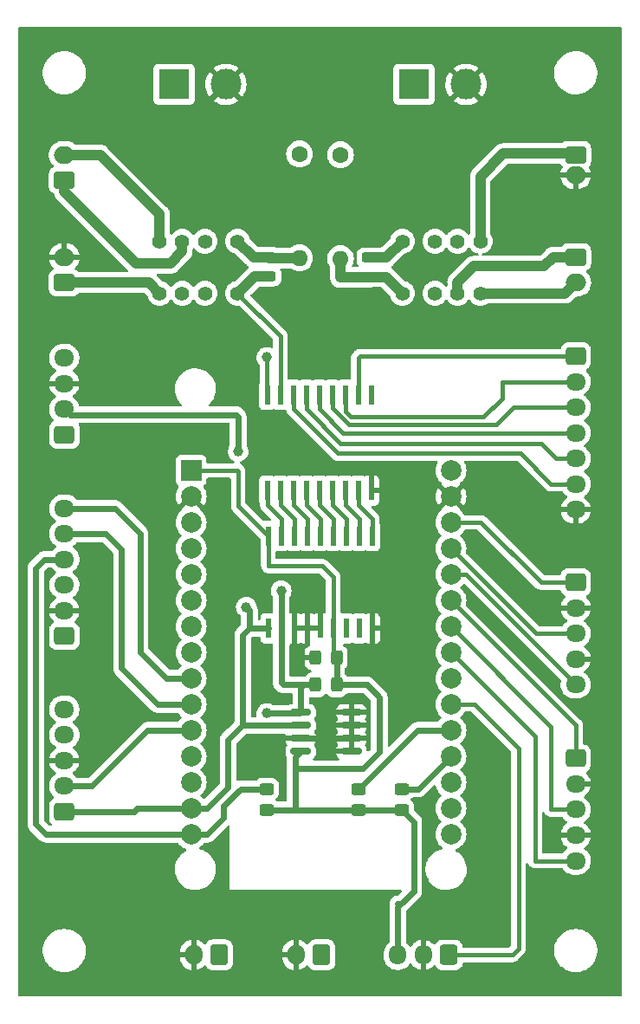
<source format=gtl>
G04 #@! TF.GenerationSoftware,KiCad,Pcbnew,(6.0.4-0)*
G04 #@! TF.CreationDate,2022-08-24T21:25:05+02:00*
G04 #@! TF.ProjectId,Mezmerize_B1_Controller,4d657a6d-6572-4697-9a65-5f42315f436f,rev?*
G04 #@! TF.SameCoordinates,Original*
G04 #@! TF.FileFunction,Copper,L1,Top*
G04 #@! TF.FilePolarity,Positive*
%FSLAX46Y46*%
G04 Gerber Fmt 4.6, Leading zero omitted, Abs format (unit mm)*
G04 Created by KiCad (PCBNEW (6.0.4-0)) date 2022-08-24 21:25:05*
%MOMM*%
%LPD*%
G01*
G04 APERTURE LIST*
G04 Aperture macros list*
%AMRoundRect*
0 Rectangle with rounded corners*
0 $1 Rounding radius*
0 $2 $3 $4 $5 $6 $7 $8 $9 X,Y pos of 4 corners*
0 Add a 4 corners polygon primitive as box body*
4,1,4,$2,$3,$4,$5,$6,$7,$8,$9,$2,$3,0*
0 Add four circle primitives for the rounded corners*
1,1,$1+$1,$2,$3*
1,1,$1+$1,$4,$5*
1,1,$1+$1,$6,$7*
1,1,$1+$1,$8,$9*
0 Add four rect primitives between the rounded corners*
20,1,$1+$1,$2,$3,$4,$5,0*
20,1,$1+$1,$4,$5,$6,$7,0*
20,1,$1+$1,$6,$7,$8,$9,0*
20,1,$1+$1,$8,$9,$2,$3,0*%
G04 Aperture macros list end*
G04 #@! TA.AperFunction,SMDPad,CuDef*
%ADD10RoundRect,0.250000X0.325000X0.450000X-0.325000X0.450000X-0.325000X-0.450000X0.325000X-0.450000X0*%
G04 #@! TD*
G04 #@! TA.AperFunction,SMDPad,CuDef*
%ADD11RoundRect,0.250000X-0.325000X-0.450000X0.325000X-0.450000X0.325000X0.450000X-0.325000X0.450000X0*%
G04 #@! TD*
G04 #@! TA.AperFunction,SMDPad,CuDef*
%ADD12RoundRect,0.250000X-0.450000X0.325000X-0.450000X-0.325000X0.450000X-0.325000X0.450000X0.325000X0*%
G04 #@! TD*
G04 #@! TA.AperFunction,SMDPad,CuDef*
%ADD13RoundRect,0.250000X0.450000X-0.325000X0.450000X0.325000X-0.450000X0.325000X-0.450000X-0.325000X0*%
G04 #@! TD*
G04 #@! TA.AperFunction,SMDPad,CuDef*
%ADD14R,0.558800X1.981200*%
G04 #@! TD*
G04 #@! TA.AperFunction,SMDPad,CuDef*
%ADD15RoundRect,0.150000X0.825000X0.150000X-0.825000X0.150000X-0.825000X-0.150000X0.825000X-0.150000X0*%
G04 #@! TD*
G04 #@! TA.AperFunction,ComponentPad*
%ADD16C,1.397000*%
G04 #@! TD*
G04 #@! TA.AperFunction,ComponentPad*
%ADD17C,1.600000*%
G04 #@! TD*
G04 #@! TA.AperFunction,ComponentPad*
%ADD18O,1.600000X1.600000*%
G04 #@! TD*
G04 #@! TA.AperFunction,SMDPad,CuDef*
%ADD19RoundRect,0.243750X-0.456250X0.243750X-0.456250X-0.243750X0.456250X-0.243750X0.456250X0.243750X0*%
G04 #@! TD*
G04 #@! TA.AperFunction,SMDPad,CuDef*
%ADD20RoundRect,0.243750X0.456250X-0.243750X0.456250X0.243750X-0.456250X0.243750X-0.456250X-0.243750X0*%
G04 #@! TD*
G04 #@! TA.AperFunction,ComponentPad*
%ADD21RoundRect,0.250000X-0.725000X0.600000X-0.725000X-0.600000X0.725000X-0.600000X0.725000X0.600000X0*%
G04 #@! TD*
G04 #@! TA.AperFunction,ComponentPad*
%ADD22O,1.950000X1.700000*%
G04 #@! TD*
G04 #@! TA.AperFunction,ComponentPad*
%ADD23RoundRect,0.250000X0.750000X-0.600000X0.750000X0.600000X-0.750000X0.600000X-0.750000X-0.600000X0*%
G04 #@! TD*
G04 #@! TA.AperFunction,ComponentPad*
%ADD24O,2.000000X1.700000*%
G04 #@! TD*
G04 #@! TA.AperFunction,ComponentPad*
%ADD25RoundRect,0.250000X-0.750000X0.600000X-0.750000X-0.600000X0.750000X-0.600000X0.750000X0.600000X0*%
G04 #@! TD*
G04 #@! TA.AperFunction,ComponentPad*
%ADD26RoundRect,0.250000X0.600000X0.750000X-0.600000X0.750000X-0.600000X-0.750000X0.600000X-0.750000X0*%
G04 #@! TD*
G04 #@! TA.AperFunction,ComponentPad*
%ADD27O,1.700000X2.000000*%
G04 #@! TD*
G04 #@! TA.AperFunction,ComponentPad*
%ADD28RoundRect,0.250000X0.725000X-0.600000X0.725000X0.600000X-0.725000X0.600000X-0.725000X-0.600000X0*%
G04 #@! TD*
G04 #@! TA.AperFunction,ComponentPad*
%ADD29RoundRect,0.250000X0.600000X0.725000X-0.600000X0.725000X-0.600000X-0.725000X0.600000X-0.725000X0*%
G04 #@! TD*
G04 #@! TA.AperFunction,ComponentPad*
%ADD30O,1.700000X1.950000*%
G04 #@! TD*
G04 #@! TA.AperFunction,ComponentPad*
%ADD31R,2.000000X2.000000*%
G04 #@! TD*
G04 #@! TA.AperFunction,ComponentPad*
%ADD32C,2.000000*%
G04 #@! TD*
G04 #@! TA.AperFunction,ComponentPad*
%ADD33R,3.000000X3.000000*%
G04 #@! TD*
G04 #@! TA.AperFunction,ComponentPad*
%ADD34C,3.000000*%
G04 #@! TD*
G04 #@! TA.AperFunction,ViaPad*
%ADD35C,1.000000*%
G04 #@! TD*
G04 #@! TA.AperFunction,Conductor*
%ADD36C,0.400000*%
G04 #@! TD*
G04 #@! TA.AperFunction,Conductor*
%ADD37C,0.600000*%
G04 #@! TD*
G04 #@! TA.AperFunction,Conductor*
%ADD38C,1.000000*%
G04 #@! TD*
G04 APERTURE END LIST*
D10*
X151625000Y-112165000D03*
X149575000Y-112165000D03*
D11*
X149575000Y-114800000D03*
X151625000Y-114800000D03*
D12*
X144800000Y-124975000D03*
X144800000Y-127025000D03*
D13*
X153800000Y-127025000D03*
X153800000Y-124975000D03*
D12*
X158000000Y-124975000D03*
X158000000Y-127025000D03*
D14*
X144850000Y-95826300D03*
X146120000Y-95826300D03*
X147390000Y-95826300D03*
X148660000Y-95826300D03*
X149930000Y-95826300D03*
X151200000Y-95826300D03*
X152470000Y-95826300D03*
X153740000Y-95826300D03*
X155010000Y-95826300D03*
X155010000Y-86453700D03*
X153740000Y-86453700D03*
X152470000Y-86453700D03*
X151200000Y-86453700D03*
X149930000Y-86453700D03*
X148660000Y-86453700D03*
X147390000Y-86453700D03*
X146120000Y-86453700D03*
X144850000Y-86453700D03*
D15*
X153075000Y-121305000D03*
X153075000Y-120035000D03*
X153075000Y-118765000D03*
X153075000Y-117495000D03*
X148125000Y-117495000D03*
X148125000Y-118765000D03*
X148125000Y-120035000D03*
X148125000Y-121305000D03*
D16*
X141949700Y-71460000D03*
X138749300Y-71460000D03*
X136539500Y-71460000D03*
X134329700Y-71460000D03*
X134329700Y-76540000D03*
X136539500Y-76540000D03*
X138749300Y-76540000D03*
X141949700Y-76540000D03*
X158050300Y-76540000D03*
X161250700Y-76540000D03*
X163460500Y-76540000D03*
X165670300Y-76540000D03*
X165670300Y-71460000D03*
X163460500Y-71460000D03*
X161250700Y-71460000D03*
X158050300Y-71460000D03*
D17*
X148000000Y-62920000D03*
D18*
X148000000Y-73080000D03*
D17*
X152000000Y-63000000D03*
D18*
X152000000Y-73160000D03*
D14*
X144950000Y-109301200D03*
X146220000Y-109301200D03*
X147490000Y-109301200D03*
X148760000Y-109301200D03*
X150030000Y-109301200D03*
X151300000Y-109301200D03*
X152570000Y-109301200D03*
X153840000Y-109301200D03*
X155110000Y-109301200D03*
X155110000Y-100258800D03*
X153840000Y-100258800D03*
X152570000Y-100258800D03*
X151300000Y-100258800D03*
X150030000Y-100258800D03*
X148760000Y-100258800D03*
X147490000Y-100258800D03*
X146220000Y-100258800D03*
X144950000Y-100258800D03*
D19*
X145000000Y-73000000D03*
X145000000Y-74875000D03*
D20*
X154770000Y-74937500D03*
X154770000Y-73062500D03*
D21*
X175000000Y-82700000D03*
D22*
X175000000Y-85200000D03*
X175000000Y-87700000D03*
X175000000Y-90200000D03*
X175000000Y-92700000D03*
X175000000Y-95200000D03*
X175000000Y-97700000D03*
D23*
X125000000Y-75500000D03*
D24*
X125000000Y-73000000D03*
D23*
X125000000Y-65500000D03*
D24*
X125000000Y-63000000D03*
D25*
X175000000Y-63000000D03*
D24*
X175000000Y-65000000D03*
D25*
X175000000Y-73000000D03*
D24*
X175000000Y-75500000D03*
D26*
X140150000Y-141200000D03*
D27*
X137650000Y-141200000D03*
D26*
X150150000Y-141200000D03*
D27*
X147650000Y-141200000D03*
D28*
X125000000Y-110050000D03*
D22*
X125000000Y-107550000D03*
X125000000Y-105050000D03*
X125000000Y-102550000D03*
X125000000Y-100050000D03*
X125000000Y-97550000D03*
D28*
X125000000Y-127200000D03*
D22*
X125000000Y-124700000D03*
X125000000Y-122200000D03*
X125000000Y-119700000D03*
X125000000Y-117200000D03*
D28*
X125000000Y-90350000D03*
D22*
X125000000Y-87850000D03*
X125000000Y-85350000D03*
X125000000Y-82850000D03*
D21*
X175000000Y-122000000D03*
D22*
X175000000Y-124500000D03*
X175000000Y-127000000D03*
X175000000Y-129500000D03*
X175000000Y-132000000D03*
D21*
X175000000Y-104780000D03*
D22*
X175000000Y-107280000D03*
X175000000Y-109780000D03*
X175000000Y-112280000D03*
X175000000Y-114780000D03*
D29*
X162600000Y-141200000D03*
D30*
X160100000Y-141200000D03*
X157600000Y-141200000D03*
D31*
X137400000Y-93857500D03*
D32*
X137400000Y-96397500D03*
X137400000Y-98937500D03*
X137400000Y-101477500D03*
X137400000Y-104017500D03*
X137400000Y-106557500D03*
X137400000Y-109097500D03*
X137400000Y-111637500D03*
X137400000Y-114177500D03*
X137400000Y-116717500D03*
X137400000Y-119257500D03*
X137400000Y-121797500D03*
X137400000Y-124337500D03*
X137400000Y-126877500D03*
X137400000Y-129417500D03*
X162800000Y-129417500D03*
X162800000Y-126877500D03*
X162800000Y-124337500D03*
X162800000Y-121797500D03*
X162800000Y-119257500D03*
X162800000Y-116717500D03*
X162800000Y-114177500D03*
X162800000Y-111637500D03*
X162800000Y-109097500D03*
X162800000Y-106557500D03*
X162800000Y-104017500D03*
X162800000Y-101477500D03*
X162800000Y-98937500D03*
X162800000Y-96397500D03*
X162800000Y-93857500D03*
D33*
X159193332Y-56120000D03*
D34*
X164273332Y-56120000D03*
D33*
X135726666Y-56120000D03*
D34*
X140806666Y-56120000D03*
D35*
X144800000Y-113600000D03*
X144800000Y-121600000D03*
X142800000Y-107200000D03*
X144800000Y-82800000D03*
X144800000Y-117600000D03*
X142000000Y-92000000D03*
X146200000Y-105600000D03*
D36*
X152470000Y-88070000D02*
X153000000Y-88600000D01*
X167800000Y-86800000D02*
X167800000Y-85200000D01*
X167800000Y-85200000D02*
X175000000Y-85200000D01*
X152470000Y-86453700D02*
X152470000Y-88070000D01*
X166000000Y-88600000D02*
X167800000Y-86800000D01*
X153000000Y-88600000D02*
X166000000Y-88600000D01*
X152800000Y-89400000D02*
X167200000Y-89400000D01*
X168900000Y-87700000D02*
X175000000Y-87700000D01*
X151200000Y-86453700D02*
X151200000Y-87800000D01*
X167200000Y-89400000D02*
X168900000Y-87700000D01*
X151200000Y-87800000D02*
X152800000Y-89400000D01*
X149930000Y-86453700D02*
X149930000Y-87844300D01*
X152285700Y-90200000D02*
X175000000Y-90200000D01*
X149930000Y-87844300D02*
X152285700Y-90200000D01*
D37*
X148125000Y-120035000D02*
X153075000Y-120035000D01*
X142435000Y-109965000D02*
X143098800Y-109301200D01*
X137400000Y-126877500D02*
X138922500Y-126877500D01*
X132122500Y-126877500D02*
X137400000Y-126877500D01*
X143098800Y-109301200D02*
X144950000Y-109301200D01*
X141000000Y-124800000D02*
X141000000Y-120200000D01*
X141000000Y-120200000D02*
X142435000Y-118765000D01*
X143098800Y-107498800D02*
X143098800Y-109301200D01*
X131800000Y-127200000D02*
X132122500Y-126877500D01*
X125000000Y-127200000D02*
X131800000Y-127200000D01*
X142435000Y-118765000D02*
X142435000Y-109965000D01*
X138922500Y-126877500D02*
X141000000Y-124800000D01*
X142800000Y-107200000D02*
X143098800Y-107498800D01*
X142435000Y-118765000D02*
X148125000Y-118765000D01*
D38*
X172800000Y-73000000D02*
X175000000Y-73000000D01*
X171900000Y-73900000D02*
X172800000Y-73000000D01*
X163460500Y-75439500D02*
X165000000Y-73900000D01*
X163460500Y-76540000D02*
X163460500Y-75439500D01*
X165000000Y-73900000D02*
X171900000Y-73900000D01*
D36*
X153740000Y-82860000D02*
X153740000Y-86453700D01*
X153900000Y-82700000D02*
X153740000Y-82860000D01*
X175000000Y-82700000D02*
X153900000Y-82700000D01*
X148660000Y-87844300D02*
X152015700Y-91200000D01*
X171600000Y-91200000D02*
X173100000Y-92700000D01*
X152015700Y-91200000D02*
X171600000Y-91200000D01*
X148660000Y-86453700D02*
X148660000Y-87844300D01*
X173100000Y-92700000D02*
X175000000Y-92700000D01*
X169600000Y-92200000D02*
X172600000Y-95200000D01*
X147390000Y-86453700D02*
X147390000Y-87844300D01*
X172600000Y-95200000D02*
X175000000Y-95200000D01*
X151745700Y-92200000D02*
X169600000Y-92200000D01*
X147390000Y-87844300D02*
X151745700Y-92200000D01*
D38*
X174900000Y-62900000D02*
X175000000Y-63000000D01*
X167900000Y-62900000D02*
X174900000Y-62900000D01*
X165670300Y-65129700D02*
X167900000Y-62900000D01*
X165670300Y-71460000D02*
X165670300Y-65129700D01*
X134329700Y-68829700D02*
X134329700Y-71460000D01*
X128500000Y-63000000D02*
X134329700Y-68829700D01*
X125000000Y-63000000D02*
X128500000Y-63000000D01*
X165670300Y-76540000D02*
X173960000Y-76540000D01*
X173960000Y-76540000D02*
X175000000Y-75500000D01*
D37*
X151625000Y-114800000D02*
X151625000Y-112165000D01*
X147575000Y-123225000D02*
X147575000Y-121855000D01*
D36*
X151300000Y-109301200D02*
X151300000Y-104300000D01*
X144950000Y-100258800D02*
X142000000Y-97308800D01*
X151300000Y-109301200D02*
X151300000Y-111840000D01*
D37*
X157951792Y-136200000D02*
X157600000Y-136200000D01*
X154200000Y-123000000D02*
X147800000Y-123000000D01*
X157600000Y-141200000D02*
X157600000Y-136551792D01*
X158000000Y-127025000D02*
X159180020Y-128205020D01*
X155800000Y-121400000D02*
X154200000Y-123000000D01*
D36*
X151300000Y-104300000D02*
X150200000Y-103200000D01*
X151300000Y-111840000D02*
X151625000Y-112165000D01*
D37*
X151625000Y-114800000D02*
X154600000Y-114800000D01*
D36*
X150200000Y-103200000D02*
X145000000Y-103200000D01*
X141942500Y-93857500D02*
X137400000Y-93857500D01*
D37*
X159180020Y-134971772D02*
X157951792Y-136200000D01*
D36*
X144950000Y-103150000D02*
X144950000Y-100258800D01*
D37*
X155800000Y-116000000D02*
X155800000Y-121400000D01*
X147575000Y-121855000D02*
X148125000Y-121305000D01*
X157600000Y-136551792D02*
X157951792Y-136200000D01*
X147800000Y-123000000D02*
X147575000Y-123225000D01*
D36*
X145000000Y-103200000D02*
X144950000Y-103150000D01*
X142000000Y-93915000D02*
X141942500Y-93857500D01*
D37*
X147575000Y-127025000D02*
X144800000Y-127025000D01*
X154600000Y-114800000D02*
X155800000Y-116000000D01*
X159180020Y-128205020D02*
X159180020Y-134971772D01*
X158000000Y-127025000D02*
X147575000Y-127025000D01*
D36*
X142000000Y-97308800D02*
X142000000Y-93915000D01*
D37*
X147575000Y-127025000D02*
X147575000Y-123225000D01*
D38*
X125000000Y-75500000D02*
X133289700Y-75500000D01*
X133289700Y-75500000D02*
X134329700Y-76540000D01*
X132000000Y-73600000D02*
X125000000Y-66600000D01*
X125000000Y-66600000D02*
X125000000Y-65500000D01*
X136539500Y-72460500D02*
X135400000Y-73600000D01*
X135400000Y-73600000D02*
X132000000Y-73600000D01*
X136539500Y-71460000D02*
X136539500Y-72460500D01*
D37*
X123050000Y-102550000D02*
X125000000Y-102550000D01*
X123217500Y-129417500D02*
X122200000Y-128400000D01*
X142225000Y-124975000D02*
X144800000Y-124975000D01*
X140600000Y-127800000D02*
X140600000Y-126600000D01*
X122200000Y-103400000D02*
X123050000Y-102550000D01*
X138982500Y-129417500D02*
X140600000Y-127800000D01*
X140600000Y-126600000D02*
X142225000Y-124975000D01*
X137400000Y-129417500D02*
X123217500Y-129417500D01*
X122200000Y-128400000D02*
X122200000Y-103400000D01*
X137400000Y-129417500D02*
X138982500Y-129417500D01*
D36*
X153840000Y-98868200D02*
X153840000Y-100258800D01*
X152470000Y-95826300D02*
X152470000Y-97216900D01*
X152470000Y-97216900D02*
X153840000Y-98586900D01*
X153840000Y-98586900D02*
X153840000Y-98868200D01*
X146120000Y-97216900D02*
X147490000Y-98586900D01*
X147490000Y-98586900D02*
X147490000Y-98868200D01*
X147490000Y-98868200D02*
X147490000Y-100258800D01*
X146120000Y-95826300D02*
X146120000Y-97216900D01*
D37*
X137400000Y-116717500D02*
X134117500Y-116717500D01*
X130600000Y-101600000D02*
X129050000Y-100050000D01*
X134117500Y-116717500D02*
X130600000Y-113200000D01*
X129050000Y-100050000D02*
X125000000Y-100050000D01*
X130600000Y-113200000D02*
X130600000Y-101600000D01*
X132400000Y-100000000D02*
X129950000Y-97550000D01*
X132400000Y-111600000D02*
X132400000Y-100000000D01*
X129950000Y-97550000D02*
X125000000Y-97550000D01*
X134977500Y-114177500D02*
X132400000Y-111600000D01*
X137400000Y-114177500D02*
X134977500Y-114177500D01*
D36*
X175000000Y-118757500D02*
X175000000Y-122000000D01*
X162800000Y-106557500D02*
X175000000Y-118757500D01*
D37*
X159517500Y-119257500D02*
X162800000Y-119257500D01*
X153800000Y-124975000D02*
X159517500Y-119257500D01*
X159622500Y-124975000D02*
X162800000Y-121797500D01*
X158000000Y-124975000D02*
X159622500Y-124975000D01*
D36*
X172600000Y-118897500D02*
X172600000Y-127000000D01*
X172600000Y-127000000D02*
X175000000Y-127000000D01*
X162800000Y-109097500D02*
X172600000Y-118897500D01*
X162800000Y-111637500D02*
X171000000Y-119837500D01*
X171000000Y-119837500D02*
X171000000Y-132000000D01*
X171000000Y-132000000D02*
X175000000Y-132000000D01*
X162800000Y-98937500D02*
X165737500Y-98937500D01*
X165737500Y-98937500D02*
X171600000Y-104800000D01*
X174980000Y-104800000D02*
X175000000Y-104780000D01*
X171600000Y-104800000D02*
X174980000Y-104800000D01*
X171400000Y-109800000D02*
X171420000Y-109780000D01*
X171122500Y-109800000D02*
X171400000Y-109800000D01*
X162800000Y-101477500D02*
X171122500Y-109800000D01*
X171420000Y-109780000D02*
X175000000Y-109780000D01*
X162800000Y-104017500D02*
X164237500Y-104017500D01*
X164237500Y-104017500D02*
X175000000Y-114780000D01*
X153740000Y-97216900D02*
X155110000Y-98586900D01*
X155110000Y-98586900D02*
X155110000Y-98868200D01*
X155110000Y-98868200D02*
X155110000Y-100258800D01*
X153740000Y-95826300D02*
X153740000Y-97216900D01*
X152570000Y-98586900D02*
X152570000Y-98868200D01*
X152570000Y-98868200D02*
X152570000Y-100258800D01*
X151200000Y-95826300D02*
X151200000Y-97216900D01*
X151200000Y-97216900D02*
X152570000Y-98586900D01*
X151300000Y-98868200D02*
X151300000Y-100258800D01*
X151300000Y-98586900D02*
X151300000Y-98868200D01*
X149930000Y-95826300D02*
X149930000Y-97216900D01*
X149930000Y-97216900D02*
X151300000Y-98586900D01*
X148660000Y-95826300D02*
X148660000Y-97216900D01*
X150030000Y-98868200D02*
X150030000Y-100258800D01*
X150030000Y-98586900D02*
X150030000Y-98868200D01*
X148660000Y-97216900D02*
X150030000Y-98586900D01*
X147390000Y-97216900D02*
X148760000Y-98586900D01*
X147390000Y-95826300D02*
X147390000Y-97216900D01*
X148760000Y-98868200D02*
X148760000Y-100258800D01*
X148760000Y-98586900D02*
X148760000Y-98868200D01*
X146220000Y-98586900D02*
X146220000Y-98868200D01*
X144850000Y-95826300D02*
X144850000Y-97216900D01*
X144850000Y-97216900D02*
X146220000Y-98586900D01*
X146220000Y-98868200D02*
X146220000Y-100258800D01*
X162800000Y-116717500D02*
X165117500Y-116717500D01*
X165117500Y-116717500D02*
X169400000Y-121000000D01*
X168800000Y-141200000D02*
X162600000Y-141200000D01*
X169400000Y-121000000D02*
X169400000Y-140600000D01*
X169400000Y-140600000D02*
X168800000Y-141200000D01*
D38*
X143614700Y-74875000D02*
X141949700Y-76540000D01*
X145000000Y-74875000D02*
X143614700Y-74875000D01*
D36*
X146120000Y-86453700D02*
X146120000Y-80710300D01*
X146120000Y-80710300D02*
X141949700Y-76540000D01*
D38*
X145080000Y-73080000D02*
X145000000Y-73000000D01*
X148000000Y-73080000D02*
X145080000Y-73080000D01*
X143489700Y-73000000D02*
X141949700Y-71460000D01*
X145000000Y-73000000D02*
X143489700Y-73000000D01*
D36*
X144800000Y-86403700D02*
X144850000Y-86453700D01*
X144800000Y-82800000D02*
X144800000Y-86403700D01*
D38*
X154770000Y-73062500D02*
X156447800Y-73062500D01*
X156447800Y-73062500D02*
X158050300Y-71460000D01*
X156447800Y-74937500D02*
X158050300Y-76540000D01*
X154707500Y-75000000D02*
X154770000Y-74937500D01*
X152000000Y-73160000D02*
X152000000Y-75000000D01*
X152000000Y-75000000D02*
X154707500Y-75000000D01*
X154770000Y-74937500D02*
X156447800Y-74937500D01*
D37*
X148125000Y-115075000D02*
X148400000Y-114800000D01*
X149575000Y-114800000D02*
X146400000Y-114800000D01*
X148125000Y-117495000D02*
X148125000Y-115075000D01*
X144800000Y-117600000D02*
X148020000Y-117600000D01*
X146200000Y-105600000D02*
X146200000Y-109281200D01*
X146400000Y-114800000D02*
X146200000Y-114600000D01*
X125550000Y-88400000D02*
X141800000Y-88400000D01*
X127700000Y-124700000D02*
X133142500Y-119257500D01*
X148400000Y-114800000D02*
X149575000Y-114800000D01*
X125000000Y-87850000D02*
X125550000Y-88400000D01*
X125000000Y-124700000D02*
X127700000Y-124700000D01*
X142000000Y-88600000D02*
X142000000Y-92000000D01*
X141800000Y-88400000D02*
X142000000Y-88600000D01*
X148020000Y-117600000D02*
X148125000Y-117495000D01*
X146220000Y-114580000D02*
X146220000Y-109301200D01*
X146200000Y-114600000D02*
X146220000Y-114580000D01*
X133142500Y-119257500D02*
X137400000Y-119257500D01*
G04 #@! TA.AperFunction,Conductor*
G36*
X179433621Y-50528502D02*
G01*
X179480114Y-50582158D01*
X179491500Y-50634500D01*
X179491500Y-145145500D01*
X179471498Y-145213621D01*
X179417842Y-145260114D01*
X179365500Y-145271500D01*
X120634500Y-145271500D01*
X120566379Y-145251498D01*
X120519886Y-145197842D01*
X120508500Y-145145500D01*
X120508500Y-140912703D01*
X122890743Y-140912703D01*
X122891302Y-140916947D01*
X122891302Y-140916951D01*
X122898249Y-140969718D01*
X122928268Y-141197734D01*
X123004129Y-141475036D01*
X123116923Y-141739476D01*
X123158947Y-141809693D01*
X123258121Y-141975400D01*
X123264561Y-141986161D01*
X123444313Y-142210528D01*
X123567711Y-142327628D01*
X123642187Y-142398303D01*
X123652851Y-142408423D01*
X123886317Y-142576186D01*
X123890112Y-142578195D01*
X123890113Y-142578196D01*
X123909083Y-142588240D01*
X124140392Y-142710712D01*
X124410373Y-142809511D01*
X124691264Y-142870755D01*
X124719841Y-142873004D01*
X124914282Y-142888307D01*
X124914291Y-142888307D01*
X124916739Y-142888500D01*
X125072271Y-142888500D01*
X125074407Y-142888354D01*
X125074418Y-142888354D01*
X125282548Y-142874165D01*
X125282554Y-142874164D01*
X125286825Y-142873873D01*
X125291020Y-142873004D01*
X125291022Y-142873004D01*
X125427583Y-142844724D01*
X125568342Y-142815574D01*
X125839343Y-142719607D01*
X126094812Y-142587750D01*
X126098313Y-142585289D01*
X126098317Y-142585287D01*
X126242783Y-142483754D01*
X126330023Y-142422441D01*
X126416695Y-142341900D01*
X126537479Y-142229661D01*
X126537481Y-142229658D01*
X126540622Y-142226740D01*
X126722713Y-142004268D01*
X126872927Y-141759142D01*
X126988483Y-141495898D01*
X126995805Y-141470193D01*
X136297289Y-141470193D01*
X136306124Y-141574325D01*
X136307914Y-141584797D01*
X136363130Y-141797535D01*
X136366665Y-141807575D01*
X136456937Y-142007970D01*
X136462106Y-142017256D01*
X136584850Y-142199575D01*
X136591519Y-142207870D01*
X136743228Y-142366900D01*
X136751186Y-142373941D01*
X136927525Y-142505141D01*
X136936562Y-142510745D01*
X137132484Y-142610357D01*
X137142335Y-142614357D01*
X137352240Y-142679534D01*
X137362624Y-142681817D01*
X137378043Y-142683861D01*
X137392207Y-142681665D01*
X137396000Y-142668478D01*
X137396000Y-142666192D01*
X137904000Y-142666192D01*
X137907973Y-142679723D01*
X137918580Y-142681248D01*
X138036421Y-142656523D01*
X138046617Y-142653463D01*
X138251029Y-142572737D01*
X138260561Y-142568006D01*
X138448462Y-142453984D01*
X138457052Y-142447720D01*
X138623052Y-142303673D01*
X138630470Y-142296044D01*
X138656391Y-142264431D01*
X138715051Y-142224436D01*
X138786021Y-142222504D01*
X138846770Y-142259248D01*
X138860969Y-142278017D01*
X138951522Y-142424348D01*
X139076697Y-142549305D01*
X139082927Y-142553145D01*
X139082928Y-142553146D01*
X139220090Y-142637694D01*
X139227262Y-142642115D01*
X139273068Y-142657308D01*
X139388611Y-142695632D01*
X139388613Y-142695632D01*
X139395139Y-142697797D01*
X139401975Y-142698497D01*
X139401978Y-142698498D01*
X139445031Y-142702909D01*
X139499600Y-142708500D01*
X140800400Y-142708500D01*
X140803646Y-142708163D01*
X140803650Y-142708163D01*
X140899308Y-142698238D01*
X140899312Y-142698237D01*
X140906166Y-142697526D01*
X140912702Y-142695345D01*
X140912704Y-142695345D01*
X141044806Y-142651272D01*
X141073946Y-142641550D01*
X141224348Y-142548478D01*
X141349305Y-142423303D01*
X141360296Y-142405473D01*
X141438275Y-142278968D01*
X141438276Y-142278966D01*
X141442115Y-142272738D01*
X141497797Y-142104861D01*
X141498578Y-142097245D01*
X141507724Y-142007970D01*
X141508500Y-142000400D01*
X141508500Y-141470193D01*
X146297289Y-141470193D01*
X146306124Y-141574325D01*
X146307914Y-141584797D01*
X146363130Y-141797535D01*
X146366665Y-141807575D01*
X146456937Y-142007970D01*
X146462106Y-142017256D01*
X146584850Y-142199575D01*
X146591519Y-142207870D01*
X146743228Y-142366900D01*
X146751186Y-142373941D01*
X146927525Y-142505141D01*
X146936562Y-142510745D01*
X147132484Y-142610357D01*
X147142335Y-142614357D01*
X147352240Y-142679534D01*
X147362624Y-142681817D01*
X147378043Y-142683861D01*
X147392207Y-142681665D01*
X147396000Y-142668478D01*
X147396000Y-142666192D01*
X147904000Y-142666192D01*
X147907973Y-142679723D01*
X147918580Y-142681248D01*
X148036421Y-142656523D01*
X148046617Y-142653463D01*
X148251029Y-142572737D01*
X148260561Y-142568006D01*
X148448462Y-142453984D01*
X148457052Y-142447720D01*
X148623052Y-142303673D01*
X148630470Y-142296044D01*
X148656391Y-142264431D01*
X148715051Y-142224436D01*
X148786021Y-142222504D01*
X148846770Y-142259248D01*
X148860969Y-142278017D01*
X148951522Y-142424348D01*
X149076697Y-142549305D01*
X149082927Y-142553145D01*
X149082928Y-142553146D01*
X149220090Y-142637694D01*
X149227262Y-142642115D01*
X149273068Y-142657308D01*
X149388611Y-142695632D01*
X149388613Y-142695632D01*
X149395139Y-142697797D01*
X149401975Y-142698497D01*
X149401978Y-142698498D01*
X149445031Y-142702909D01*
X149499600Y-142708500D01*
X150800400Y-142708500D01*
X150803646Y-142708163D01*
X150803650Y-142708163D01*
X150899308Y-142698238D01*
X150899312Y-142698237D01*
X150906166Y-142697526D01*
X150912702Y-142695345D01*
X150912704Y-142695345D01*
X151044806Y-142651272D01*
X151073946Y-142641550D01*
X151224348Y-142548478D01*
X151349305Y-142423303D01*
X151360296Y-142405473D01*
X151438275Y-142278968D01*
X151438276Y-142278966D01*
X151442115Y-142272738D01*
X151497797Y-142104861D01*
X151498578Y-142097245D01*
X151507724Y-142007970D01*
X151508500Y-142000400D01*
X151508500Y-140399600D01*
X151505068Y-140366522D01*
X151498238Y-140300692D01*
X151498237Y-140300688D01*
X151497526Y-140293834D01*
X151441550Y-140126054D01*
X151348478Y-139975652D01*
X151223303Y-139850695D01*
X151192965Y-139831994D01*
X151078968Y-139761725D01*
X151078966Y-139761724D01*
X151072738Y-139757885D01*
X150953498Y-139718335D01*
X150911389Y-139704368D01*
X150911387Y-139704368D01*
X150904861Y-139702203D01*
X150898025Y-139701503D01*
X150898022Y-139701502D01*
X150854969Y-139697091D01*
X150800400Y-139691500D01*
X149499600Y-139691500D01*
X149496354Y-139691837D01*
X149496350Y-139691837D01*
X149400692Y-139701762D01*
X149400688Y-139701763D01*
X149393834Y-139702474D01*
X149387298Y-139704655D01*
X149387296Y-139704655D01*
X149255194Y-139748728D01*
X149226054Y-139758450D01*
X149075652Y-139851522D01*
X148950695Y-139976697D01*
X148946855Y-139982927D01*
X148946854Y-139982928D01*
X148938478Y-139996517D01*
X148861544Y-140121327D01*
X148860648Y-140122780D01*
X148807876Y-140170273D01*
X148737804Y-140181697D01*
X148672680Y-140153423D01*
X148662218Y-140143636D01*
X148556766Y-140033094D01*
X148548814Y-140026059D01*
X148372475Y-139894859D01*
X148363438Y-139889255D01*
X148167516Y-139789643D01*
X148157665Y-139785643D01*
X147947760Y-139720466D01*
X147937376Y-139718183D01*
X147921957Y-139716139D01*
X147907793Y-139718335D01*
X147904000Y-139731522D01*
X147904000Y-142666192D01*
X147396000Y-142666192D01*
X147396000Y-141472115D01*
X147391525Y-141456876D01*
X147390135Y-141455671D01*
X147382452Y-141454000D01*
X146314030Y-141454000D01*
X146299352Y-141458310D01*
X146297289Y-141470193D01*
X141508500Y-141470193D01*
X141508500Y-140930376D01*
X146292732Y-140930376D01*
X146296475Y-140943124D01*
X146297865Y-140944329D01*
X146305548Y-140946000D01*
X147377885Y-140946000D01*
X147393124Y-140941525D01*
X147394329Y-140940135D01*
X147396000Y-140932452D01*
X147396000Y-139733808D01*
X147392027Y-139720277D01*
X147381420Y-139718752D01*
X147263579Y-139743477D01*
X147253383Y-139746537D01*
X147048971Y-139827263D01*
X147039439Y-139831994D01*
X146851538Y-139946016D01*
X146842948Y-139952280D01*
X146676948Y-140096327D01*
X146669528Y-140103958D01*
X146530174Y-140273911D01*
X146524150Y-140282678D01*
X146415424Y-140473682D01*
X146410959Y-140483346D01*
X146335969Y-140689941D01*
X146333198Y-140700208D01*
X146293877Y-140917655D01*
X146292944Y-140925884D01*
X146292732Y-140930376D01*
X141508500Y-140930376D01*
X141508500Y-140399600D01*
X141505068Y-140366522D01*
X141498238Y-140300692D01*
X141498237Y-140300688D01*
X141497526Y-140293834D01*
X141441550Y-140126054D01*
X141348478Y-139975652D01*
X141223303Y-139850695D01*
X141192965Y-139831994D01*
X141078968Y-139761725D01*
X141078966Y-139761724D01*
X141072738Y-139757885D01*
X140953498Y-139718335D01*
X140911389Y-139704368D01*
X140911387Y-139704368D01*
X140904861Y-139702203D01*
X140898025Y-139701503D01*
X140898022Y-139701502D01*
X140854969Y-139697091D01*
X140800400Y-139691500D01*
X139499600Y-139691500D01*
X139496354Y-139691837D01*
X139496350Y-139691837D01*
X139400692Y-139701762D01*
X139400688Y-139701763D01*
X139393834Y-139702474D01*
X139387298Y-139704655D01*
X139387296Y-139704655D01*
X139255194Y-139748728D01*
X139226054Y-139758450D01*
X139075652Y-139851522D01*
X138950695Y-139976697D01*
X138946855Y-139982927D01*
X138946854Y-139982928D01*
X138938478Y-139996517D01*
X138861544Y-140121327D01*
X138860648Y-140122780D01*
X138807876Y-140170273D01*
X138737804Y-140181697D01*
X138672680Y-140153423D01*
X138662218Y-140143636D01*
X138556766Y-140033094D01*
X138548814Y-140026059D01*
X138372475Y-139894859D01*
X138363438Y-139889255D01*
X138167516Y-139789643D01*
X138157665Y-139785643D01*
X137947760Y-139720466D01*
X137937376Y-139718183D01*
X137921957Y-139716139D01*
X137907793Y-139718335D01*
X137904000Y-139731522D01*
X137904000Y-142666192D01*
X137396000Y-142666192D01*
X137396000Y-141472115D01*
X137391525Y-141456876D01*
X137390135Y-141455671D01*
X137382452Y-141454000D01*
X136314030Y-141454000D01*
X136299352Y-141458310D01*
X136297289Y-141470193D01*
X126995805Y-141470193D01*
X127067244Y-141219406D01*
X127106564Y-140943124D01*
X127107146Y-140939036D01*
X127107146Y-140939034D01*
X127107751Y-140934784D01*
X127107775Y-140930376D01*
X136292732Y-140930376D01*
X136296475Y-140943124D01*
X136297865Y-140944329D01*
X136305548Y-140946000D01*
X137377885Y-140946000D01*
X137393124Y-140941525D01*
X137394329Y-140940135D01*
X137396000Y-140932452D01*
X137396000Y-139733808D01*
X137392027Y-139720277D01*
X137381420Y-139718752D01*
X137263579Y-139743477D01*
X137253383Y-139746537D01*
X137048971Y-139827263D01*
X137039439Y-139831994D01*
X136851538Y-139946016D01*
X136842948Y-139952280D01*
X136676948Y-140096327D01*
X136669528Y-140103958D01*
X136530174Y-140273911D01*
X136524150Y-140282678D01*
X136415424Y-140473682D01*
X136410959Y-140483346D01*
X136335969Y-140689941D01*
X136333198Y-140700208D01*
X136293877Y-140917655D01*
X136292944Y-140925884D01*
X136292732Y-140930376D01*
X127107775Y-140930376D01*
X127109235Y-140651583D01*
X127109235Y-140651576D01*
X127109257Y-140647297D01*
X127105944Y-140622128D01*
X127076647Y-140399600D01*
X127071732Y-140362266D01*
X127066581Y-140343435D01*
X127014599Y-140153423D01*
X126995871Y-140084964D01*
X126968599Y-140021026D01*
X126884763Y-139824476D01*
X126884761Y-139824472D01*
X126883077Y-139820524D01*
X126735439Y-139573839D01*
X126555687Y-139349472D01*
X126347149Y-139151577D01*
X126113683Y-138983814D01*
X126091843Y-138972250D01*
X126068654Y-138959972D01*
X125859608Y-138849288D01*
X125589627Y-138750489D01*
X125308736Y-138689245D01*
X125277685Y-138686801D01*
X125085718Y-138671693D01*
X125085709Y-138671693D01*
X125083261Y-138671500D01*
X124927729Y-138671500D01*
X124925593Y-138671646D01*
X124925582Y-138671646D01*
X124717452Y-138685835D01*
X124717446Y-138685836D01*
X124713175Y-138686127D01*
X124708980Y-138686996D01*
X124708978Y-138686996D01*
X124572417Y-138715276D01*
X124431658Y-138744426D01*
X124160657Y-138840393D01*
X123905188Y-138972250D01*
X123901687Y-138974711D01*
X123901683Y-138974713D01*
X123891594Y-138981804D01*
X123669977Y-139137559D01*
X123459378Y-139333260D01*
X123277287Y-139555732D01*
X123127073Y-139800858D01*
X123125347Y-139804791D01*
X123125346Y-139804792D01*
X123030426Y-140021026D01*
X123011517Y-140064102D01*
X122932756Y-140340594D01*
X122892249Y-140625216D01*
X122892227Y-140629505D01*
X122892226Y-140629512D01*
X122891096Y-140845280D01*
X122890743Y-140912703D01*
X120508500Y-140912703D01*
X120508500Y-128482221D01*
X121390549Y-128482221D01*
X121399711Y-128524597D01*
X121401769Y-128537163D01*
X121406603Y-128580255D01*
X121408919Y-128586906D01*
X121408920Y-128586910D01*
X121417633Y-128611930D01*
X121421796Y-128626742D01*
X121428881Y-128659510D01*
X121447208Y-128698813D01*
X121451990Y-128710589D01*
X121466255Y-128751552D01*
X121469989Y-128757527D01*
X121469990Y-128757530D01*
X121484027Y-128779995D01*
X121491366Y-128793512D01*
X121502559Y-128817514D01*
X121505538Y-128823902D01*
X121509855Y-128829467D01*
X121509856Y-128829469D01*
X121532106Y-128858153D01*
X121539402Y-128868612D01*
X121558372Y-128898971D01*
X121562374Y-128905376D01*
X121567334Y-128910371D01*
X121567335Y-128910372D01*
X121590976Y-128934179D01*
X121591561Y-128934804D01*
X121592078Y-128935470D01*
X121618068Y-128961460D01*
X121690185Y-129034082D01*
X121691222Y-129034740D01*
X121692451Y-129035843D01*
X122639266Y-129982658D01*
X122640194Y-129983595D01*
X122679521Y-130023754D01*
X122703271Y-130048007D01*
X122739721Y-130071498D01*
X122750046Y-130078917D01*
X122783943Y-130105976D01*
X122790284Y-130109041D01*
X122790285Y-130109042D01*
X122814137Y-130120572D01*
X122827554Y-130128101D01*
X122855738Y-130146265D01*
X122862355Y-130148673D01*
X122862360Y-130148676D01*
X122896473Y-130161092D01*
X122908216Y-130166053D01*
X122940903Y-130181854D01*
X122940908Y-130181856D01*
X122947249Y-130184921D01*
X122954107Y-130186504D01*
X122954109Y-130186505D01*
X122979926Y-130192465D01*
X122994669Y-130196832D01*
X123026185Y-130208303D01*
X123033175Y-130209186D01*
X123033183Y-130209188D01*
X123069201Y-130213738D01*
X123081753Y-130215974D01*
X123117114Y-130224138D01*
X123117117Y-130224138D01*
X123123985Y-130225724D01*
X123131031Y-130225749D01*
X123131034Y-130225749D01*
X123164556Y-130225866D01*
X123165438Y-130225895D01*
X123166269Y-130226000D01*
X123202919Y-130226000D01*
X123203359Y-130226001D01*
X123301843Y-130226345D01*
X123301848Y-130226345D01*
X123305370Y-130226357D01*
X123306570Y-130226089D01*
X123308207Y-130226000D01*
X136055676Y-130226000D01*
X136123797Y-130246002D01*
X136163107Y-130286164D01*
X136175824Y-130306916D01*
X136330031Y-130487469D01*
X136510584Y-130641676D01*
X136514792Y-130644255D01*
X136514798Y-130644259D01*
X136666885Y-130737458D01*
X136713037Y-130765740D01*
X136717607Y-130767633D01*
X136717611Y-130767635D01*
X136794354Y-130799422D01*
X136884406Y-130836723D01*
X136939686Y-130881270D01*
X136962107Y-130948633D01*
X136944549Y-131017425D01*
X136895341Y-131064382D01*
X136841713Y-131092897D01*
X136753058Y-131140036D01*
X136749499Y-131142622D01*
X136749497Y-131142623D01*
X136544585Y-131291500D01*
X136525808Y-131305142D01*
X136323748Y-131500269D01*
X136150812Y-131721618D01*
X136148616Y-131725422D01*
X136148611Y-131725429D01*
X136034794Y-131922567D01*
X136010364Y-131964881D01*
X135905138Y-132225324D01*
X135904073Y-132229597D01*
X135904072Y-132229599D01*
X135852863Y-132434988D01*
X135837183Y-132497876D01*
X135836724Y-132502244D01*
X135836723Y-132502249D01*
X135814996Y-132708974D01*
X135807822Y-132777233D01*
X135807975Y-132781621D01*
X135807975Y-132781627D01*
X135814932Y-132980832D01*
X135817625Y-133057958D01*
X135818387Y-133062281D01*
X135818388Y-133062288D01*
X135841526Y-133193507D01*
X135866402Y-133334587D01*
X135953203Y-133601735D01*
X136076340Y-133854202D01*
X136078795Y-133857841D01*
X136078798Y-133857847D01*
X136151890Y-133966210D01*
X136233415Y-134087076D01*
X136421371Y-134295822D01*
X136636550Y-134476379D01*
X136874764Y-134625231D01*
X137131375Y-134739482D01*
X137401390Y-134816907D01*
X137405740Y-134817518D01*
X137405743Y-134817519D01*
X137490176Y-134829385D01*
X137679552Y-134856000D01*
X137890146Y-134856000D01*
X137892332Y-134855847D01*
X137892336Y-134855847D01*
X138095827Y-134841618D01*
X138095832Y-134841617D01*
X138100212Y-134841311D01*
X138374970Y-134782909D01*
X138379099Y-134781406D01*
X138379103Y-134781405D01*
X138634781Y-134688346D01*
X138634785Y-134688344D01*
X138638926Y-134686837D01*
X138886942Y-134554964D01*
X138991896Y-134478711D01*
X139110629Y-134392447D01*
X139110632Y-134392444D01*
X139114192Y-134389858D01*
X139316252Y-134194731D01*
X139489188Y-133973382D01*
X139491384Y-133969578D01*
X139491389Y-133969571D01*
X139627435Y-133733931D01*
X139629636Y-133730119D01*
X139734862Y-133469676D01*
X139735928Y-133465401D01*
X139801753Y-133201393D01*
X139801754Y-133201388D01*
X139802817Y-133197124D01*
X139810265Y-133126265D01*
X139831719Y-132922136D01*
X139831719Y-132922133D01*
X139832178Y-132917767D01*
X139831806Y-132907103D01*
X139822529Y-132641439D01*
X139822528Y-132641433D01*
X139822375Y-132637042D01*
X139821443Y-132631753D01*
X139787804Y-132440979D01*
X139773598Y-132360413D01*
X139686797Y-132093265D01*
X139675212Y-132069511D01*
X139622320Y-131961069D01*
X139563660Y-131840798D01*
X139561205Y-131837159D01*
X139561202Y-131837153D01*
X139410297Y-131613428D01*
X139406585Y-131607924D01*
X139218629Y-131399178D01*
X139003450Y-131218621D01*
X138765236Y-131069769D01*
X138508625Y-130955518D01*
X138379977Y-130918629D01*
X138285667Y-130891586D01*
X138225698Y-130853582D01*
X138195796Y-130789190D01*
X138205453Y-130718853D01*
X138254563Y-130663034D01*
X138285197Y-130644262D01*
X138285202Y-130644258D01*
X138289416Y-130641676D01*
X138469969Y-130487469D01*
X138624176Y-130306916D01*
X138636893Y-130286164D01*
X138689538Y-130238534D01*
X138744324Y-130226000D01*
X138973286Y-130226000D01*
X138974606Y-130226007D01*
X139064721Y-130226951D01*
X139107097Y-130217789D01*
X139119663Y-130215731D01*
X139162755Y-130210897D01*
X139169406Y-130208581D01*
X139169410Y-130208580D01*
X139194430Y-130199867D01*
X139209242Y-130195704D01*
X139235119Y-130190109D01*
X139242010Y-130188619D01*
X139281313Y-130170292D01*
X139293089Y-130165510D01*
X139334052Y-130151245D01*
X139340027Y-130147511D01*
X139340030Y-130147510D01*
X139362495Y-130133473D01*
X139376012Y-130126134D01*
X139400014Y-130114941D01*
X139400015Y-130114940D01*
X139406402Y-130111962D01*
X139421967Y-130099889D01*
X139440653Y-130085394D01*
X139451112Y-130078098D01*
X139481904Y-130058858D01*
X139481907Y-130058856D01*
X139487876Y-130055126D01*
X139516679Y-130026524D01*
X139517304Y-130025939D01*
X139517970Y-130025422D01*
X139543960Y-129999432D01*
X139616582Y-129927315D01*
X139617240Y-129926278D01*
X139618343Y-129925049D01*
X140974905Y-128568487D01*
X141037217Y-128534461D01*
X141108032Y-128539526D01*
X141164868Y-128582073D01*
X141189679Y-128648593D01*
X141190000Y-128657582D01*
X141190000Y-134847500D01*
X157856710Y-134847500D01*
X157924831Y-134867502D01*
X157971324Y-134921158D01*
X157981428Y-134991432D01*
X157951934Y-135056012D01*
X157945805Y-135062595D01*
X157653805Y-135354595D01*
X157591493Y-135388621D01*
X157564710Y-135391500D01*
X157554390Y-135391500D01*
X157419745Y-135406603D01*
X157413092Y-135408920D01*
X157413091Y-135408920D01*
X157255106Y-135463936D01*
X157255103Y-135463938D01*
X157248448Y-135466255D01*
X157094624Y-135562374D01*
X157089628Y-135567335D01*
X157089627Y-135567336D01*
X156970915Y-135685222D01*
X156970912Y-135685226D01*
X156965918Y-135690185D01*
X156868727Y-135843334D01*
X156866362Y-135849976D01*
X156810243Y-136007575D01*
X156810242Y-136007580D01*
X156807881Y-136014210D01*
X156786404Y-136194320D01*
X156787140Y-136201323D01*
X156787140Y-136201324D01*
X156804764Y-136369004D01*
X156804461Y-136397965D01*
X156803763Y-136403491D01*
X156801526Y-136416045D01*
X156791776Y-136458277D01*
X156791751Y-136465323D01*
X156791751Y-136465326D01*
X156791634Y-136498848D01*
X156791605Y-136499730D01*
X156791500Y-136500561D01*
X156791500Y-136537364D01*
X156791143Y-136639662D01*
X156791411Y-136640862D01*
X156791500Y-136642499D01*
X156791500Y-139920387D01*
X156771498Y-139988508D01*
X156748081Y-140015552D01*
X156707597Y-140050682D01*
X156692132Y-140064102D01*
X156622555Y-140124477D01*
X156603448Y-140147780D01*
X156479760Y-140298627D01*
X156479756Y-140298633D01*
X156476376Y-140302755D01*
X156473737Y-140307391D01*
X156473735Y-140307394D01*
X156419389Y-140402866D01*
X156362325Y-140503114D01*
X156283663Y-140719825D01*
X156282714Y-140725074D01*
X156282713Y-140725077D01*
X156243377Y-140942608D01*
X156243376Y-140942615D01*
X156242639Y-140946692D01*
X156241500Y-140970844D01*
X156241500Y-141382890D01*
X156241725Y-141385539D01*
X156251423Y-141499830D01*
X156256080Y-141554720D01*
X156257418Y-141559875D01*
X156257419Y-141559881D01*
X156312657Y-141772703D01*
X156313999Y-141777872D01*
X156316191Y-141782738D01*
X156316192Y-141782741D01*
X156364409Y-141889778D01*
X156408688Y-141988075D01*
X156537441Y-142179319D01*
X156541120Y-142183176D01*
X156541122Y-142183178D01*
X156602710Y-142247738D01*
X156696576Y-142346135D01*
X156881542Y-142483754D01*
X156886293Y-142486170D01*
X156886297Y-142486172D01*
X156923607Y-142505141D01*
X157087051Y-142588240D01*
X157092145Y-142589822D01*
X157092148Y-142589823D01*
X157292020Y-142651885D01*
X157307227Y-142656607D01*
X157312516Y-142657308D01*
X157530489Y-142686198D01*
X157530494Y-142686198D01*
X157535774Y-142686898D01*
X157541103Y-142686698D01*
X157541105Y-142686698D01*
X157650966Y-142682573D01*
X157766158Y-142678249D01*
X157788802Y-142673498D01*
X157884289Y-142653463D01*
X157991791Y-142630907D01*
X157996750Y-142628949D01*
X157996752Y-142628948D01*
X158201256Y-142548185D01*
X158201258Y-142548184D01*
X158206221Y-142546224D01*
X158211047Y-142543296D01*
X158398757Y-142429390D01*
X158398756Y-142429390D01*
X158403317Y-142426623D01*
X158472142Y-142366900D01*
X158573412Y-142279023D01*
X158573414Y-142279021D01*
X158577445Y-142275523D01*
X158641417Y-142197504D01*
X158720240Y-142101373D01*
X158720244Y-142101367D01*
X158723624Y-142097245D01*
X158737413Y-142073022D01*
X158741829Y-142065265D01*
X158792912Y-142015959D01*
X158862542Y-142002098D01*
X158928613Y-142028082D01*
X158955851Y-142057232D01*
X159034852Y-142174578D01*
X159041519Y-142182870D01*
X159193228Y-142341900D01*
X159201186Y-142348941D01*
X159377525Y-142480141D01*
X159386562Y-142485745D01*
X159582484Y-142585357D01*
X159592335Y-142589357D01*
X159802240Y-142654534D01*
X159812624Y-142656817D01*
X159828043Y-142658861D01*
X159842207Y-142656665D01*
X159846000Y-142643478D01*
X159846000Y-139758808D01*
X159842027Y-139745277D01*
X159831420Y-139743752D01*
X159713579Y-139768477D01*
X159703383Y-139771537D01*
X159498971Y-139852263D01*
X159489439Y-139856994D01*
X159301538Y-139971016D01*
X159292948Y-139977280D01*
X159126948Y-140121327D01*
X159119528Y-140128958D01*
X158980174Y-140298911D01*
X158974152Y-140307674D01*
X158958762Y-140334711D01*
X158907680Y-140384018D01*
X158838049Y-140397880D01*
X158771978Y-140371897D01*
X158744739Y-140342747D01*
X158704298Y-140282678D01*
X158662559Y-140220681D01*
X158503424Y-140053865D01*
X158459287Y-140021026D01*
X158416574Y-139964316D01*
X158408500Y-139919937D01*
X158408500Y-136938874D01*
X158428502Y-136870753D01*
X158445405Y-136849779D01*
X158513252Y-136781932D01*
X158585874Y-136709815D01*
X158586532Y-136708778D01*
X158587635Y-136707549D01*
X159745083Y-135550100D01*
X159746020Y-135549171D01*
X159805495Y-135490929D01*
X159805496Y-135490928D01*
X159810527Y-135486001D01*
X159814342Y-135480082D01*
X159814348Y-135480074D01*
X159834014Y-135449558D01*
X159841447Y-135439213D01*
X159868496Y-135405329D01*
X159883093Y-135375134D01*
X159890622Y-135361717D01*
X159904968Y-135339456D01*
X159908785Y-135333534D01*
X159911193Y-135326917D01*
X159911196Y-135326912D01*
X159923612Y-135292799D01*
X159928573Y-135281056D01*
X159944373Y-135248372D01*
X159944376Y-135248363D01*
X159947441Y-135242023D01*
X159954986Y-135209344D01*
X159959354Y-135194597D01*
X159970823Y-135163087D01*
X159971705Y-135156102D01*
X159971707Y-135156095D01*
X159976257Y-135120080D01*
X159978492Y-135107529D01*
X159986660Y-135072150D01*
X159988245Y-135065287D01*
X159988278Y-135056012D01*
X159988387Y-135024698D01*
X159988416Y-135023829D01*
X159988520Y-135023003D01*
X159988520Y-134986486D01*
X159988878Y-134883902D01*
X159988609Y-134882699D01*
X159988520Y-134881055D01*
X159988520Y-128214185D01*
X159988527Y-128212866D01*
X159989396Y-128129846D01*
X159989470Y-128122799D01*
X159987323Y-128112866D01*
X159980311Y-128080439D01*
X159978250Y-128067855D01*
X159974202Y-128031761D01*
X159974201Y-128031758D01*
X159973417Y-128024765D01*
X159962386Y-127993088D01*
X159958224Y-127978278D01*
X159952629Y-127952398D01*
X159952628Y-127952394D01*
X159951139Y-127945509D01*
X159948162Y-127939125D01*
X159948160Y-127939119D01*
X159932816Y-127906213D01*
X159928020Y-127894403D01*
X159919636Y-127870327D01*
X159913765Y-127853468D01*
X159910033Y-127847496D01*
X159910030Y-127847489D01*
X159895993Y-127825025D01*
X159888654Y-127811508D01*
X159877459Y-127787501D01*
X159877457Y-127787497D01*
X159874482Y-127781118D01*
X159847912Y-127746864D01*
X159840618Y-127736408D01*
X159835678Y-127728502D01*
X159817646Y-127699644D01*
X159806865Y-127688787D01*
X159789037Y-127670835D01*
X159788454Y-127670212D01*
X159787941Y-127669550D01*
X159762092Y-127643701D01*
X159715453Y-127596735D01*
X159692324Y-127573444D01*
X159692320Y-127573440D01*
X159689835Y-127570938D01*
X159688797Y-127570279D01*
X159687564Y-127569173D01*
X159245405Y-127127014D01*
X159211379Y-127064702D01*
X159208500Y-127037919D01*
X159208500Y-126649600D01*
X159207586Y-126640789D01*
X159198238Y-126550692D01*
X159198237Y-126550688D01*
X159197526Y-126543834D01*
X159141550Y-126376054D01*
X159048478Y-126225652D01*
X158923303Y-126100695D01*
X158919084Y-126098094D01*
X158878583Y-126040970D01*
X158875351Y-125970047D01*
X158910976Y-125908635D01*
X158918530Y-125902078D01*
X158924348Y-125898478D01*
X159002209Y-125820482D01*
X159064490Y-125786403D01*
X159091381Y-125783500D01*
X159613286Y-125783500D01*
X159614606Y-125783507D01*
X159704721Y-125784451D01*
X159747097Y-125775289D01*
X159759663Y-125773231D01*
X159802755Y-125768397D01*
X159809406Y-125766081D01*
X159809410Y-125766080D01*
X159834430Y-125757367D01*
X159849242Y-125753204D01*
X159875119Y-125747609D01*
X159882010Y-125746119D01*
X159921313Y-125727792D01*
X159933089Y-125723010D01*
X159974052Y-125708745D01*
X159980027Y-125705011D01*
X159980030Y-125705010D01*
X160002495Y-125690973D01*
X160016012Y-125683634D01*
X160040014Y-125672441D01*
X160040015Y-125672440D01*
X160046402Y-125669462D01*
X160080653Y-125642894D01*
X160091112Y-125635598D01*
X160121904Y-125616358D01*
X160121907Y-125616356D01*
X160127876Y-125612626D01*
X160156679Y-125584024D01*
X160157304Y-125583439D01*
X160157970Y-125582922D01*
X160183959Y-125556933D01*
X160256582Y-125484815D01*
X160257240Y-125483778D01*
X160258343Y-125482549D01*
X161119505Y-124621387D01*
X161181817Y-124587361D01*
X161252632Y-124592426D01*
X161309468Y-124634973D01*
X161331119Y-124681068D01*
X161360895Y-124805094D01*
X161362788Y-124809665D01*
X161362789Y-124809667D01*
X161397705Y-124893961D01*
X161451760Y-125024463D01*
X161454346Y-125028683D01*
X161573241Y-125222702D01*
X161573245Y-125222708D01*
X161575824Y-125226916D01*
X161730031Y-125407469D01*
X161733787Y-125410677D01*
X161733792Y-125410682D01*
X161852056Y-125511689D01*
X161890866Y-125571139D01*
X161891372Y-125642134D01*
X161852056Y-125703311D01*
X161733792Y-125804318D01*
X161733787Y-125804323D01*
X161730031Y-125807531D01*
X161575824Y-125988084D01*
X161573245Y-125992292D01*
X161573241Y-125992298D01*
X161458181Y-126180059D01*
X161451760Y-126190537D01*
X161449867Y-126195107D01*
X161449865Y-126195111D01*
X161368519Y-126391500D01*
X161360895Y-126409906D01*
X161341640Y-126490109D01*
X161312034Y-126613428D01*
X161305465Y-126640789D01*
X161286835Y-126877500D01*
X161305465Y-127114211D01*
X161306619Y-127119018D01*
X161306620Y-127119024D01*
X161314511Y-127151892D01*
X161360895Y-127345094D01*
X161362788Y-127349665D01*
X161362789Y-127349667D01*
X161439455Y-127534755D01*
X161451760Y-127564463D01*
X161454346Y-127568683D01*
X161573241Y-127762702D01*
X161573245Y-127762708D01*
X161575824Y-127766916D01*
X161730031Y-127947469D01*
X161733787Y-127950677D01*
X161733792Y-127950682D01*
X161852056Y-128051689D01*
X161890866Y-128111139D01*
X161891372Y-128182134D01*
X161852056Y-128243311D01*
X161733792Y-128344318D01*
X161733787Y-128344323D01*
X161730031Y-128347531D01*
X161575824Y-128528084D01*
X161573245Y-128532292D01*
X161573241Y-128532298D01*
X161491374Y-128665893D01*
X161451760Y-128730537D01*
X161449867Y-128735107D01*
X161449865Y-128735111D01*
X161362789Y-128945333D01*
X161360895Y-128949906D01*
X161359740Y-128954718D01*
X161321601Y-129113579D01*
X161305465Y-129180789D01*
X161286835Y-129417500D01*
X161305465Y-129654211D01*
X161306619Y-129659018D01*
X161306620Y-129659024D01*
X161333733Y-129771957D01*
X161360895Y-129885094D01*
X161362788Y-129889665D01*
X161362789Y-129889667D01*
X161439534Y-130074946D01*
X161451760Y-130104463D01*
X161454346Y-130108683D01*
X161573241Y-130302702D01*
X161573245Y-130302708D01*
X161575824Y-130306916D01*
X161730031Y-130487469D01*
X161910584Y-130641676D01*
X161914799Y-130644259D01*
X161914802Y-130644261D01*
X161934026Y-130656042D01*
X161981657Y-130708690D01*
X161993263Y-130778732D01*
X161965159Y-130843929D01*
X161906268Y-130883582D01*
X161894392Y-130886720D01*
X161775030Y-130912091D01*
X161770901Y-130913594D01*
X161770897Y-130913595D01*
X161515219Y-131006654D01*
X161515215Y-131006656D01*
X161511074Y-131008163D01*
X161263058Y-131140036D01*
X161259499Y-131142622D01*
X161259497Y-131142623D01*
X161054585Y-131291500D01*
X161035808Y-131305142D01*
X160833748Y-131500269D01*
X160660812Y-131721618D01*
X160658616Y-131725422D01*
X160658611Y-131725429D01*
X160544794Y-131922567D01*
X160520364Y-131964881D01*
X160415138Y-132225324D01*
X160414073Y-132229597D01*
X160414072Y-132229599D01*
X160362863Y-132434988D01*
X160347183Y-132497876D01*
X160346724Y-132502244D01*
X160346723Y-132502249D01*
X160324996Y-132708974D01*
X160317822Y-132777233D01*
X160317975Y-132781621D01*
X160317975Y-132781627D01*
X160324932Y-132980832D01*
X160327625Y-133057958D01*
X160328387Y-133062281D01*
X160328388Y-133062288D01*
X160351526Y-133193507D01*
X160376402Y-133334587D01*
X160463203Y-133601735D01*
X160586340Y-133854202D01*
X160588795Y-133857841D01*
X160588798Y-133857847D01*
X160661890Y-133966210D01*
X160743415Y-134087076D01*
X160931371Y-134295822D01*
X161146550Y-134476379D01*
X161384764Y-134625231D01*
X161641375Y-134739482D01*
X161911390Y-134816907D01*
X161915740Y-134817518D01*
X161915743Y-134817519D01*
X162000176Y-134829385D01*
X162189552Y-134856000D01*
X162400146Y-134856000D01*
X162402332Y-134855847D01*
X162402336Y-134855847D01*
X162605827Y-134841618D01*
X162605832Y-134841617D01*
X162610212Y-134841311D01*
X162884970Y-134782909D01*
X162889099Y-134781406D01*
X162889103Y-134781405D01*
X163144781Y-134688346D01*
X163144785Y-134688344D01*
X163148926Y-134686837D01*
X163396942Y-134554964D01*
X163501896Y-134478711D01*
X163620629Y-134392447D01*
X163620632Y-134392444D01*
X163624192Y-134389858D01*
X163826252Y-134194731D01*
X163999188Y-133973382D01*
X164001384Y-133969578D01*
X164001389Y-133969571D01*
X164137435Y-133733931D01*
X164139636Y-133730119D01*
X164244862Y-133469676D01*
X164245928Y-133465401D01*
X164311753Y-133201393D01*
X164311754Y-133201388D01*
X164312817Y-133197124D01*
X164320265Y-133126265D01*
X164341719Y-132922136D01*
X164341719Y-132922133D01*
X164342178Y-132917767D01*
X164341806Y-132907103D01*
X164332529Y-132641439D01*
X164332528Y-132641433D01*
X164332375Y-132637042D01*
X164331443Y-132631753D01*
X164297804Y-132440979D01*
X164283598Y-132360413D01*
X164196797Y-132093265D01*
X164185212Y-132069511D01*
X164132320Y-131961069D01*
X164073660Y-131840798D01*
X164071205Y-131837159D01*
X164071202Y-131837153D01*
X163920297Y-131613428D01*
X163916585Y-131607924D01*
X163728629Y-131399178D01*
X163513450Y-131218621D01*
X163275236Y-131069769D01*
X163276285Y-131068091D01*
X163231313Y-131024122D01*
X163215440Y-130954923D01*
X163239498Y-130888127D01*
X163292994Y-130846084D01*
X163482389Y-130767635D01*
X163482393Y-130767633D01*
X163486963Y-130765740D01*
X163533115Y-130737458D01*
X163685202Y-130644259D01*
X163685208Y-130644255D01*
X163689416Y-130641676D01*
X163869969Y-130487469D01*
X164024176Y-130306916D01*
X164026755Y-130302708D01*
X164026759Y-130302702D01*
X164145654Y-130108683D01*
X164148240Y-130104463D01*
X164160467Y-130074946D01*
X164237211Y-129889667D01*
X164237212Y-129889665D01*
X164239105Y-129885094D01*
X164266267Y-129771957D01*
X164293380Y-129659024D01*
X164293381Y-129659018D01*
X164294535Y-129654211D01*
X164313165Y-129417500D01*
X164294535Y-129180789D01*
X164278400Y-129113579D01*
X164240260Y-128954718D01*
X164239105Y-128949906D01*
X164237211Y-128945333D01*
X164150135Y-128735111D01*
X164150133Y-128735107D01*
X164148240Y-128730537D01*
X164108626Y-128665893D01*
X164026759Y-128532298D01*
X164026755Y-128532292D01*
X164024176Y-128528084D01*
X163869969Y-128347531D01*
X163866213Y-128344323D01*
X163866208Y-128344318D01*
X163747944Y-128243311D01*
X163709134Y-128183861D01*
X163708628Y-128112866D01*
X163747944Y-128051689D01*
X163866208Y-127950682D01*
X163866213Y-127950677D01*
X163869969Y-127947469D01*
X164024176Y-127766916D01*
X164026755Y-127762708D01*
X164026759Y-127762702D01*
X164145654Y-127568683D01*
X164148240Y-127564463D01*
X164160546Y-127534755D01*
X164237211Y-127349667D01*
X164237212Y-127349665D01*
X164239105Y-127345094D01*
X164285489Y-127151892D01*
X164293380Y-127119024D01*
X164293381Y-127119018D01*
X164294535Y-127114211D01*
X164313165Y-126877500D01*
X164294535Y-126640789D01*
X164287967Y-126613428D01*
X164258360Y-126490109D01*
X164239105Y-126409906D01*
X164231481Y-126391500D01*
X164150135Y-126195111D01*
X164150133Y-126195107D01*
X164148240Y-126190537D01*
X164141819Y-126180059D01*
X164026759Y-125992298D01*
X164026755Y-125992292D01*
X164024176Y-125988084D01*
X163869969Y-125807531D01*
X163866213Y-125804323D01*
X163866208Y-125804318D01*
X163747944Y-125703311D01*
X163709134Y-125643861D01*
X163708628Y-125572866D01*
X163747944Y-125511689D01*
X163866208Y-125410682D01*
X163866213Y-125410677D01*
X163869969Y-125407469D01*
X164024176Y-125226916D01*
X164026755Y-125222708D01*
X164026759Y-125222702D01*
X164145654Y-125028683D01*
X164148240Y-125024463D01*
X164202296Y-124893961D01*
X164237211Y-124809667D01*
X164237212Y-124809665D01*
X164239105Y-124805094D01*
X164279755Y-124635774D01*
X164293380Y-124579024D01*
X164293381Y-124579018D01*
X164294535Y-124574211D01*
X164313165Y-124337500D01*
X164294535Y-124100789D01*
X164283952Y-124056704D01*
X164247447Y-123904655D01*
X164239105Y-123869906D01*
X164232763Y-123854595D01*
X164150135Y-123655111D01*
X164150133Y-123655107D01*
X164148240Y-123650537D01*
X164117998Y-123601186D01*
X164026759Y-123452298D01*
X164026755Y-123452292D01*
X164024176Y-123448084D01*
X163869969Y-123267531D01*
X163866213Y-123264323D01*
X163866208Y-123264318D01*
X163747944Y-123163311D01*
X163709134Y-123103861D01*
X163708628Y-123032866D01*
X163747944Y-122971689D01*
X163866208Y-122870682D01*
X163866213Y-122870677D01*
X163869969Y-122867469D01*
X164024176Y-122686916D01*
X164026755Y-122682708D01*
X164026759Y-122682702D01*
X164145654Y-122488683D01*
X164148240Y-122484463D01*
X164153421Y-122471957D01*
X164237211Y-122269667D01*
X164237212Y-122269665D01*
X164239105Y-122265094D01*
X164274457Y-122117842D01*
X164293380Y-122039024D01*
X164293381Y-122039018D01*
X164294535Y-122034211D01*
X164313165Y-121797500D01*
X164294535Y-121560789D01*
X164292527Y-121552421D01*
X164240260Y-121334718D01*
X164239105Y-121329906D01*
X164219889Y-121283514D01*
X164150135Y-121115111D01*
X164150133Y-121115107D01*
X164148240Y-121110537D01*
X164145654Y-121106317D01*
X164026759Y-120912298D01*
X164026755Y-120912292D01*
X164024176Y-120908084D01*
X163869969Y-120727531D01*
X163866213Y-120724323D01*
X163866208Y-120724318D01*
X163747944Y-120623311D01*
X163709134Y-120563861D01*
X163708628Y-120492866D01*
X163747944Y-120431689D01*
X163866208Y-120330682D01*
X163866213Y-120330677D01*
X163869969Y-120327469D01*
X164024176Y-120146916D01*
X164026755Y-120142708D01*
X164026759Y-120142702D01*
X164145654Y-119948683D01*
X164148240Y-119944463D01*
X164151494Y-119936609D01*
X164237211Y-119729667D01*
X164237212Y-119729665D01*
X164239105Y-119725094D01*
X164269710Y-119597615D01*
X164293380Y-119499024D01*
X164293381Y-119499018D01*
X164294535Y-119494211D01*
X164313165Y-119257500D01*
X164294535Y-119020789D01*
X164292527Y-119012421D01*
X164255969Y-118860148D01*
X164239105Y-118789906D01*
X164234108Y-118777842D01*
X164150135Y-118575111D01*
X164150133Y-118575107D01*
X164148240Y-118570537D01*
X164134960Y-118548866D01*
X164026759Y-118372298D01*
X164026755Y-118372292D01*
X164024176Y-118368084D01*
X163869969Y-118187531D01*
X163866213Y-118184323D01*
X163866208Y-118184318D01*
X163747944Y-118083311D01*
X163709134Y-118023861D01*
X163708628Y-117952866D01*
X163747944Y-117891689D01*
X163866208Y-117790682D01*
X163866213Y-117790677D01*
X163869969Y-117787469D01*
X164024176Y-117606916D01*
X164026761Y-117602698D01*
X164026765Y-117602693D01*
X164098174Y-117486165D01*
X164150821Y-117438534D01*
X164205606Y-117426000D01*
X164771840Y-117426000D01*
X164839961Y-117446002D01*
X164860935Y-117462905D01*
X168654595Y-121256565D01*
X168688621Y-121318877D01*
X168691500Y-121345660D01*
X168691500Y-140254340D01*
X168671498Y-140322461D01*
X168654595Y-140343435D01*
X168543435Y-140454595D01*
X168481123Y-140488621D01*
X168454340Y-140491500D01*
X164079044Y-140491500D01*
X164010923Y-140471498D01*
X163964430Y-140417842D01*
X163953717Y-140378503D01*
X163948238Y-140325693D01*
X163948237Y-140325690D01*
X163947526Y-140318834D01*
X163943710Y-140307394D01*
X163893868Y-140158002D01*
X163891550Y-140151054D01*
X163798478Y-140000652D01*
X163673303Y-139875695D01*
X163641135Y-139855866D01*
X163528968Y-139786725D01*
X163528966Y-139786724D01*
X163522738Y-139782885D01*
X163403498Y-139743335D01*
X163361389Y-139729368D01*
X163361387Y-139729368D01*
X163354861Y-139727203D01*
X163348025Y-139726503D01*
X163348022Y-139726502D01*
X163304969Y-139722091D01*
X163250400Y-139716500D01*
X161949600Y-139716500D01*
X161946354Y-139716837D01*
X161946350Y-139716837D01*
X161850692Y-139726762D01*
X161850688Y-139726763D01*
X161843834Y-139727474D01*
X161837298Y-139729655D01*
X161837296Y-139729655D01*
X161705194Y-139773728D01*
X161676054Y-139783450D01*
X161525652Y-139876522D01*
X161400695Y-140001697D01*
X161396855Y-140007927D01*
X161396854Y-140007928D01*
X161370500Y-140050682D01*
X161327170Y-140120977D01*
X161310648Y-140147780D01*
X161257876Y-140195273D01*
X161187804Y-140206697D01*
X161122680Y-140178423D01*
X161112218Y-140168636D01*
X161006766Y-140058094D01*
X160998814Y-140051059D01*
X160822475Y-139919859D01*
X160813438Y-139914255D01*
X160617516Y-139814643D01*
X160607665Y-139810643D01*
X160397760Y-139745466D01*
X160387376Y-139743183D01*
X160371957Y-139741139D01*
X160357793Y-139743335D01*
X160354000Y-139756522D01*
X160354000Y-142641192D01*
X160357973Y-142654723D01*
X160368580Y-142656248D01*
X160486421Y-142631523D01*
X160496617Y-142628463D01*
X160701029Y-142547737D01*
X160710561Y-142543006D01*
X160898462Y-142428984D01*
X160907052Y-142422720D01*
X161073052Y-142278673D01*
X161080470Y-142271044D01*
X161106391Y-142239431D01*
X161165051Y-142199436D01*
X161236021Y-142197504D01*
X161296770Y-142234248D01*
X161310969Y-142253017D01*
X161401522Y-142399348D01*
X161526697Y-142524305D01*
X161532927Y-142528145D01*
X161532928Y-142528146D01*
X161670090Y-142612694D01*
X161677262Y-142617115D01*
X161712938Y-142628948D01*
X161838611Y-142670632D01*
X161838613Y-142670632D01*
X161845139Y-142672797D01*
X161851975Y-142673497D01*
X161851978Y-142673498D01*
X161887663Y-142677154D01*
X161949600Y-142683500D01*
X163250400Y-142683500D01*
X163253646Y-142683163D01*
X163253650Y-142683163D01*
X163349308Y-142673238D01*
X163349312Y-142673237D01*
X163356166Y-142672526D01*
X163362702Y-142670345D01*
X163362704Y-142670345D01*
X163494806Y-142626272D01*
X163523946Y-142616550D01*
X163674348Y-142523478D01*
X163799305Y-142398303D01*
X163831462Y-142346135D01*
X163888275Y-142253968D01*
X163888276Y-142253966D01*
X163892115Y-142247738D01*
X163947797Y-142079861D01*
X163948498Y-142073022D01*
X163953761Y-142021656D01*
X163980603Y-141955929D01*
X164038718Y-141915148D01*
X164079105Y-141908500D01*
X168771088Y-141908500D01*
X168779658Y-141908792D01*
X168829776Y-141912209D01*
X168829780Y-141912209D01*
X168837352Y-141912725D01*
X168844829Y-141911420D01*
X168844830Y-141911420D01*
X168871308Y-141906799D01*
X168900303Y-141901738D01*
X168906821Y-141900777D01*
X168970242Y-141893102D01*
X168977343Y-141890419D01*
X168979952Y-141889778D01*
X168996262Y-141885315D01*
X168998798Y-141884550D01*
X169006284Y-141883243D01*
X169064800Y-141857556D01*
X169070904Y-141855065D01*
X169123548Y-141835173D01*
X169123549Y-141835172D01*
X169130656Y-141832487D01*
X169136919Y-141828183D01*
X169139285Y-141826946D01*
X169154097Y-141818701D01*
X169156351Y-141817368D01*
X169163305Y-141814315D01*
X169214002Y-141775413D01*
X169219332Y-141771541D01*
X169265720Y-141739661D01*
X169265725Y-141739656D01*
X169271981Y-141735357D01*
X169313427Y-141688839D01*
X169318408Y-141683562D01*
X169880536Y-141121435D01*
X169886801Y-141115582D01*
X169924664Y-141082552D01*
X169924665Y-141082551D01*
X169930385Y-141077561D01*
X169967136Y-141025271D01*
X169971028Y-141020029D01*
X170010476Y-140969718D01*
X170013600Y-140962799D01*
X170014988Y-140960507D01*
X170023357Y-140945835D01*
X170024622Y-140943475D01*
X170028990Y-140937261D01*
X170038565Y-140912703D01*
X172890743Y-140912703D01*
X172891302Y-140916947D01*
X172891302Y-140916951D01*
X172898249Y-140969718D01*
X172928268Y-141197734D01*
X173004129Y-141475036D01*
X173116923Y-141739476D01*
X173158947Y-141809693D01*
X173258121Y-141975400D01*
X173264561Y-141986161D01*
X173444313Y-142210528D01*
X173567711Y-142327628D01*
X173642187Y-142398303D01*
X173652851Y-142408423D01*
X173886317Y-142576186D01*
X173890112Y-142578195D01*
X173890113Y-142578196D01*
X173909083Y-142588240D01*
X174140392Y-142710712D01*
X174410373Y-142809511D01*
X174691264Y-142870755D01*
X174719841Y-142873004D01*
X174914282Y-142888307D01*
X174914291Y-142888307D01*
X174916739Y-142888500D01*
X175072271Y-142888500D01*
X175074407Y-142888354D01*
X175074418Y-142888354D01*
X175282548Y-142874165D01*
X175282554Y-142874164D01*
X175286825Y-142873873D01*
X175291020Y-142873004D01*
X175291022Y-142873004D01*
X175427583Y-142844724D01*
X175568342Y-142815574D01*
X175839343Y-142719607D01*
X176094812Y-142587750D01*
X176098313Y-142585289D01*
X176098317Y-142585287D01*
X176242783Y-142483754D01*
X176330023Y-142422441D01*
X176416695Y-142341900D01*
X176537479Y-142229661D01*
X176537481Y-142229658D01*
X176540622Y-142226740D01*
X176722713Y-142004268D01*
X176872927Y-141759142D01*
X176988483Y-141495898D01*
X177067244Y-141219406D01*
X177106564Y-140943124D01*
X177107146Y-140939036D01*
X177107146Y-140939034D01*
X177107751Y-140934784D01*
X177107775Y-140930376D01*
X177109235Y-140651583D01*
X177109235Y-140651576D01*
X177109257Y-140647297D01*
X177105944Y-140622128D01*
X177076647Y-140399600D01*
X177071732Y-140362266D01*
X177066581Y-140343435D01*
X177014599Y-140153423D01*
X176995871Y-140084964D01*
X176968599Y-140021026D01*
X176884763Y-139824476D01*
X176884761Y-139824472D01*
X176883077Y-139820524D01*
X176735439Y-139573839D01*
X176555687Y-139349472D01*
X176347149Y-139151577D01*
X176113683Y-138983814D01*
X176091843Y-138972250D01*
X176068654Y-138959972D01*
X175859608Y-138849288D01*
X175589627Y-138750489D01*
X175308736Y-138689245D01*
X175277685Y-138686801D01*
X175085718Y-138671693D01*
X175085709Y-138671693D01*
X175083261Y-138671500D01*
X174927729Y-138671500D01*
X174925593Y-138671646D01*
X174925582Y-138671646D01*
X174717452Y-138685835D01*
X174717446Y-138685836D01*
X174713175Y-138686127D01*
X174708980Y-138686996D01*
X174708978Y-138686996D01*
X174572417Y-138715276D01*
X174431658Y-138744426D01*
X174160657Y-138840393D01*
X173905188Y-138972250D01*
X173901687Y-138974711D01*
X173901683Y-138974713D01*
X173891594Y-138981804D01*
X173669977Y-139137559D01*
X173459378Y-139333260D01*
X173277287Y-139555732D01*
X173127073Y-139800858D01*
X173125347Y-139804791D01*
X173125346Y-139804792D01*
X173030426Y-140021026D01*
X173011517Y-140064102D01*
X172932756Y-140340594D01*
X172892249Y-140625216D01*
X172892227Y-140629505D01*
X172892226Y-140629512D01*
X172891096Y-140845280D01*
X172890743Y-140912703D01*
X170038565Y-140912703D01*
X170052203Y-140877723D01*
X170054759Y-140871642D01*
X170066663Y-140845280D01*
X170081045Y-140813427D01*
X170082430Y-140805954D01*
X170083234Y-140803388D01*
X170087855Y-140787165D01*
X170088520Y-140784573D01*
X170091282Y-140777491D01*
X170099622Y-140714139D01*
X170100654Y-140707623D01*
X170110911Y-140652281D01*
X170112295Y-140644814D01*
X170108709Y-140582620D01*
X170108500Y-140575367D01*
X170108500Y-132336419D01*
X170128502Y-132268298D01*
X170182158Y-132221805D01*
X170252432Y-132211701D01*
X170317012Y-132241195D01*
X170346463Y-132278624D01*
X170348311Y-132282204D01*
X170354213Y-132295459D01*
X170367513Y-132330656D01*
X170386345Y-132358056D01*
X170394459Y-132371613D01*
X170409709Y-132401161D01*
X170414700Y-132406882D01*
X170414704Y-132406888D01*
X170434442Y-132429513D01*
X170443336Y-132440979D01*
X170460339Y-132465720D01*
X170460344Y-132465725D01*
X170464643Y-132471981D01*
X170488915Y-132493607D01*
X170489462Y-132494094D01*
X170500588Y-132505338D01*
X170517443Y-132524659D01*
X170517447Y-132524662D01*
X170522439Y-132530385D01*
X170528653Y-132534753D01*
X170528656Y-132534755D01*
X170553222Y-132552021D01*
X170564586Y-132561028D01*
X170575306Y-132570578D01*
X170592679Y-132586057D01*
X170599388Y-132589609D01*
X170599392Y-132589612D01*
X170622054Y-132601611D01*
X170635541Y-132609876D01*
X170656519Y-132624619D01*
X170656522Y-132624621D01*
X170662739Y-132628990D01*
X170669820Y-132631751D01*
X170669824Y-132631753D01*
X170697790Y-132642657D01*
X170710977Y-132648694D01*
X170737518Y-132662746D01*
X170737520Y-132662747D01*
X170744231Y-132666300D01*
X170751591Y-132668149D01*
X170751597Y-132668151D01*
X170776466Y-132674397D01*
X170791543Y-132679209D01*
X170822509Y-132691282D01*
X170830039Y-132692273D01*
X170830042Y-132692274D01*
X170859807Y-132696192D01*
X170874060Y-132698910D01*
X170910549Y-132708076D01*
X170918147Y-132708116D01*
X170918148Y-132708116D01*
X170924761Y-132708151D01*
X170950676Y-132708287D01*
X170952035Y-132708335D01*
X170953294Y-132708500D01*
X170991238Y-132708500D01*
X170991898Y-132708502D01*
X171077628Y-132708951D01*
X171077629Y-132708951D01*
X171082031Y-132708974D01*
X171083548Y-132708610D01*
X171085450Y-132708500D01*
X173644916Y-132708500D01*
X173713037Y-132728502D01*
X173752635Y-132769135D01*
X173773377Y-132803317D01*
X173776874Y-132807347D01*
X173863438Y-132907103D01*
X173924477Y-132977445D01*
X173928608Y-132980832D01*
X174098627Y-133120240D01*
X174098633Y-133120244D01*
X174102755Y-133123624D01*
X174107391Y-133126263D01*
X174107394Y-133126265D01*
X174216422Y-133188327D01*
X174303114Y-133237675D01*
X174519825Y-133316337D01*
X174525074Y-133317286D01*
X174525077Y-133317287D01*
X174742608Y-133356623D01*
X174742615Y-133356624D01*
X174746692Y-133357361D01*
X174764414Y-133358197D01*
X174769356Y-133358430D01*
X174769363Y-133358430D01*
X174770844Y-133358500D01*
X175182890Y-133358500D01*
X175249809Y-133352822D01*
X175349409Y-133344371D01*
X175349413Y-133344370D01*
X175354720Y-133343920D01*
X175359875Y-133342582D01*
X175359881Y-133342581D01*
X175572703Y-133287343D01*
X175572707Y-133287342D01*
X175577872Y-133286001D01*
X175582738Y-133283809D01*
X175582741Y-133283808D01*
X175783202Y-133193507D01*
X175788075Y-133191312D01*
X175979319Y-133062559D01*
X175988752Y-133053561D01*
X176072769Y-132973412D01*
X176146135Y-132903424D01*
X176283754Y-132718458D01*
X176289013Y-132708116D01*
X176343162Y-132601611D01*
X176388240Y-132512949D01*
X176390604Y-132505338D01*
X176455024Y-132297871D01*
X176456607Y-132292773D01*
X176482494Y-132097454D01*
X176486198Y-132069511D01*
X176486198Y-132069506D01*
X176486898Y-132064226D01*
X176478249Y-131833842D01*
X176430907Y-131608209D01*
X176428948Y-131603248D01*
X176348185Y-131398744D01*
X176348184Y-131398742D01*
X176346224Y-131393779D01*
X176284160Y-131291500D01*
X176229390Y-131201243D01*
X176226623Y-131196683D01*
X176179712Y-131142623D01*
X176079023Y-131026588D01*
X176079021Y-131026586D01*
X176075523Y-131022555D01*
X175993040Y-130954923D01*
X175901373Y-130879760D01*
X175901367Y-130879756D01*
X175897245Y-130876376D01*
X175892602Y-130873733D01*
X175865265Y-130858171D01*
X175815959Y-130807088D01*
X175802098Y-130737458D01*
X175828082Y-130671387D01*
X175857232Y-130644149D01*
X175974578Y-130565148D01*
X175982870Y-130558481D01*
X176141900Y-130406772D01*
X176148941Y-130398814D01*
X176280141Y-130222475D01*
X176285745Y-130213438D01*
X176385357Y-130017516D01*
X176389357Y-130007665D01*
X176454534Y-129797760D01*
X176456817Y-129787376D01*
X176458861Y-129771957D01*
X176456665Y-129757793D01*
X176443478Y-129754000D01*
X173558808Y-129754000D01*
X173545277Y-129757973D01*
X173543752Y-129768580D01*
X173568477Y-129886421D01*
X173571537Y-129896617D01*
X173652263Y-130101029D01*
X173656994Y-130110561D01*
X173771016Y-130298462D01*
X173777280Y-130307052D01*
X173921327Y-130473052D01*
X173928958Y-130480472D01*
X174098911Y-130619826D01*
X174107674Y-130625848D01*
X174134711Y-130641238D01*
X174184018Y-130692320D01*
X174197880Y-130761951D01*
X174171897Y-130828022D01*
X174142747Y-130855261D01*
X174140751Y-130856605D01*
X174020681Y-130937441D01*
X173853865Y-131096576D01*
X173782382Y-131192653D01*
X173746624Y-131240713D01*
X173689914Y-131283426D01*
X173645535Y-131291500D01*
X171834500Y-131291500D01*
X171766379Y-131271498D01*
X171719886Y-131217842D01*
X171708500Y-131165500D01*
X171708500Y-127336419D01*
X171728502Y-127268298D01*
X171782158Y-127221805D01*
X171852432Y-127211701D01*
X171917012Y-127241195D01*
X171946463Y-127278624D01*
X171948311Y-127282204D01*
X171954213Y-127295459D01*
X171967513Y-127330656D01*
X171986345Y-127358056D01*
X171994459Y-127371613D01*
X172009709Y-127401161D01*
X172014700Y-127406882D01*
X172014704Y-127406888D01*
X172034442Y-127429513D01*
X172043336Y-127440979D01*
X172060339Y-127465720D01*
X172060344Y-127465725D01*
X172064643Y-127471981D01*
X172079729Y-127485422D01*
X172089462Y-127494094D01*
X172100588Y-127505338D01*
X172117443Y-127524659D01*
X172117447Y-127524662D01*
X172122439Y-127530385D01*
X172128653Y-127534753D01*
X172128656Y-127534755D01*
X172153222Y-127552021D01*
X172164586Y-127561028D01*
X172168442Y-127564463D01*
X172192679Y-127586057D01*
X172199388Y-127589609D01*
X172199392Y-127589612D01*
X172222054Y-127601611D01*
X172235541Y-127609876D01*
X172256519Y-127624619D01*
X172256522Y-127624621D01*
X172262739Y-127628990D01*
X172269820Y-127631751D01*
X172269824Y-127631753D01*
X172297790Y-127642657D01*
X172310977Y-127648694D01*
X172337518Y-127662746D01*
X172337520Y-127662747D01*
X172344231Y-127666300D01*
X172351591Y-127668149D01*
X172351597Y-127668151D01*
X172376466Y-127674397D01*
X172391543Y-127679209D01*
X172411401Y-127686951D01*
X172422509Y-127691282D01*
X172430039Y-127692273D01*
X172430042Y-127692274D01*
X172459807Y-127696192D01*
X172474060Y-127698910D01*
X172510549Y-127708076D01*
X172518147Y-127708116D01*
X172518148Y-127708116D01*
X172524761Y-127708151D01*
X172550676Y-127708287D01*
X172552035Y-127708335D01*
X172553294Y-127708500D01*
X172591238Y-127708500D01*
X172591898Y-127708502D01*
X172677628Y-127708951D01*
X172677629Y-127708951D01*
X172682031Y-127708974D01*
X172683548Y-127708610D01*
X172685450Y-127708500D01*
X173644916Y-127708500D01*
X173713037Y-127728502D01*
X173752635Y-127769135D01*
X173773377Y-127803317D01*
X173776874Y-127807347D01*
X173920281Y-127972609D01*
X173924477Y-127977445D01*
X173941106Y-127991080D01*
X174098627Y-128120240D01*
X174098633Y-128120244D01*
X174102755Y-128123624D01*
X174107398Y-128126267D01*
X174134735Y-128141829D01*
X174184041Y-128192912D01*
X174197902Y-128262542D01*
X174171918Y-128328613D01*
X174142768Y-128355851D01*
X174025422Y-128434852D01*
X174017130Y-128441519D01*
X173858100Y-128593228D01*
X173851059Y-128601186D01*
X173719859Y-128777525D01*
X173714255Y-128786562D01*
X173614643Y-128982484D01*
X173610643Y-128992335D01*
X173545466Y-129202240D01*
X173543183Y-129212624D01*
X173541139Y-129228043D01*
X173543335Y-129242207D01*
X173556522Y-129246000D01*
X176441192Y-129246000D01*
X176454723Y-129242027D01*
X176456248Y-129231420D01*
X176431523Y-129113579D01*
X176428463Y-129103383D01*
X176347737Y-128898971D01*
X176343006Y-128889439D01*
X176228984Y-128701538D01*
X176222720Y-128692948D01*
X176078673Y-128526948D01*
X176071042Y-128519528D01*
X175901089Y-128380174D01*
X175892326Y-128374152D01*
X175865289Y-128358762D01*
X175815982Y-128307680D01*
X175802120Y-128238049D01*
X175828103Y-128171978D01*
X175857253Y-128144739D01*
X175926978Y-128097797D01*
X175979319Y-128062559D01*
X176003282Y-128039700D01*
X176073611Y-127972609D01*
X176146135Y-127903424D01*
X176150587Y-127897441D01*
X176236694Y-127781709D01*
X176283754Y-127718458D01*
X176286972Y-127712130D01*
X176345641Y-127596735D01*
X176388240Y-127512949D01*
X176390347Y-127506166D01*
X176455024Y-127297871D01*
X176456607Y-127292773D01*
X176475279Y-127151892D01*
X176486198Y-127069511D01*
X176486198Y-127069506D01*
X176486898Y-127064226D01*
X176485911Y-127037919D01*
X176482043Y-126934892D01*
X176478249Y-126833842D01*
X176430907Y-126608209D01*
X176408700Y-126551978D01*
X176348185Y-126398744D01*
X176348184Y-126398742D01*
X176346224Y-126393779D01*
X176339685Y-126383002D01*
X176229390Y-126201243D01*
X176226623Y-126196683D01*
X176221290Y-126190537D01*
X176079023Y-126026588D01*
X176079021Y-126026586D01*
X176075523Y-126022555D01*
X175980427Y-125944581D01*
X175901373Y-125879760D01*
X175901367Y-125879756D01*
X175897245Y-125876376D01*
X175892602Y-125873733D01*
X175865265Y-125858171D01*
X175815959Y-125807088D01*
X175802098Y-125737458D01*
X175828082Y-125671387D01*
X175857232Y-125644149D01*
X175974578Y-125565148D01*
X175982870Y-125558481D01*
X176141900Y-125406772D01*
X176148941Y-125398814D01*
X176280141Y-125222475D01*
X176285745Y-125213438D01*
X176385357Y-125017516D01*
X176389357Y-125007665D01*
X176454534Y-124797760D01*
X176456817Y-124787376D01*
X176458861Y-124771957D01*
X176456665Y-124757793D01*
X176443478Y-124754000D01*
X174872000Y-124754000D01*
X174803879Y-124733998D01*
X174757386Y-124680342D01*
X174746000Y-124628000D01*
X174746000Y-124372000D01*
X174766002Y-124303879D01*
X174819658Y-124257386D01*
X174872000Y-124246000D01*
X176441192Y-124246000D01*
X176454723Y-124242027D01*
X176456248Y-124231420D01*
X176431523Y-124113579D01*
X176428463Y-124103383D01*
X176347737Y-123898971D01*
X176343006Y-123889439D01*
X176228984Y-123701538D01*
X176222720Y-123692948D01*
X176078673Y-123526948D01*
X176071044Y-123519530D01*
X176039431Y-123493609D01*
X175999436Y-123434949D01*
X175997504Y-123363979D01*
X176034248Y-123303230D01*
X176053018Y-123289030D01*
X176102385Y-123258481D01*
X176199348Y-123198478D01*
X176324305Y-123073303D01*
X176349231Y-123032866D01*
X176413275Y-122928968D01*
X176413276Y-122928966D01*
X176417115Y-122922738D01*
X176472797Y-122754861D01*
X176483500Y-122650400D01*
X176483500Y-121349600D01*
X176480982Y-121325333D01*
X176473238Y-121250692D01*
X176473237Y-121250688D01*
X176472526Y-121243834D01*
X176466893Y-121226948D01*
X176418868Y-121083002D01*
X176416550Y-121076054D01*
X176323478Y-120925652D01*
X176198303Y-120800695D01*
X176192072Y-120796854D01*
X176053968Y-120711725D01*
X176053966Y-120711724D01*
X176047738Y-120707885D01*
X175931540Y-120669344D01*
X175886389Y-120654368D01*
X175886387Y-120654368D01*
X175879861Y-120652203D01*
X175873025Y-120651503D01*
X175873022Y-120651502D01*
X175821656Y-120646239D01*
X175755929Y-120619397D01*
X175715148Y-120561282D01*
X175708500Y-120520895D01*
X175708500Y-118786411D01*
X175708792Y-118777842D01*
X175712209Y-118727723D01*
X175712209Y-118727719D01*
X175712725Y-118720147D01*
X175701736Y-118657185D01*
X175700777Y-118650682D01*
X175700644Y-118649578D01*
X175693102Y-118587258D01*
X175690416Y-118580149D01*
X175689784Y-118577578D01*
X175685324Y-118561272D01*
X175684549Y-118558704D01*
X175683242Y-118551216D01*
X175664008Y-118507399D01*
X175657561Y-118492712D01*
X175655069Y-118486605D01*
X175635173Y-118433952D01*
X175635173Y-118433951D01*
X175632487Y-118426844D01*
X175628184Y-118420583D01*
X175626947Y-118418217D01*
X175618720Y-118403437D01*
X175617369Y-118401152D01*
X175614315Y-118394195D01*
X175609695Y-118388175D01*
X175609692Y-118388169D01*
X175576396Y-118344779D01*
X175575413Y-118343498D01*
X175571541Y-118338168D01*
X175539661Y-118291780D01*
X175539656Y-118291775D01*
X175535357Y-118285519D01*
X175488829Y-118244064D01*
X175483554Y-118239084D01*
X164294898Y-107050428D01*
X164260872Y-106988116D01*
X164261474Y-106931919D01*
X164293380Y-106799024D01*
X164293381Y-106799018D01*
X164294535Y-106794211D01*
X164313165Y-106557500D01*
X164294535Y-106320789D01*
X164292556Y-106312542D01*
X164240260Y-106094718D01*
X164239105Y-106089906D01*
X164231502Y-106071550D01*
X164150135Y-105875111D01*
X164150133Y-105875107D01*
X164148240Y-105870537D01*
X164133861Y-105847072D01*
X164026759Y-105672298D01*
X164026755Y-105672292D01*
X164024176Y-105668084D01*
X163869969Y-105487531D01*
X163866213Y-105484323D01*
X163866208Y-105484318D01*
X163747944Y-105383311D01*
X163709134Y-105323861D01*
X163708628Y-105252866D01*
X163747944Y-105191689D01*
X163866208Y-105090682D01*
X163866213Y-105090677D01*
X163869969Y-105087469D01*
X163906544Y-105044645D01*
X163982073Y-104956213D01*
X164041524Y-104917404D01*
X164112519Y-104916898D01*
X164166979Y-104948949D01*
X168862002Y-109643973D01*
X173527946Y-114309917D01*
X173561972Y-114372229D01*
X173559183Y-114436376D01*
X173543393Y-114487227D01*
X173542692Y-114492516D01*
X173517123Y-114685438D01*
X173513102Y-114715774D01*
X173521751Y-114946158D01*
X173522846Y-114951377D01*
X173523438Y-114954199D01*
X173569093Y-115171791D01*
X173571051Y-115176750D01*
X173571052Y-115176752D01*
X173646748Y-115368424D01*
X173653776Y-115386221D01*
X173656543Y-115390780D01*
X173656544Y-115390783D01*
X173713161Y-115484085D01*
X173773377Y-115583317D01*
X173776874Y-115587347D01*
X173863438Y-115687103D01*
X173924477Y-115757445D01*
X173928608Y-115760832D01*
X174098627Y-115900240D01*
X174098633Y-115900244D01*
X174102755Y-115903624D01*
X174107391Y-115906263D01*
X174107394Y-115906265D01*
X174182179Y-115948835D01*
X174303114Y-116017675D01*
X174519825Y-116096337D01*
X174525074Y-116097286D01*
X174525077Y-116097287D01*
X174742608Y-116136623D01*
X174742615Y-116136624D01*
X174746692Y-116137361D01*
X174764414Y-116138197D01*
X174769356Y-116138430D01*
X174769363Y-116138430D01*
X174770844Y-116138500D01*
X175182890Y-116138500D01*
X175249809Y-116132822D01*
X175349409Y-116124371D01*
X175349413Y-116124370D01*
X175354720Y-116123920D01*
X175359875Y-116122582D01*
X175359881Y-116122581D01*
X175572703Y-116067343D01*
X175572707Y-116067342D01*
X175577872Y-116066001D01*
X175582738Y-116063809D01*
X175582741Y-116063808D01*
X175783202Y-115973507D01*
X175788075Y-115971312D01*
X175979319Y-115842559D01*
X175990076Y-115832298D01*
X176079094Y-115747378D01*
X176146135Y-115683424D01*
X176152142Y-115675351D01*
X176264045Y-115524948D01*
X176283754Y-115498458D01*
X176286365Y-115493324D01*
X176343342Y-115381256D01*
X176388240Y-115292949D01*
X176401365Y-115250682D01*
X176455024Y-115077871D01*
X176456607Y-115072773D01*
X176460133Y-115046166D01*
X176486198Y-114849511D01*
X176486198Y-114849506D01*
X176486898Y-114844226D01*
X176478249Y-114613842D01*
X176430907Y-114388209D01*
X176416637Y-114352074D01*
X176348185Y-114178744D01*
X176348184Y-114178742D01*
X176346224Y-114173779D01*
X176226623Y-113976683D01*
X176195476Y-113940789D01*
X176079023Y-113806588D01*
X176079021Y-113806586D01*
X176075523Y-113802555D01*
X176007591Y-113746854D01*
X175901373Y-113659760D01*
X175901367Y-113659756D01*
X175897245Y-113656376D01*
X175892602Y-113653733D01*
X175865265Y-113638171D01*
X175815959Y-113587088D01*
X175802098Y-113517458D01*
X175828082Y-113451387D01*
X175857232Y-113424149D01*
X175974578Y-113345148D01*
X175982870Y-113338481D01*
X176141900Y-113186772D01*
X176148941Y-113178814D01*
X176280141Y-113002475D01*
X176285745Y-112993438D01*
X176385357Y-112797516D01*
X176389357Y-112787665D01*
X176454534Y-112577760D01*
X176456817Y-112567376D01*
X176458861Y-112551957D01*
X176456665Y-112537793D01*
X176443478Y-112534000D01*
X174872000Y-112534000D01*
X174803879Y-112513998D01*
X174757386Y-112460342D01*
X174746000Y-112408000D01*
X174746000Y-112152000D01*
X174766002Y-112083879D01*
X174819658Y-112037386D01*
X174872000Y-112026000D01*
X176441192Y-112026000D01*
X176454723Y-112022027D01*
X176456248Y-112011420D01*
X176431523Y-111893579D01*
X176428463Y-111883383D01*
X176347737Y-111678971D01*
X176343006Y-111669439D01*
X176228984Y-111481538D01*
X176222720Y-111472948D01*
X176078673Y-111306948D01*
X176071042Y-111299528D01*
X175901089Y-111160174D01*
X175892326Y-111154152D01*
X175865289Y-111138762D01*
X175815982Y-111087680D01*
X175802120Y-111018049D01*
X175828103Y-110951978D01*
X175857253Y-110924739D01*
X175942405Y-110867411D01*
X175979319Y-110842559D01*
X176010233Y-110813069D01*
X176078354Y-110748084D01*
X176146135Y-110683424D01*
X176283754Y-110498458D01*
X176388240Y-110292949D01*
X176394842Y-110271689D01*
X176455024Y-110077871D01*
X176456607Y-110072773D01*
X176472803Y-109950572D01*
X176486198Y-109849511D01*
X176486198Y-109849506D01*
X176486898Y-109844226D01*
X176484513Y-109780683D01*
X176478449Y-109619173D01*
X176478249Y-109613842D01*
X176430907Y-109388209D01*
X176410379Y-109336228D01*
X176348185Y-109178744D01*
X176348184Y-109178742D01*
X176346224Y-109173779D01*
X176322213Y-109134209D01*
X176242722Y-109003213D01*
X176226623Y-108976683D01*
X176222140Y-108971517D01*
X176079023Y-108806588D01*
X176079021Y-108806586D01*
X176075523Y-108802555D01*
X176033970Y-108768484D01*
X175901373Y-108659760D01*
X175901367Y-108659756D01*
X175897245Y-108656376D01*
X175892602Y-108653733D01*
X175865265Y-108638171D01*
X175815959Y-108587088D01*
X175802098Y-108517458D01*
X175828082Y-108451387D01*
X175857232Y-108424149D01*
X175974578Y-108345148D01*
X175982870Y-108338481D01*
X176141900Y-108186772D01*
X176148941Y-108178814D01*
X176280141Y-108002475D01*
X176285745Y-107993438D01*
X176385357Y-107797516D01*
X176389357Y-107787665D01*
X176454534Y-107577760D01*
X176456817Y-107567376D01*
X176458861Y-107551957D01*
X176456665Y-107537793D01*
X176443478Y-107534000D01*
X173558808Y-107534000D01*
X173545277Y-107537973D01*
X173543752Y-107548580D01*
X173568477Y-107666421D01*
X173571537Y-107676617D01*
X173652263Y-107881029D01*
X173656994Y-107890561D01*
X173771016Y-108078462D01*
X173777280Y-108087052D01*
X173921327Y-108253052D01*
X173928958Y-108260472D01*
X174098911Y-108399826D01*
X174107674Y-108405848D01*
X174134711Y-108421238D01*
X174184018Y-108472320D01*
X174197880Y-108541951D01*
X174171897Y-108608022D01*
X174142747Y-108635261D01*
X174138970Y-108637804D01*
X174020681Y-108717441D01*
X174016824Y-108721120D01*
X174016822Y-108721122D01*
X173975051Y-108760970D01*
X173853865Y-108876576D01*
X173775517Y-108981880D01*
X173746624Y-109020713D01*
X173689914Y-109063426D01*
X173645535Y-109071500D01*
X171448910Y-109071500D01*
X171440332Y-109071207D01*
X171439515Y-109071152D01*
X171372917Y-109046553D01*
X171359010Y-109034540D01*
X164294898Y-101970428D01*
X164260872Y-101908116D01*
X164261474Y-101851919D01*
X164270037Y-101816255D01*
X164276304Y-101790148D01*
X164293380Y-101719024D01*
X164293381Y-101719018D01*
X164294535Y-101714211D01*
X164313165Y-101477500D01*
X164294535Y-101240789D01*
X164289945Y-101221667D01*
X164252529Y-101065821D01*
X164239105Y-101009906D01*
X164220885Y-100965918D01*
X164150135Y-100795111D01*
X164150133Y-100795107D01*
X164148240Y-100790537D01*
X164145654Y-100786317D01*
X164026759Y-100592298D01*
X164026755Y-100592292D01*
X164024176Y-100588084D01*
X163869969Y-100407531D01*
X163866213Y-100404323D01*
X163866208Y-100404318D01*
X163747944Y-100303311D01*
X163709134Y-100243861D01*
X163708628Y-100172866D01*
X163747944Y-100111689D01*
X163866208Y-100010682D01*
X163866213Y-100010677D01*
X163869969Y-100007469D01*
X164024176Y-99826916D01*
X164026758Y-99822702D01*
X164026765Y-99822693D01*
X164098174Y-99706165D01*
X164150821Y-99658534D01*
X164205606Y-99646000D01*
X165391840Y-99646000D01*
X165459961Y-99666002D01*
X165480935Y-99682905D01*
X171078550Y-105280520D01*
X171084404Y-105286785D01*
X171122439Y-105330385D01*
X171147319Y-105347871D01*
X171174719Y-105367128D01*
X171180014Y-105371061D01*
X171230282Y-105410476D01*
X171237198Y-105413599D01*
X171239484Y-105414983D01*
X171254165Y-105423357D01*
X171256525Y-105424622D01*
X171262739Y-105428990D01*
X171269818Y-105431750D01*
X171269820Y-105431751D01*
X171322275Y-105452202D01*
X171328344Y-105454753D01*
X171386573Y-105481045D01*
X171394040Y-105482429D01*
X171396595Y-105483230D01*
X171412848Y-105487859D01*
X171415428Y-105488522D01*
X171422509Y-105491282D01*
X171430040Y-105492273D01*
X171430042Y-105492274D01*
X171459661Y-105496173D01*
X171485861Y-105499622D01*
X171492359Y-105500652D01*
X171555186Y-105512296D01*
X171562766Y-105511859D01*
X171562767Y-105511859D01*
X171617392Y-105508709D01*
X171624646Y-105508500D01*
X173427453Y-105508500D01*
X173495574Y-105528502D01*
X173542067Y-105582158D01*
X173546976Y-105594623D01*
X173570231Y-105664325D01*
X173583450Y-105703946D01*
X173676522Y-105854348D01*
X173801697Y-105979305D01*
X173947258Y-106069030D01*
X173947780Y-106069352D01*
X173995273Y-106122124D01*
X174006697Y-106192196D01*
X173978423Y-106257320D01*
X173968636Y-106267782D01*
X173858094Y-106373234D01*
X173851059Y-106381186D01*
X173719859Y-106557525D01*
X173714255Y-106566562D01*
X173614643Y-106762484D01*
X173610643Y-106772335D01*
X173545466Y-106982240D01*
X173543183Y-106992624D01*
X173541139Y-107008043D01*
X173543335Y-107022207D01*
X173556522Y-107026000D01*
X176441192Y-107026000D01*
X176454723Y-107022027D01*
X176456248Y-107011420D01*
X176431523Y-106893579D01*
X176428463Y-106883383D01*
X176347737Y-106678971D01*
X176343006Y-106669439D01*
X176228984Y-106481538D01*
X176222720Y-106472948D01*
X176078673Y-106306948D01*
X176071044Y-106299530D01*
X176039431Y-106273609D01*
X175999436Y-106214949D01*
X175997504Y-106143979D01*
X176034248Y-106083230D01*
X176053018Y-106069030D01*
X176120219Y-106027445D01*
X176199348Y-105978478D01*
X176324305Y-105853303D01*
X176338444Y-105830365D01*
X176413275Y-105708968D01*
X176413276Y-105708966D01*
X176417115Y-105702738D01*
X176450023Y-105603523D01*
X176470632Y-105541389D01*
X176470632Y-105541387D01*
X176472797Y-105534861D01*
X176483500Y-105430400D01*
X176483500Y-104129600D01*
X176482509Y-104120048D01*
X176473238Y-104030692D01*
X176473237Y-104030688D01*
X176472526Y-104023834D01*
X176461613Y-103991122D01*
X176418868Y-103863002D01*
X176416550Y-103856054D01*
X176323478Y-103705652D01*
X176198303Y-103580695D01*
X176156161Y-103554718D01*
X176053968Y-103491725D01*
X176053966Y-103491724D01*
X176047738Y-103487885D01*
X175887254Y-103434655D01*
X175886389Y-103434368D01*
X175886387Y-103434368D01*
X175879861Y-103432203D01*
X175873025Y-103431503D01*
X175873022Y-103431502D01*
X175829969Y-103427091D01*
X175775400Y-103421500D01*
X174224600Y-103421500D01*
X174221354Y-103421837D01*
X174221350Y-103421837D01*
X174125692Y-103431762D01*
X174125688Y-103431763D01*
X174118834Y-103432474D01*
X174112298Y-103434655D01*
X174112296Y-103434655D01*
X174068862Y-103449146D01*
X173951054Y-103488450D01*
X173800652Y-103581522D01*
X173675695Y-103706697D01*
X173671855Y-103712927D01*
X173671854Y-103712928D01*
X173600911Y-103828019D01*
X173582885Y-103857262D01*
X173568493Y-103900653D01*
X173533827Y-104005167D01*
X173493396Y-104063527D01*
X173427832Y-104090764D01*
X173414234Y-104091500D01*
X171945660Y-104091500D01*
X171877539Y-104071498D01*
X171856565Y-104054595D01*
X166258950Y-98456980D01*
X166253096Y-98450715D01*
X166251727Y-98449146D01*
X166215061Y-98407115D01*
X166162780Y-98370371D01*
X166157486Y-98366439D01*
X166147361Y-98358500D01*
X166107218Y-98327024D01*
X166100302Y-98323901D01*
X166098016Y-98322517D01*
X166083335Y-98314143D01*
X166080975Y-98312878D01*
X166074761Y-98308510D01*
X166067682Y-98305750D01*
X166067680Y-98305749D01*
X166015225Y-98285298D01*
X166009156Y-98282747D01*
X165950927Y-98256455D01*
X165943460Y-98255071D01*
X165940905Y-98254270D01*
X165924652Y-98249641D01*
X165922072Y-98248978D01*
X165914991Y-98246218D01*
X165907460Y-98245227D01*
X165907458Y-98245226D01*
X165873708Y-98240783D01*
X165851639Y-98237878D01*
X165845141Y-98236848D01*
X165782314Y-98225204D01*
X165774734Y-98225641D01*
X165774733Y-98225641D01*
X165720108Y-98228791D01*
X165712854Y-98229000D01*
X164205606Y-98229000D01*
X164137485Y-98208998D01*
X164098174Y-98168835D01*
X164026765Y-98052307D01*
X164026758Y-98052297D01*
X164024176Y-98048084D01*
X163956273Y-97968580D01*
X173543752Y-97968580D01*
X173568477Y-98086421D01*
X173571537Y-98096617D01*
X173652263Y-98301029D01*
X173656994Y-98310561D01*
X173771016Y-98498462D01*
X173777280Y-98507052D01*
X173921327Y-98673052D01*
X173928958Y-98680472D01*
X174098911Y-98819826D01*
X174107678Y-98825850D01*
X174298682Y-98934576D01*
X174308346Y-98939041D01*
X174514941Y-99014031D01*
X174525208Y-99016802D01*
X174728174Y-99053504D01*
X174741414Y-99052085D01*
X174746000Y-99037450D01*
X174746000Y-99033849D01*
X175254000Y-99033849D01*
X175258310Y-99048527D01*
X175270193Y-99050590D01*
X175349325Y-99043876D01*
X175359797Y-99042086D01*
X175572535Y-98986870D01*
X175582575Y-98983335D01*
X175782970Y-98893063D01*
X175792256Y-98887894D01*
X175974575Y-98765150D01*
X175982870Y-98758481D01*
X176141900Y-98606772D01*
X176148941Y-98598814D01*
X176280141Y-98422475D01*
X176285745Y-98413438D01*
X176385357Y-98217516D01*
X176389357Y-98207665D01*
X176454534Y-97997760D01*
X176456817Y-97987376D01*
X176458861Y-97971957D01*
X176456665Y-97957793D01*
X176443478Y-97954000D01*
X175272115Y-97954000D01*
X175256876Y-97958475D01*
X175255671Y-97959865D01*
X175254000Y-97967548D01*
X175254000Y-99033849D01*
X174746000Y-99033849D01*
X174746000Y-97972115D01*
X174741525Y-97956876D01*
X174740135Y-97955671D01*
X174732452Y-97954000D01*
X173558808Y-97954000D01*
X173545277Y-97957973D01*
X173543752Y-97968580D01*
X163956273Y-97968580D01*
X163869969Y-97867531D01*
X163866213Y-97864323D01*
X163866208Y-97864318D01*
X163713384Y-97733794D01*
X163674574Y-97674344D01*
X163672360Y-97639942D01*
X163664123Y-97620833D01*
X162812812Y-96769522D01*
X162798868Y-96761908D01*
X162797035Y-96762039D01*
X162790420Y-96766290D01*
X161938920Y-97617790D01*
X161929740Y-97634602D01*
X161915980Y-97697850D01*
X161887224Y-97733275D01*
X161831602Y-97780781D01*
X161730031Y-97867531D01*
X161575824Y-98048084D01*
X161573245Y-98052292D01*
X161573241Y-98052298D01*
X161501827Y-98168835D01*
X161451760Y-98250537D01*
X161449867Y-98255107D01*
X161449865Y-98255111D01*
X161382951Y-98416658D01*
X161360895Y-98469906D01*
X161359740Y-98474718D01*
X161310343Y-98680472D01*
X161305465Y-98700789D01*
X161286835Y-98937500D01*
X161305465Y-99174211D01*
X161306619Y-99179018D01*
X161306620Y-99179024D01*
X161337203Y-99306408D01*
X161360895Y-99405094D01*
X161362788Y-99409665D01*
X161362789Y-99409667D01*
X161444315Y-99606488D01*
X161451760Y-99624463D01*
X161454346Y-99628683D01*
X161573241Y-99822702D01*
X161573245Y-99822708D01*
X161575824Y-99826916D01*
X161730031Y-100007469D01*
X161733787Y-100010677D01*
X161733792Y-100010682D01*
X161852056Y-100111689D01*
X161890866Y-100171139D01*
X161891372Y-100242134D01*
X161852056Y-100303311D01*
X161733792Y-100404318D01*
X161733787Y-100404323D01*
X161730031Y-100407531D01*
X161575824Y-100588084D01*
X161573245Y-100592292D01*
X161573241Y-100592298D01*
X161454346Y-100786317D01*
X161451760Y-100790537D01*
X161449867Y-100795107D01*
X161449865Y-100795111D01*
X161379115Y-100965918D01*
X161360895Y-101009906D01*
X161347471Y-101065821D01*
X161310056Y-101221667D01*
X161305465Y-101240789D01*
X161286835Y-101477500D01*
X161305465Y-101714211D01*
X161306619Y-101719018D01*
X161306620Y-101719024D01*
X161330860Y-101819990D01*
X161360895Y-101945094D01*
X161362788Y-101949665D01*
X161362789Y-101949667D01*
X161449170Y-102158209D01*
X161451760Y-102164463D01*
X161454346Y-102168683D01*
X161573241Y-102362702D01*
X161573245Y-102362708D01*
X161575824Y-102366916D01*
X161730031Y-102547469D01*
X161733787Y-102550677D01*
X161733792Y-102550682D01*
X161852056Y-102651689D01*
X161890866Y-102711139D01*
X161891372Y-102782134D01*
X161852056Y-102843311D01*
X161733792Y-102944318D01*
X161733787Y-102944323D01*
X161730031Y-102947531D01*
X161575824Y-103128084D01*
X161573245Y-103132292D01*
X161573241Y-103132298D01*
X161458069Y-103320242D01*
X161451760Y-103330537D01*
X161449867Y-103335107D01*
X161449865Y-103335111D01*
X161362789Y-103545333D01*
X161360895Y-103549906D01*
X161343591Y-103621981D01*
X161308749Y-103767112D01*
X161305465Y-103780789D01*
X161286835Y-104017500D01*
X161305465Y-104254211D01*
X161306619Y-104259018D01*
X161306620Y-104259024D01*
X161309309Y-104270224D01*
X161360895Y-104485094D01*
X161362788Y-104489665D01*
X161362789Y-104489667D01*
X161436960Y-104668732D01*
X161451760Y-104704463D01*
X161454346Y-104708683D01*
X161573241Y-104902702D01*
X161573245Y-104902708D01*
X161575824Y-104906916D01*
X161730031Y-105087469D01*
X161733787Y-105090677D01*
X161733792Y-105090682D01*
X161852056Y-105191689D01*
X161890866Y-105251139D01*
X161891372Y-105322134D01*
X161852056Y-105383311D01*
X161733792Y-105484318D01*
X161733787Y-105484323D01*
X161730031Y-105487531D01*
X161575824Y-105668084D01*
X161573245Y-105672292D01*
X161573241Y-105672298D01*
X161466139Y-105847072D01*
X161451760Y-105870537D01*
X161449867Y-105875107D01*
X161449865Y-105875111D01*
X161368498Y-106071550D01*
X161360895Y-106089906D01*
X161359740Y-106094718D01*
X161307445Y-106312542D01*
X161305465Y-106320789D01*
X161286835Y-106557500D01*
X161305465Y-106794211D01*
X161306619Y-106799018D01*
X161306620Y-106799024D01*
X161326873Y-106883383D01*
X161360895Y-107025094D01*
X161362788Y-107029665D01*
X161362789Y-107029667D01*
X161433345Y-107200004D01*
X161451760Y-107244463D01*
X161454346Y-107248683D01*
X161573241Y-107442702D01*
X161573245Y-107442708D01*
X161575824Y-107446916D01*
X161730031Y-107627469D01*
X161733787Y-107630677D01*
X161733792Y-107630682D01*
X161852056Y-107731689D01*
X161890866Y-107791139D01*
X161891372Y-107862134D01*
X161852056Y-107923311D01*
X161733792Y-108024318D01*
X161733787Y-108024323D01*
X161730031Y-108027531D01*
X161575824Y-108208084D01*
X161573245Y-108212292D01*
X161573241Y-108212298D01*
X161489800Y-108348462D01*
X161451760Y-108410537D01*
X161449867Y-108415107D01*
X161449865Y-108415111D01*
X161367048Y-108615051D01*
X161360895Y-108629906D01*
X161358999Y-108637804D01*
X161306647Y-108855866D01*
X161305465Y-108860789D01*
X161286835Y-109097500D01*
X161305465Y-109334211D01*
X161306619Y-109339018D01*
X161306620Y-109339024D01*
X161334869Y-109456687D01*
X161360895Y-109565094D01*
X161362788Y-109569665D01*
X161362789Y-109569667D01*
X161447296Y-109773685D01*
X161451760Y-109784463D01*
X161454346Y-109788683D01*
X161573241Y-109982702D01*
X161573245Y-109982708D01*
X161575824Y-109986916D01*
X161730031Y-110167469D01*
X161733787Y-110170677D01*
X161733792Y-110170682D01*
X161852056Y-110271689D01*
X161890866Y-110331139D01*
X161891372Y-110402134D01*
X161852056Y-110463311D01*
X161733792Y-110564318D01*
X161733787Y-110564323D01*
X161730031Y-110567531D01*
X161575824Y-110748084D01*
X161573245Y-110752292D01*
X161573241Y-110752298D01*
X161508558Y-110857851D01*
X161451760Y-110950537D01*
X161449867Y-110955107D01*
X161449865Y-110955111D01*
X161364926Y-111160174D01*
X161360895Y-111169906D01*
X161348504Y-111221519D01*
X161306772Y-111395345D01*
X161305465Y-111400789D01*
X161286835Y-111637500D01*
X161305465Y-111874211D01*
X161306619Y-111879018D01*
X161306620Y-111879024D01*
X161338406Y-112011420D01*
X161360895Y-112105094D01*
X161362788Y-112109665D01*
X161362789Y-112109667D01*
X161438728Y-112293000D01*
X161451760Y-112324463D01*
X161454346Y-112328683D01*
X161573241Y-112522702D01*
X161573245Y-112522708D01*
X161575824Y-112526916D01*
X161730031Y-112707469D01*
X161733787Y-112710677D01*
X161733792Y-112710682D01*
X161852056Y-112811689D01*
X161890866Y-112871139D01*
X161891372Y-112942134D01*
X161852056Y-113003311D01*
X161733792Y-113104318D01*
X161733787Y-113104323D01*
X161730031Y-113107531D01*
X161575824Y-113288084D01*
X161573245Y-113292292D01*
X161573241Y-113292298D01*
X161483602Y-113438576D01*
X161451760Y-113490537D01*
X161449867Y-113495107D01*
X161449865Y-113495111D01*
X161381666Y-113659760D01*
X161360895Y-113709906D01*
X161350904Y-113751522D01*
X161309340Y-113924649D01*
X161305465Y-113940789D01*
X161286835Y-114177500D01*
X161305465Y-114414211D01*
X161306619Y-114419018D01*
X161306620Y-114419024D01*
X161324264Y-114492516D01*
X161360895Y-114645094D01*
X161362788Y-114649665D01*
X161362789Y-114649667D01*
X161445567Y-114849511D01*
X161451760Y-114864463D01*
X161454346Y-114868683D01*
X161573241Y-115062702D01*
X161573245Y-115062708D01*
X161575824Y-115066916D01*
X161730031Y-115247469D01*
X161733787Y-115250677D01*
X161733792Y-115250682D01*
X161852056Y-115351689D01*
X161890866Y-115411139D01*
X161891372Y-115482134D01*
X161852056Y-115543311D01*
X161733792Y-115644318D01*
X161733787Y-115644323D01*
X161730031Y-115647531D01*
X161575824Y-115828084D01*
X161573245Y-115832292D01*
X161573241Y-115832298D01*
X161460149Y-116016847D01*
X161451760Y-116030537D01*
X161449867Y-116035107D01*
X161449865Y-116035111D01*
X161368844Y-116230715D01*
X161360895Y-116249906D01*
X161341640Y-116330109D01*
X161326625Y-116392653D01*
X161305465Y-116480789D01*
X161286835Y-116717500D01*
X161305465Y-116954211D01*
X161306619Y-116959018D01*
X161306620Y-116959024D01*
X161334361Y-117074573D01*
X161360895Y-117185094D01*
X161362788Y-117189665D01*
X161362789Y-117189667D01*
X161445482Y-117389306D01*
X161451760Y-117404463D01*
X161454346Y-117408683D01*
X161573241Y-117602702D01*
X161573245Y-117602708D01*
X161575824Y-117606916D01*
X161730031Y-117787469D01*
X161733787Y-117790677D01*
X161733792Y-117790682D01*
X161852056Y-117891689D01*
X161890866Y-117951139D01*
X161891372Y-118022134D01*
X161852056Y-118083311D01*
X161733792Y-118184318D01*
X161733787Y-118184323D01*
X161730031Y-118187531D01*
X161726823Y-118191287D01*
X161681746Y-118244065D01*
X161575824Y-118368084D01*
X161563107Y-118388836D01*
X161510462Y-118436466D01*
X161455676Y-118449000D01*
X159526714Y-118449000D01*
X159525394Y-118448993D01*
X159522912Y-118448967D01*
X159435279Y-118448049D01*
X159392903Y-118457211D01*
X159380337Y-118459269D01*
X159337245Y-118464103D01*
X159330594Y-118466419D01*
X159330590Y-118466420D01*
X159305570Y-118475133D01*
X159290758Y-118479296D01*
X159283391Y-118480889D01*
X159257990Y-118486381D01*
X159218687Y-118504708D01*
X159206911Y-118509490D01*
X159165948Y-118523755D01*
X159159973Y-118527489D01*
X159159970Y-118527490D01*
X159137505Y-118541527D01*
X159123988Y-118548866D01*
X159099986Y-118560059D01*
X159093598Y-118563038D01*
X159088033Y-118567355D01*
X159088031Y-118567356D01*
X159059347Y-118589606D01*
X159048888Y-118596902D01*
X159018096Y-118616142D01*
X159018093Y-118616144D01*
X159012124Y-118619874D01*
X159007129Y-118624834D01*
X159007128Y-118624835D01*
X158983321Y-118648476D01*
X158982696Y-118649061D01*
X158982030Y-118649578D01*
X158956040Y-118675568D01*
X158883418Y-118747685D01*
X158882760Y-118748722D01*
X158881657Y-118749951D01*
X156823595Y-120808013D01*
X156761283Y-120842039D01*
X156690468Y-120836974D01*
X156633632Y-120794427D01*
X156608821Y-120727907D01*
X156608500Y-120718918D01*
X156608500Y-116009151D01*
X156608507Y-116007832D01*
X156608956Y-115964968D01*
X156609450Y-115917779D01*
X156600290Y-115875414D01*
X156598230Y-115862835D01*
X156594182Y-115826741D01*
X156594181Y-115826738D01*
X156593397Y-115819745D01*
X156582366Y-115788068D01*
X156578204Y-115773258D01*
X156572609Y-115747378D01*
X156572608Y-115747374D01*
X156571119Y-115740489D01*
X156568142Y-115734105D01*
X156568140Y-115734099D01*
X156552796Y-115701193D01*
X156548000Y-115689383D01*
X156544239Y-115678583D01*
X156533745Y-115648448D01*
X156530013Y-115642476D01*
X156530010Y-115642469D01*
X156515973Y-115620005D01*
X156508634Y-115606488D01*
X156497439Y-115582481D01*
X156497437Y-115582477D01*
X156494462Y-115576098D01*
X156467892Y-115541844D01*
X156460598Y-115531388D01*
X156456574Y-115524948D01*
X156437626Y-115494624D01*
X156409017Y-115465815D01*
X156408434Y-115465192D01*
X156407921Y-115464530D01*
X156382072Y-115438681D01*
X156354722Y-115411139D01*
X156312304Y-115368424D01*
X156312300Y-115368420D01*
X156309815Y-115365918D01*
X156308777Y-115365259D01*
X156307544Y-115364153D01*
X155178235Y-114234843D01*
X155177307Y-114233906D01*
X155119157Y-114174525D01*
X155119156Y-114174524D01*
X155114229Y-114169493D01*
X155077779Y-114146002D01*
X155067454Y-114138583D01*
X155033557Y-114111524D01*
X155003362Y-114096927D01*
X154989945Y-114089398D01*
X154961762Y-114071235D01*
X154955145Y-114068827D01*
X154955140Y-114068824D01*
X154921027Y-114056408D01*
X154909284Y-114051447D01*
X154876597Y-114035646D01*
X154876592Y-114035644D01*
X154870251Y-114032579D01*
X154863393Y-114030996D01*
X154863391Y-114030995D01*
X154837574Y-114025035D01*
X154822831Y-114020668D01*
X154791315Y-114009197D01*
X154784325Y-114008314D01*
X154784317Y-114008312D01*
X154748299Y-114003762D01*
X154735747Y-114001526D01*
X154700386Y-113993362D01*
X154700383Y-113993362D01*
X154693515Y-113991776D01*
X154686469Y-113991751D01*
X154686466Y-113991751D01*
X154652944Y-113991634D01*
X154652062Y-113991605D01*
X154651231Y-113991500D01*
X154614581Y-113991500D01*
X154614141Y-113991499D01*
X154515657Y-113991155D01*
X154515652Y-113991155D01*
X154512130Y-113991143D01*
X154510930Y-113991411D01*
X154509293Y-113991500D01*
X152690369Y-113991500D01*
X152622248Y-113971498D01*
X152583228Y-113931807D01*
X152548478Y-113875652D01*
X152470482Y-113797791D01*
X152436403Y-113735510D01*
X152433500Y-113708619D01*
X152433500Y-113256437D01*
X152453502Y-113188316D01*
X152470327Y-113167419D01*
X152544134Y-113093483D01*
X152549305Y-113088303D01*
X152601695Y-113003311D01*
X152638275Y-112943968D01*
X152638276Y-112943966D01*
X152642115Y-112937738D01*
X152697797Y-112769861D01*
X152708500Y-112665400D01*
X152708500Y-111664600D01*
X152700909Y-111591438D01*
X152698238Y-111565692D01*
X152698237Y-111565688D01*
X152697526Y-111558834D01*
X152641550Y-111391054D01*
X152548478Y-111240652D01*
X152423303Y-111115695D01*
X152377855Y-111087680D01*
X152290056Y-111033560D01*
X152242563Y-110980788D01*
X152231139Y-110910716D01*
X152259413Y-110845592D01*
X152318407Y-110806093D01*
X152356172Y-110800300D01*
X152897534Y-110800300D01*
X152959716Y-110793545D01*
X153096105Y-110742415D01*
X153129436Y-110717435D01*
X153195942Y-110692588D01*
X153265325Y-110707641D01*
X153280564Y-110717435D01*
X153313895Y-110742415D01*
X153450284Y-110793545D01*
X153512466Y-110800300D01*
X154167534Y-110800300D01*
X154229716Y-110793545D01*
X154366105Y-110742415D01*
X154399852Y-110717123D01*
X154466358Y-110692275D01*
X154535741Y-110707328D01*
X154550982Y-110717123D01*
X154576951Y-110736586D01*
X154592546Y-110745124D01*
X154712994Y-110790278D01*
X154728249Y-110793905D01*
X154779114Y-110799431D01*
X154785928Y-110799800D01*
X154837885Y-110799800D01*
X154853124Y-110795325D01*
X154854329Y-110793935D01*
X154856000Y-110786252D01*
X154856000Y-110781684D01*
X155364000Y-110781684D01*
X155368475Y-110796923D01*
X155369865Y-110798128D01*
X155377548Y-110799799D01*
X155434069Y-110799799D01*
X155440890Y-110799429D01*
X155491752Y-110793905D01*
X155507004Y-110790279D01*
X155627454Y-110745124D01*
X155643049Y-110736586D01*
X155745124Y-110660085D01*
X155757685Y-110647524D01*
X155834186Y-110545449D01*
X155842724Y-110529854D01*
X155887878Y-110409406D01*
X155891505Y-110394151D01*
X155897031Y-110343286D01*
X155897400Y-110336472D01*
X155897400Y-109573315D01*
X155892925Y-109558076D01*
X155891535Y-109556871D01*
X155883852Y-109555200D01*
X155382115Y-109555200D01*
X155366876Y-109559675D01*
X155365671Y-109561065D01*
X155364000Y-109568748D01*
X155364000Y-110781684D01*
X154856000Y-110781684D01*
X154856000Y-109029085D01*
X155364000Y-109029085D01*
X155368475Y-109044324D01*
X155369865Y-109045529D01*
X155377548Y-109047200D01*
X155879284Y-109047200D01*
X155894523Y-109042725D01*
X155895728Y-109041335D01*
X155897399Y-109033652D01*
X155897399Y-108265931D01*
X155897029Y-108259110D01*
X155891505Y-108208248D01*
X155887879Y-108192996D01*
X155842724Y-108072546D01*
X155834186Y-108056951D01*
X155757685Y-107954876D01*
X155745124Y-107942315D01*
X155643049Y-107865814D01*
X155627454Y-107857276D01*
X155507006Y-107812122D01*
X155491751Y-107808495D01*
X155440886Y-107802969D01*
X155434072Y-107802600D01*
X155382115Y-107802600D01*
X155366876Y-107807075D01*
X155365671Y-107808465D01*
X155364000Y-107816148D01*
X155364000Y-109029085D01*
X154856000Y-109029085D01*
X154856000Y-107820716D01*
X154851525Y-107805477D01*
X154850135Y-107804272D01*
X154842452Y-107802601D01*
X154785931Y-107802601D01*
X154779110Y-107802971D01*
X154728248Y-107808495D01*
X154712996Y-107812121D01*
X154592546Y-107857276D01*
X154576951Y-107865814D01*
X154550982Y-107885277D01*
X154484475Y-107910125D01*
X154415093Y-107895072D01*
X154399852Y-107885277D01*
X154383903Y-107873324D01*
X154366105Y-107859985D01*
X154229716Y-107808855D01*
X154167534Y-107802100D01*
X153512466Y-107802100D01*
X153450284Y-107808855D01*
X153313895Y-107859985D01*
X153296097Y-107873324D01*
X153280564Y-107884965D01*
X153214058Y-107909812D01*
X153144675Y-107894759D01*
X153129436Y-107884965D01*
X153113903Y-107873324D01*
X153096105Y-107859985D01*
X152959716Y-107808855D01*
X152897534Y-107802100D01*
X152242466Y-107802100D01*
X152180284Y-107808855D01*
X152172884Y-107811629D01*
X152165200Y-107813456D01*
X152164491Y-107810475D01*
X152107952Y-107814628D01*
X152045575Y-107780722D01*
X152011431Y-107718475D01*
X152008500Y-107691456D01*
X152008500Y-104328922D01*
X152008792Y-104320352D01*
X152012210Y-104270224D01*
X152012210Y-104270220D01*
X152012726Y-104262648D01*
X152001736Y-104199681D01*
X152000775Y-104193165D01*
X151994014Y-104137298D01*
X151993102Y-104129758D01*
X151990419Y-104122657D01*
X151989778Y-104120048D01*
X151985309Y-104103715D01*
X151984548Y-104101195D01*
X151983243Y-104093717D01*
X151969991Y-104063527D01*
X151957559Y-104035204D01*
X151955068Y-104029099D01*
X151935175Y-103976456D01*
X151935173Y-103976452D01*
X151932487Y-103969344D01*
X151928184Y-103963083D01*
X151926947Y-103960717D01*
X151918720Y-103945937D01*
X151917369Y-103943652D01*
X151914315Y-103936695D01*
X151909695Y-103930675D01*
X151909692Y-103930669D01*
X151880229Y-103892274D01*
X151875413Y-103885998D01*
X151871541Y-103880668D01*
X151839661Y-103834280D01*
X151839656Y-103834275D01*
X151835357Y-103828019D01*
X151824337Y-103818200D01*
X151788830Y-103786565D01*
X151783554Y-103781584D01*
X150721450Y-102719480D01*
X150715596Y-102713215D01*
X150705530Y-102701676D01*
X150677561Y-102669615D01*
X150625280Y-102632871D01*
X150619986Y-102628939D01*
X150575693Y-102594209D01*
X150569718Y-102589524D01*
X150562802Y-102586401D01*
X150560516Y-102585017D01*
X150545835Y-102576643D01*
X150543475Y-102575378D01*
X150537261Y-102571010D01*
X150530182Y-102568250D01*
X150530180Y-102568249D01*
X150477725Y-102547798D01*
X150471656Y-102545247D01*
X150413427Y-102518955D01*
X150405960Y-102517571D01*
X150403405Y-102516770D01*
X150387152Y-102512141D01*
X150384572Y-102511478D01*
X150377491Y-102508718D01*
X150369960Y-102507727D01*
X150369958Y-102507726D01*
X150340339Y-102503827D01*
X150314139Y-102500378D01*
X150307641Y-102499348D01*
X150244814Y-102487704D01*
X150237234Y-102488141D01*
X150237233Y-102488141D01*
X150182608Y-102491291D01*
X150175354Y-102491500D01*
X145784500Y-102491500D01*
X145716379Y-102471498D01*
X145669886Y-102417842D01*
X145658500Y-102365500D01*
X145658500Y-101868544D01*
X145678502Y-101800423D01*
X145732158Y-101753930D01*
X145802432Y-101743826D01*
X145815076Y-101747066D01*
X145815200Y-101746544D01*
X145822884Y-101748371D01*
X145830284Y-101751145D01*
X145892466Y-101757900D01*
X146547534Y-101757900D01*
X146609716Y-101751145D01*
X146746105Y-101700015D01*
X146779436Y-101675035D01*
X146845942Y-101650188D01*
X146915325Y-101665241D01*
X146930564Y-101675035D01*
X146963895Y-101700015D01*
X147100284Y-101751145D01*
X147162466Y-101757900D01*
X147817534Y-101757900D01*
X147879716Y-101751145D01*
X148016105Y-101700015D01*
X148049436Y-101675035D01*
X148115942Y-101650188D01*
X148185325Y-101665241D01*
X148200564Y-101675035D01*
X148233895Y-101700015D01*
X148370284Y-101751145D01*
X148432466Y-101757900D01*
X149087534Y-101757900D01*
X149149716Y-101751145D01*
X149286105Y-101700015D01*
X149319436Y-101675035D01*
X149385942Y-101650188D01*
X149455325Y-101665241D01*
X149470564Y-101675035D01*
X149503895Y-101700015D01*
X149640284Y-101751145D01*
X149702466Y-101757900D01*
X150357534Y-101757900D01*
X150419716Y-101751145D01*
X150556105Y-101700015D01*
X150589436Y-101675035D01*
X150655942Y-101650188D01*
X150725325Y-101665241D01*
X150740564Y-101675035D01*
X150773895Y-101700015D01*
X150910284Y-101751145D01*
X150972466Y-101757900D01*
X151627534Y-101757900D01*
X151689716Y-101751145D01*
X151826105Y-101700015D01*
X151859436Y-101675035D01*
X151925942Y-101650188D01*
X151995325Y-101665241D01*
X152010564Y-101675035D01*
X152043895Y-101700015D01*
X152180284Y-101751145D01*
X152242466Y-101757900D01*
X152897534Y-101757900D01*
X152959716Y-101751145D01*
X153096105Y-101700015D01*
X153129436Y-101675035D01*
X153195942Y-101650188D01*
X153265325Y-101665241D01*
X153280564Y-101675035D01*
X153313895Y-101700015D01*
X153450284Y-101751145D01*
X153512466Y-101757900D01*
X154167534Y-101757900D01*
X154229716Y-101751145D01*
X154366105Y-101700015D01*
X154399436Y-101675035D01*
X154465942Y-101650188D01*
X154535325Y-101665241D01*
X154550564Y-101675035D01*
X154583895Y-101700015D01*
X154720284Y-101751145D01*
X154782466Y-101757900D01*
X155437534Y-101757900D01*
X155499716Y-101751145D01*
X155636105Y-101700015D01*
X155752661Y-101612661D01*
X155840015Y-101496105D01*
X155891145Y-101359716D01*
X155897900Y-101297534D01*
X155897900Y-99220066D01*
X155891145Y-99157884D01*
X155840015Y-99021495D01*
X155834632Y-99014312D01*
X155833979Y-99013120D01*
X155818500Y-98952612D01*
X155818500Y-98615827D01*
X155818792Y-98607258D01*
X155822210Y-98557125D01*
X155822210Y-98557121D01*
X155822726Y-98549548D01*
X155811736Y-98486581D01*
X155810775Y-98480065D01*
X155807996Y-98457103D01*
X155803102Y-98416658D01*
X155800419Y-98409557D01*
X155799778Y-98406948D01*
X155795313Y-98390628D01*
X155794548Y-98388095D01*
X155793243Y-98380617D01*
X155767552Y-98322090D01*
X155765067Y-98316002D01*
X155745172Y-98263349D01*
X155745171Y-98263347D01*
X155742487Y-98256244D01*
X155738186Y-98249985D01*
X155736949Y-98247620D01*
X155728727Y-98232848D01*
X155727372Y-98230556D01*
X155724316Y-98223595D01*
X155719691Y-98217568D01*
X155719689Y-98217564D01*
X155685407Y-98172887D01*
X155681529Y-98167550D01*
X155676879Y-98160783D01*
X155645357Y-98114919D01*
X155624816Y-98096617D01*
X155598839Y-98073473D01*
X155593563Y-98068492D01*
X155065065Y-97539994D01*
X155031039Y-97477682D01*
X155036104Y-97406867D01*
X155078651Y-97350031D01*
X155145171Y-97325220D01*
X155154160Y-97324899D01*
X155334069Y-97324899D01*
X155340890Y-97324529D01*
X155391752Y-97319005D01*
X155407004Y-97315379D01*
X155527454Y-97270224D01*
X155543049Y-97261686D01*
X155645124Y-97185185D01*
X155657685Y-97172624D01*
X155734186Y-97070549D01*
X155742724Y-97054954D01*
X155787878Y-96934506D01*
X155791505Y-96919251D01*
X155797031Y-96868386D01*
X155797400Y-96861572D01*
X155797400Y-96402430D01*
X161287725Y-96402430D01*
X161305572Y-96629199D01*
X161307115Y-96638946D01*
X161360217Y-96860127D01*
X161363266Y-96869512D01*
X161450313Y-97079663D01*
X161454795Y-97088458D01*
X161557432Y-97255945D01*
X161567890Y-97265407D01*
X161576666Y-97261624D01*
X162427978Y-96410312D01*
X162434356Y-96398632D01*
X163164408Y-96398632D01*
X163164539Y-96400465D01*
X163168790Y-96407080D01*
X164020290Y-97258580D01*
X164032670Y-97265340D01*
X164040320Y-97259613D01*
X164145205Y-97088458D01*
X164149687Y-97079663D01*
X164236734Y-96869512D01*
X164239783Y-96860127D01*
X164292885Y-96638946D01*
X164294428Y-96629199D01*
X164312275Y-96402430D01*
X164312275Y-96392570D01*
X164294428Y-96165801D01*
X164292885Y-96156054D01*
X164239783Y-95934873D01*
X164236734Y-95925488D01*
X164149687Y-95715337D01*
X164145205Y-95706542D01*
X164042568Y-95539055D01*
X164032110Y-95529593D01*
X164023334Y-95533376D01*
X163172022Y-96384688D01*
X163164408Y-96398632D01*
X162434356Y-96398632D01*
X162435592Y-96396368D01*
X162435461Y-96394535D01*
X162431210Y-96387920D01*
X161579710Y-95536420D01*
X161567330Y-95529660D01*
X161559680Y-95535387D01*
X161454795Y-95706542D01*
X161450313Y-95715337D01*
X161363266Y-95925488D01*
X161360217Y-95934873D01*
X161307115Y-96156054D01*
X161305572Y-96165801D01*
X161287725Y-96392570D01*
X161287725Y-96402430D01*
X155797400Y-96402430D01*
X155797400Y-96098415D01*
X155792925Y-96083176D01*
X155791535Y-96081971D01*
X155783852Y-96080300D01*
X154882000Y-96080300D01*
X154813879Y-96060298D01*
X154767386Y-96006642D01*
X154756000Y-95954300D01*
X154756000Y-95554185D01*
X155264000Y-95554185D01*
X155268475Y-95569424D01*
X155269865Y-95570629D01*
X155277548Y-95572300D01*
X155779284Y-95572300D01*
X155794523Y-95567825D01*
X155795728Y-95566435D01*
X155797399Y-95558752D01*
X155797399Y-94791031D01*
X155797029Y-94784210D01*
X155791505Y-94733348D01*
X155787879Y-94718096D01*
X155742724Y-94597646D01*
X155734186Y-94582051D01*
X155657685Y-94479976D01*
X155645124Y-94467415D01*
X155543049Y-94390914D01*
X155527454Y-94382376D01*
X155407006Y-94337222D01*
X155391751Y-94333595D01*
X155340886Y-94328069D01*
X155334072Y-94327700D01*
X155282115Y-94327700D01*
X155266876Y-94332175D01*
X155265671Y-94333565D01*
X155264000Y-94341248D01*
X155264000Y-95554185D01*
X154756000Y-95554185D01*
X154756000Y-94345816D01*
X154751525Y-94330577D01*
X154750135Y-94329372D01*
X154742452Y-94327701D01*
X154685931Y-94327701D01*
X154679110Y-94328071D01*
X154628248Y-94333595D01*
X154612996Y-94337221D01*
X154492546Y-94382376D01*
X154476951Y-94390914D01*
X154450982Y-94410377D01*
X154384475Y-94435225D01*
X154315093Y-94420172D01*
X154299852Y-94410377D01*
X154299223Y-94409906D01*
X154266105Y-94385085D01*
X154129716Y-94333955D01*
X154067534Y-94327200D01*
X153412466Y-94327200D01*
X153350284Y-94333955D01*
X153213895Y-94385085D01*
X153186274Y-94405786D01*
X153180564Y-94410065D01*
X153114058Y-94434912D01*
X153044675Y-94419859D01*
X153029436Y-94410065D01*
X153023726Y-94405786D01*
X152996105Y-94385085D01*
X152859716Y-94333955D01*
X152797534Y-94327200D01*
X152142466Y-94327200D01*
X152080284Y-94333955D01*
X151943895Y-94385085D01*
X151916274Y-94405786D01*
X151910564Y-94410065D01*
X151844058Y-94434912D01*
X151774675Y-94419859D01*
X151759436Y-94410065D01*
X151753726Y-94405786D01*
X151726105Y-94385085D01*
X151589716Y-94333955D01*
X151527534Y-94327200D01*
X150872466Y-94327200D01*
X150810284Y-94333955D01*
X150673895Y-94385085D01*
X150646274Y-94405786D01*
X150640564Y-94410065D01*
X150574058Y-94434912D01*
X150504675Y-94419859D01*
X150489436Y-94410065D01*
X150483726Y-94405786D01*
X150456105Y-94385085D01*
X150319716Y-94333955D01*
X150257534Y-94327200D01*
X149602466Y-94327200D01*
X149540284Y-94333955D01*
X149403895Y-94385085D01*
X149376274Y-94405786D01*
X149370564Y-94410065D01*
X149304058Y-94434912D01*
X149234675Y-94419859D01*
X149219436Y-94410065D01*
X149213726Y-94405786D01*
X149186105Y-94385085D01*
X149049716Y-94333955D01*
X148987534Y-94327200D01*
X148332466Y-94327200D01*
X148270284Y-94333955D01*
X148133895Y-94385085D01*
X148106274Y-94405786D01*
X148100564Y-94410065D01*
X148034058Y-94434912D01*
X147964675Y-94419859D01*
X147949436Y-94410065D01*
X147943726Y-94405786D01*
X147916105Y-94385085D01*
X147779716Y-94333955D01*
X147717534Y-94327200D01*
X147062466Y-94327200D01*
X147000284Y-94333955D01*
X146863895Y-94385085D01*
X146836274Y-94405786D01*
X146830564Y-94410065D01*
X146764058Y-94434912D01*
X146694675Y-94419859D01*
X146679436Y-94410065D01*
X146673726Y-94405786D01*
X146646105Y-94385085D01*
X146509716Y-94333955D01*
X146447534Y-94327200D01*
X145792466Y-94327200D01*
X145730284Y-94333955D01*
X145593895Y-94385085D01*
X145566274Y-94405786D01*
X145560564Y-94410065D01*
X145494058Y-94434912D01*
X145424675Y-94419859D01*
X145409436Y-94410065D01*
X145403726Y-94405786D01*
X145376105Y-94385085D01*
X145239716Y-94333955D01*
X145177534Y-94327200D01*
X144522466Y-94327200D01*
X144460284Y-94333955D01*
X144323895Y-94385085D01*
X144207339Y-94472439D01*
X144119985Y-94588995D01*
X144068855Y-94725384D01*
X144062100Y-94787566D01*
X144062100Y-96865034D01*
X144068855Y-96927216D01*
X144119985Y-97063605D01*
X144125368Y-97070788D01*
X144126021Y-97071980D01*
X144141500Y-97132488D01*
X144141500Y-97187988D01*
X144141208Y-97196558D01*
X144137275Y-97254252D01*
X144138580Y-97261729D01*
X144138580Y-97261730D01*
X144148261Y-97317199D01*
X144149223Y-97323721D01*
X144156898Y-97387142D01*
X144159581Y-97394243D01*
X144160222Y-97396852D01*
X144164685Y-97413162D01*
X144165450Y-97415698D01*
X144166757Y-97423184D01*
X144191913Y-97480489D01*
X144192442Y-97481695D01*
X144194935Y-97487804D01*
X144214656Y-97539994D01*
X144217513Y-97547556D01*
X144221817Y-97553819D01*
X144223054Y-97556185D01*
X144231299Y-97570997D01*
X144232632Y-97573251D01*
X144235685Y-97580205D01*
X144242634Y-97589260D01*
X144274579Y-97630891D01*
X144278459Y-97636232D01*
X144310339Y-97682620D01*
X144310344Y-97682625D01*
X144314643Y-97688881D01*
X144320313Y-97693932D01*
X144320314Y-97693934D01*
X144361170Y-97730335D01*
X144366446Y-97735316D01*
X145175735Y-98544605D01*
X145209761Y-98606917D01*
X145204696Y-98677732D01*
X145162149Y-98734568D01*
X145095629Y-98759379D01*
X145086640Y-98759700D01*
X144622466Y-98759700D01*
X144560284Y-98766455D01*
X144552885Y-98769229D01*
X144548253Y-98770330D01*
X144477353Y-98766628D01*
X144430012Y-98736842D01*
X142745405Y-97052235D01*
X142711379Y-96989923D01*
X142708500Y-96963140D01*
X142708500Y-93943912D01*
X142708792Y-93935342D01*
X142712209Y-93885224D01*
X142712209Y-93885220D01*
X142712725Y-93877648D01*
X142701739Y-93814703D01*
X142700777Y-93808182D01*
X142694015Y-93752304D01*
X142693102Y-93744758D01*
X142690416Y-93737650D01*
X142689779Y-93735056D01*
X142685318Y-93718750D01*
X142684548Y-93716199D01*
X142683242Y-93708716D01*
X142657561Y-93650212D01*
X142655069Y-93644105D01*
X142635173Y-93591452D01*
X142635173Y-93591451D01*
X142632487Y-93584344D01*
X142628184Y-93578083D01*
X142626947Y-93575717D01*
X142618720Y-93560937D01*
X142617369Y-93558652D01*
X142614315Y-93551695D01*
X142609695Y-93545675D01*
X142609692Y-93545669D01*
X142575421Y-93501009D01*
X142571541Y-93495668D01*
X142539661Y-93449280D01*
X142539656Y-93449275D01*
X142535357Y-93443019D01*
X142519064Y-93428502D01*
X142488830Y-93401565D01*
X142483554Y-93396584D01*
X142463950Y-93376980D01*
X142458096Y-93370715D01*
X142457701Y-93370262D01*
X142420061Y-93327115D01*
X142367780Y-93290371D01*
X142362486Y-93286439D01*
X142312218Y-93247024D01*
X142305302Y-93243901D01*
X142303016Y-93242517D01*
X142288335Y-93234143D01*
X142285975Y-93232878D01*
X142279761Y-93228510D01*
X142272682Y-93225750D01*
X142243784Y-93214483D01*
X142187582Y-93171102D01*
X142163756Y-93104223D01*
X142179870Y-93035079D01*
X142230807Y-92985623D01*
X142255670Y-92975732D01*
X142265807Y-92972902D01*
X142366463Y-92944798D01*
X142371967Y-92942018D01*
X142371969Y-92942017D01*
X142537495Y-92858404D01*
X142537497Y-92858403D01*
X142542996Y-92855625D01*
X142698847Y-92733861D01*
X142797817Y-92619203D01*
X142824049Y-92588813D01*
X142824050Y-92588811D01*
X142828078Y-92584145D01*
X142925769Y-92412179D01*
X142988197Y-92224513D01*
X143012985Y-92028295D01*
X143013380Y-92000000D01*
X142994080Y-91803167D01*
X142990980Y-91792897D01*
X142965397Y-91708163D01*
X142936916Y-91613831D01*
X142844066Y-91439204D01*
X142836857Y-91430365D01*
X142809303Y-91364934D01*
X142808500Y-91350729D01*
X142808500Y-88609260D01*
X142808507Y-88607941D01*
X142809377Y-88524826D01*
X142809451Y-88517779D01*
X142800289Y-88475403D01*
X142798230Y-88462832D01*
X142797489Y-88456221D01*
X142793397Y-88419745D01*
X142789482Y-88408500D01*
X142782367Y-88388070D01*
X142778204Y-88373258D01*
X142772609Y-88347381D01*
X142771119Y-88340490D01*
X142752793Y-88301189D01*
X142748008Y-88289406D01*
X142733745Y-88248448D01*
X142715979Y-88220016D01*
X142708640Y-88206499D01*
X142697440Y-88182481D01*
X142697438Y-88182477D01*
X142694463Y-88176098D01*
X142688064Y-88167848D01*
X142667891Y-88141840D01*
X142660597Y-88131385D01*
X142641359Y-88100598D01*
X142637626Y-88094624D01*
X142609024Y-88065821D01*
X142608439Y-88065196D01*
X142607922Y-88064530D01*
X142581932Y-88038540D01*
X142509815Y-87965918D01*
X142508778Y-87965260D01*
X142507549Y-87964157D01*
X142378234Y-87834842D01*
X142377306Y-87833905D01*
X142319157Y-87774525D01*
X142319156Y-87774524D01*
X142314229Y-87769493D01*
X142277779Y-87746002D01*
X142267454Y-87738583D01*
X142233557Y-87711524D01*
X142203362Y-87696927D01*
X142189945Y-87689398D01*
X142161762Y-87671235D01*
X142155145Y-87668827D01*
X142155140Y-87668824D01*
X142121027Y-87656408D01*
X142109284Y-87651447D01*
X142076597Y-87635646D01*
X142076592Y-87635644D01*
X142070251Y-87632579D01*
X142063393Y-87630996D01*
X142063391Y-87630995D01*
X142037574Y-87625035D01*
X142022831Y-87620668D01*
X141991315Y-87609197D01*
X141984325Y-87608314D01*
X141984317Y-87608312D01*
X141948299Y-87603762D01*
X141935747Y-87601526D01*
X141900386Y-87593362D01*
X141900383Y-87593362D01*
X141893515Y-87591776D01*
X141886469Y-87591751D01*
X141886466Y-87591751D01*
X141852944Y-87591634D01*
X141852062Y-87591605D01*
X141851231Y-87591500D01*
X141814581Y-87591500D01*
X141814141Y-87591499D01*
X141715657Y-87591155D01*
X141715652Y-87591155D01*
X141712130Y-87591143D01*
X141710930Y-87591411D01*
X141709293Y-87591500D01*
X139269023Y-87591500D01*
X139200902Y-87571498D01*
X139154409Y-87517842D01*
X139144305Y-87447568D01*
X139173799Y-87382988D01*
X139181496Y-87374863D01*
X139214947Y-87342560D01*
X139316252Y-87244731D01*
X139489188Y-87023382D01*
X139491384Y-87019578D01*
X139491389Y-87019571D01*
X139617665Y-86800854D01*
X139629636Y-86780119D01*
X139734862Y-86519676D01*
X139741887Y-86491500D01*
X139801753Y-86251393D01*
X139801754Y-86251388D01*
X139802817Y-86247124D01*
X139809785Y-86180832D01*
X139831719Y-85972136D01*
X139831719Y-85972133D01*
X139832178Y-85967767D01*
X139832025Y-85963373D01*
X139822529Y-85691439D01*
X139822528Y-85691433D01*
X139822375Y-85687042D01*
X139810304Y-85618580D01*
X139774360Y-85414736D01*
X139773598Y-85410413D01*
X139686797Y-85143265D01*
X139670841Y-85110549D01*
X139600317Y-84965956D01*
X139563660Y-84890798D01*
X139561205Y-84887159D01*
X139561202Y-84887153D01*
X139454294Y-84728656D01*
X139406585Y-84657924D01*
X139367670Y-84614704D01*
X139269778Y-84505985D01*
X139218629Y-84449178D01*
X139003450Y-84268621D01*
X138765236Y-84119769D01*
X138508625Y-84005518D01*
X138238610Y-83928093D01*
X138234260Y-83927482D01*
X138234257Y-83927481D01*
X138131310Y-83913013D01*
X137960448Y-83889000D01*
X137749854Y-83889000D01*
X137747668Y-83889153D01*
X137747664Y-83889153D01*
X137544173Y-83903382D01*
X137544168Y-83903383D01*
X137539788Y-83903689D01*
X137265030Y-83962091D01*
X137260901Y-83963594D01*
X137260897Y-83963595D01*
X137005219Y-84056654D01*
X137005215Y-84056656D01*
X137001074Y-84058163D01*
X136753058Y-84190036D01*
X136749499Y-84192622D01*
X136749497Y-84192623D01*
X136606418Y-84296576D01*
X136525808Y-84355142D01*
X136323748Y-84550269D01*
X136150812Y-84771618D01*
X136148616Y-84775422D01*
X136148611Y-84775429D01*
X136051154Y-84944231D01*
X136010364Y-85014881D01*
X135905138Y-85275324D01*
X135904073Y-85279597D01*
X135904072Y-85279599D01*
X135849651Y-85497871D01*
X135837183Y-85547876D01*
X135836724Y-85552244D01*
X135836723Y-85552249D01*
X135816295Y-85746617D01*
X135807822Y-85827233D01*
X135807975Y-85831621D01*
X135807975Y-85831627D01*
X135817467Y-86103424D01*
X135817625Y-86107958D01*
X135818387Y-86112281D01*
X135818388Y-86112288D01*
X135842164Y-86247124D01*
X135866402Y-86384587D01*
X135953203Y-86651735D01*
X135955131Y-86655688D01*
X135955133Y-86655693D01*
X136010313Y-86768828D01*
X136076340Y-86904202D01*
X136078795Y-86907841D01*
X136078798Y-86907847D01*
X136107807Y-86950854D01*
X136233415Y-87137076D01*
X136421371Y-87345822D01*
X136440339Y-87361738D01*
X136448968Y-87368979D01*
X136488294Y-87428089D01*
X136489420Y-87499076D01*
X136451988Y-87559404D01*
X136387884Y-87589917D01*
X136367976Y-87591500D01*
X126561181Y-87591500D01*
X126493060Y-87571498D01*
X126446567Y-87517842D01*
X126437866Y-87491375D01*
X126432002Y-87463426D01*
X126432001Y-87463422D01*
X126430907Y-87458209D01*
X126387638Y-87348645D01*
X126348185Y-87248744D01*
X126348184Y-87248742D01*
X126346224Y-87243779D01*
X126328079Y-87213876D01*
X126229390Y-87051243D01*
X126226623Y-87046683D01*
X126209410Y-87026847D01*
X126079023Y-86876588D01*
X126079021Y-86876586D01*
X126075523Y-86872555D01*
X126032445Y-86837233D01*
X125901373Y-86729760D01*
X125901367Y-86729756D01*
X125897245Y-86726376D01*
X125892602Y-86723733D01*
X125865265Y-86708171D01*
X125815959Y-86657088D01*
X125802098Y-86587458D01*
X125828082Y-86521387D01*
X125857232Y-86494149D01*
X125974578Y-86415148D01*
X125982870Y-86408481D01*
X126141900Y-86256772D01*
X126148941Y-86248814D01*
X126280141Y-86072475D01*
X126285745Y-86063438D01*
X126385357Y-85867516D01*
X126389357Y-85857665D01*
X126454534Y-85647760D01*
X126456817Y-85637376D01*
X126458861Y-85621957D01*
X126456665Y-85607793D01*
X126443478Y-85604000D01*
X123558808Y-85604000D01*
X123545277Y-85607973D01*
X123543752Y-85618580D01*
X123568477Y-85736421D01*
X123571537Y-85746617D01*
X123652263Y-85951029D01*
X123656994Y-85960561D01*
X123771016Y-86148462D01*
X123777280Y-86157052D01*
X123921327Y-86323052D01*
X123928958Y-86330472D01*
X124098911Y-86469826D01*
X124107674Y-86475848D01*
X124134711Y-86491238D01*
X124184018Y-86542320D01*
X124197880Y-86611951D01*
X124171897Y-86678022D01*
X124142747Y-86705261D01*
X124117060Y-86722555D01*
X124020681Y-86787441D01*
X124016824Y-86791120D01*
X124016822Y-86791122D01*
X123968486Y-86837233D01*
X123853865Y-86946576D01*
X123850682Y-86950854D01*
X123817854Y-86994977D01*
X123716246Y-87131542D01*
X123713830Y-87136293D01*
X123713828Y-87136297D01*
X123696836Y-87169718D01*
X123611760Y-87337051D01*
X123610178Y-87342145D01*
X123610177Y-87342148D01*
X123555622Y-87517842D01*
X123543393Y-87557227D01*
X123542692Y-87562516D01*
X123514593Y-87774525D01*
X123513102Y-87785774D01*
X123513302Y-87791103D01*
X123513302Y-87791105D01*
X123514909Y-87833905D01*
X123521751Y-88016158D01*
X123569093Y-88241791D01*
X123571051Y-88246750D01*
X123571052Y-88246752D01*
X123649505Y-88445405D01*
X123653776Y-88456221D01*
X123656543Y-88460780D01*
X123656544Y-88460783D01*
X123740505Y-88599146D01*
X123773377Y-88653317D01*
X123776874Y-88657347D01*
X123918225Y-88820240D01*
X123924477Y-88827445D01*
X123960120Y-88856670D01*
X124000114Y-88915329D01*
X124002046Y-88986299D01*
X123965302Y-89047048D01*
X123946532Y-89061248D01*
X123828222Y-89134461D01*
X123800652Y-89151522D01*
X123675695Y-89276697D01*
X123671855Y-89282927D01*
X123671854Y-89282928D01*
X123588692Y-89417842D01*
X123582885Y-89427262D01*
X123527203Y-89595139D01*
X123516500Y-89699600D01*
X123516500Y-91000400D01*
X123516837Y-91003646D01*
X123516837Y-91003650D01*
X123526746Y-91099146D01*
X123527474Y-91106166D01*
X123529655Y-91112702D01*
X123529655Y-91112704D01*
X123573728Y-91244806D01*
X123583450Y-91273946D01*
X123676522Y-91424348D01*
X123801697Y-91549305D01*
X123807927Y-91553145D01*
X123807928Y-91553146D01*
X123945090Y-91637694D01*
X123952262Y-91642115D01*
X124032005Y-91668564D01*
X124113611Y-91695632D01*
X124113613Y-91695632D01*
X124120139Y-91697797D01*
X124126975Y-91698497D01*
X124126978Y-91698498D01*
X124170031Y-91702909D01*
X124224600Y-91708500D01*
X125775400Y-91708500D01*
X125778646Y-91708163D01*
X125778650Y-91708163D01*
X125874308Y-91698238D01*
X125874312Y-91698237D01*
X125881166Y-91697526D01*
X125887702Y-91695345D01*
X125887704Y-91695345D01*
X126019806Y-91651272D01*
X126048946Y-91641550D01*
X126199348Y-91548478D01*
X126324305Y-91423303D01*
X126356134Y-91371667D01*
X126413275Y-91278968D01*
X126413276Y-91278966D01*
X126417115Y-91272738D01*
X126472797Y-91104861D01*
X126483500Y-91000400D01*
X126483500Y-89699600D01*
X126472526Y-89593834D01*
X126416550Y-89426054D01*
X126400923Y-89400802D01*
X126382086Y-89332352D01*
X126403247Y-89264582D01*
X126457687Y-89219011D01*
X126508068Y-89208500D01*
X141065500Y-89208500D01*
X141133621Y-89228502D01*
X141180114Y-89282158D01*
X141191500Y-89334500D01*
X141191500Y-91349147D01*
X141169464Y-91420334D01*
X141167809Y-91422751D01*
X141163846Y-91427474D01*
X141068567Y-91600787D01*
X141066706Y-91606654D01*
X141066705Y-91606656D01*
X141037571Y-91698498D01*
X141008765Y-91789306D01*
X140986719Y-91985851D01*
X140987235Y-91991995D01*
X140996199Y-92098744D01*
X141003268Y-92182934D01*
X141004967Y-92188858D01*
X141052824Y-92355755D01*
X141057783Y-92373050D01*
X141148187Y-92548956D01*
X141271035Y-92703953D01*
X141275728Y-92707947D01*
X141275729Y-92707948D01*
X141411335Y-92823357D01*
X141421650Y-92832136D01*
X141427026Y-92835141D01*
X141427031Y-92835144D01*
X141566359Y-92913012D01*
X141616065Y-92963706D01*
X141630473Y-93033225D01*
X141605009Y-93099498D01*
X141547758Y-93141483D01*
X141504889Y-93149000D01*
X139034500Y-93149000D01*
X138966379Y-93128998D01*
X138919886Y-93075342D01*
X138908500Y-93023000D01*
X138908500Y-92809366D01*
X138901745Y-92747184D01*
X138850615Y-92610795D01*
X138763261Y-92494239D01*
X138646705Y-92406885D01*
X138510316Y-92355755D01*
X138448134Y-92349000D01*
X136351866Y-92349000D01*
X136289684Y-92355755D01*
X136153295Y-92406885D01*
X136036739Y-92494239D01*
X135949385Y-92610795D01*
X135898255Y-92747184D01*
X135891500Y-92809366D01*
X135891500Y-94905634D01*
X135898255Y-94967816D01*
X135949385Y-95104205D01*
X136036739Y-95220761D01*
X136153295Y-95308115D01*
X136153450Y-95308173D01*
X136200463Y-95355291D01*
X136215478Y-95424682D01*
X136190594Y-95491175D01*
X136185619Y-95497386D01*
X136179443Y-95504617D01*
X136173643Y-95512601D01*
X136054795Y-95706542D01*
X136050313Y-95715337D01*
X135963266Y-95925488D01*
X135960217Y-95934873D01*
X135907115Y-96156054D01*
X135905572Y-96165801D01*
X135887725Y-96392570D01*
X135887725Y-96402430D01*
X135905572Y-96629199D01*
X135907115Y-96638946D01*
X135960217Y-96860127D01*
X135963266Y-96869512D01*
X136050313Y-97079663D01*
X136054795Y-97088458D01*
X136157432Y-97255945D01*
X136167890Y-97265407D01*
X136176666Y-97261624D01*
X137310905Y-96127385D01*
X137373217Y-96093359D01*
X137444032Y-96098424D01*
X137489095Y-96127385D01*
X138620290Y-97258580D01*
X138632670Y-97265340D01*
X138640320Y-97259613D01*
X138745205Y-97088458D01*
X138749687Y-97079663D01*
X138836734Y-96869512D01*
X138839783Y-96860127D01*
X138892885Y-96638946D01*
X138894428Y-96629199D01*
X138912275Y-96402430D01*
X138912275Y-96392570D01*
X138894428Y-96165801D01*
X138892885Y-96156054D01*
X138839783Y-95934873D01*
X138836734Y-95925488D01*
X138749687Y-95715337D01*
X138745205Y-95706542D01*
X138626357Y-95512601D01*
X138620557Y-95504617D01*
X138614381Y-95497386D01*
X138585349Y-95432596D01*
X138595953Y-95362396D01*
X138642177Y-95309812D01*
X138646705Y-95308115D01*
X138763261Y-95220761D01*
X138850615Y-95104205D01*
X138901745Y-94967816D01*
X138908500Y-94905634D01*
X138908500Y-94692000D01*
X138928502Y-94623879D01*
X138982158Y-94577386D01*
X139034500Y-94566000D01*
X141165500Y-94566000D01*
X141233621Y-94586002D01*
X141280114Y-94639658D01*
X141291500Y-94692000D01*
X141291500Y-97279888D01*
X141291208Y-97288458D01*
X141288724Y-97324899D01*
X141287275Y-97346152D01*
X141296124Y-97396852D01*
X141298261Y-97409099D01*
X141299223Y-97415621D01*
X141306898Y-97479042D01*
X141309581Y-97486143D01*
X141310222Y-97488752D01*
X141314685Y-97505062D01*
X141315450Y-97507598D01*
X141316757Y-97515084D01*
X141341302Y-97570997D01*
X141342442Y-97573595D01*
X141344935Y-97579704D01*
X141364277Y-97630891D01*
X141367513Y-97639456D01*
X141371817Y-97645719D01*
X141373054Y-97648085D01*
X141381299Y-97662897D01*
X141382632Y-97665151D01*
X141385685Y-97672105D01*
X141417315Y-97713324D01*
X141424579Y-97722791D01*
X141428459Y-97728132D01*
X141460339Y-97774520D01*
X141460344Y-97774525D01*
X141464643Y-97780781D01*
X141470313Y-97785832D01*
X141470314Y-97785834D01*
X141511170Y-97822235D01*
X141516446Y-97827216D01*
X144125195Y-100435965D01*
X144159221Y-100498277D01*
X144162100Y-100525060D01*
X144162100Y-101297534D01*
X144168855Y-101359716D01*
X144219985Y-101496105D01*
X144225368Y-101503288D01*
X144226021Y-101504480D01*
X144241500Y-101564988D01*
X144241500Y-103121088D01*
X144241208Y-103129658D01*
X144238463Y-103169932D01*
X144237275Y-103187352D01*
X144238580Y-103194829D01*
X144238580Y-103194830D01*
X144248261Y-103250299D01*
X144249223Y-103256821D01*
X144256898Y-103320242D01*
X144259581Y-103327343D01*
X144260222Y-103329952D01*
X144264685Y-103346262D01*
X144265450Y-103348798D01*
X144266757Y-103356284D01*
X144269811Y-103363241D01*
X144292442Y-103414795D01*
X144294933Y-103420899D01*
X144317513Y-103480656D01*
X144321817Y-103486919D01*
X144323054Y-103489285D01*
X144331299Y-103504097D01*
X144332632Y-103506351D01*
X144335685Y-103513305D01*
X144360262Y-103545333D01*
X144374579Y-103563991D01*
X144378459Y-103569332D01*
X144410339Y-103615720D01*
X144410344Y-103615725D01*
X144414643Y-103621981D01*
X144420313Y-103627032D01*
X144420314Y-103627034D01*
X144461170Y-103663435D01*
X144466446Y-103668416D01*
X144478550Y-103680520D01*
X144484404Y-103686785D01*
X144522439Y-103730385D01*
X144528657Y-103734755D01*
X144574697Y-103767112D01*
X144579993Y-103771045D01*
X144630282Y-103810477D01*
X144637204Y-103813602D01*
X144639452Y-103814964D01*
X144654185Y-103823368D01*
X144656524Y-103824622D01*
X144662739Y-103828990D01*
X144669815Y-103831749D01*
X144669819Y-103831751D01*
X144722269Y-103852200D01*
X144728334Y-103854749D01*
X144786573Y-103881045D01*
X144794038Y-103882429D01*
X144796582Y-103883226D01*
X144812848Y-103887859D01*
X144815428Y-103888521D01*
X144822509Y-103891282D01*
X144830042Y-103892274D01*
X144830043Y-103892274D01*
X144862699Y-103896573D01*
X144885857Y-103899622D01*
X144892355Y-103900650D01*
X144955187Y-103912296D01*
X144962767Y-103911859D01*
X144962768Y-103911859D01*
X145017398Y-103908709D01*
X145024651Y-103908500D01*
X149854340Y-103908500D01*
X149922461Y-103928502D01*
X149943435Y-103945405D01*
X150554595Y-104556565D01*
X150588621Y-104618877D01*
X150591500Y-104645660D01*
X150591500Y-107691989D01*
X150571498Y-107760110D01*
X150517842Y-107806603D01*
X150447568Y-107816707D01*
X150434812Y-107813441D01*
X150434691Y-107813949D01*
X150411751Y-107808495D01*
X150360886Y-107802969D01*
X150354072Y-107802600D01*
X150302115Y-107802600D01*
X150286876Y-107807075D01*
X150285671Y-107808465D01*
X150284000Y-107816148D01*
X150284000Y-109429200D01*
X150263998Y-109497321D01*
X150210342Y-109543814D01*
X150158000Y-109555200D01*
X149032115Y-109555200D01*
X149016876Y-109559675D01*
X149015671Y-109561065D01*
X149014000Y-109568748D01*
X149014000Y-110781684D01*
X149019811Y-110801475D01*
X149053273Y-110853543D01*
X149053273Y-110924539D01*
X149014890Y-110984265D01*
X148972251Y-111008565D01*
X148933220Y-111021586D01*
X148920038Y-111027761D01*
X148782193Y-111113063D01*
X148770792Y-111122099D01*
X148656261Y-111236829D01*
X148647249Y-111248240D01*
X148562184Y-111386243D01*
X148556037Y-111399424D01*
X148504862Y-111553710D01*
X148501995Y-111567086D01*
X148492328Y-111661438D01*
X148492000Y-111667855D01*
X148492000Y-111892885D01*
X148496475Y-111908124D01*
X148497865Y-111909329D01*
X148505548Y-111911000D01*
X149703000Y-111911000D01*
X149771121Y-111931002D01*
X149817614Y-111984658D01*
X149829000Y-112037000D01*
X149829000Y-112293000D01*
X149808998Y-112361121D01*
X149755342Y-112407614D01*
X149703000Y-112419000D01*
X148510116Y-112419000D01*
X148494877Y-112423475D01*
X148493672Y-112424865D01*
X148492001Y-112432548D01*
X148492001Y-112662095D01*
X148492338Y-112668614D01*
X148502257Y-112764206D01*
X148505149Y-112777600D01*
X148556588Y-112931784D01*
X148562761Y-112944962D01*
X148648063Y-113082807D01*
X148657099Y-113094208D01*
X148771829Y-113208739D01*
X148783240Y-113217751D01*
X148921243Y-113302816D01*
X148934424Y-113308963D01*
X149095241Y-113362304D01*
X149094386Y-113364882D01*
X149146039Y-113392887D01*
X149180250Y-113455098D01*
X149175396Y-113525928D01*
X149133019Y-113582891D01*
X149093355Y-113601038D01*
X149093834Y-113602474D01*
X148926054Y-113658450D01*
X148775652Y-113751522D01*
X148650695Y-113876697D01*
X148646856Y-113882925D01*
X148646852Y-113882930D01*
X148616841Y-113931617D01*
X148564069Y-113979110D01*
X148509582Y-113991500D01*
X148409214Y-113991500D01*
X148407894Y-113991493D01*
X148406978Y-113991483D01*
X148317779Y-113990549D01*
X148314475Y-113991263D01*
X148309805Y-113991500D01*
X147154500Y-113991500D01*
X147086379Y-113971498D01*
X147039886Y-113917842D01*
X147028500Y-113865500D01*
X147028500Y-110925366D01*
X147048502Y-110857245D01*
X147102158Y-110810752D01*
X147161316Y-110799550D01*
X147165931Y-110799800D01*
X147217885Y-110799800D01*
X147233124Y-110795325D01*
X147234329Y-110793935D01*
X147236000Y-110786252D01*
X147236000Y-110781684D01*
X147744000Y-110781684D01*
X147748475Y-110796923D01*
X147749865Y-110798128D01*
X147757548Y-110799799D01*
X147814069Y-110799799D01*
X147820890Y-110799429D01*
X147871752Y-110793905D01*
X147887004Y-110790279D01*
X148007454Y-110745124D01*
X148023048Y-110736586D01*
X148049436Y-110716810D01*
X148115943Y-110691963D01*
X148185325Y-110707017D01*
X148200564Y-110716810D01*
X148226952Y-110736586D01*
X148242546Y-110745124D01*
X148362994Y-110790278D01*
X148378249Y-110793905D01*
X148429114Y-110799431D01*
X148435928Y-110799800D01*
X148487885Y-110799800D01*
X148503124Y-110795325D01*
X148504329Y-110793935D01*
X148506000Y-110786252D01*
X148506000Y-109573315D01*
X148501525Y-109558076D01*
X148500135Y-109556871D01*
X148492452Y-109555200D01*
X147762115Y-109555200D01*
X147746876Y-109559675D01*
X147745671Y-109561065D01*
X147744000Y-109568748D01*
X147744000Y-110781684D01*
X147236000Y-110781684D01*
X147236000Y-109029085D01*
X147744000Y-109029085D01*
X147748475Y-109044324D01*
X147749865Y-109045529D01*
X147757548Y-109047200D01*
X148487885Y-109047200D01*
X148503124Y-109042725D01*
X148504329Y-109041335D01*
X148506000Y-109033652D01*
X148506000Y-109029085D01*
X149014000Y-109029085D01*
X149018475Y-109044324D01*
X149019865Y-109045529D01*
X149027548Y-109047200D01*
X149757885Y-109047200D01*
X149773124Y-109042725D01*
X149774329Y-109041335D01*
X149776000Y-109033652D01*
X149776000Y-107820716D01*
X149771525Y-107805477D01*
X149770135Y-107804272D01*
X149762452Y-107802601D01*
X149705931Y-107802601D01*
X149699110Y-107802971D01*
X149648248Y-107808495D01*
X149632996Y-107812121D01*
X149512546Y-107857276D01*
X149496952Y-107865814D01*
X149470564Y-107885590D01*
X149404057Y-107910437D01*
X149334675Y-107895383D01*
X149319436Y-107885590D01*
X149293048Y-107865814D01*
X149277454Y-107857276D01*
X149157006Y-107812122D01*
X149141751Y-107808495D01*
X149090886Y-107802969D01*
X149084072Y-107802600D01*
X149032115Y-107802600D01*
X149016876Y-107807075D01*
X149015671Y-107808465D01*
X149014000Y-107816148D01*
X149014000Y-109029085D01*
X148506000Y-109029085D01*
X148506000Y-107820716D01*
X148501525Y-107805477D01*
X148500135Y-107804272D01*
X148492452Y-107802601D01*
X148435931Y-107802601D01*
X148429110Y-107802971D01*
X148378248Y-107808495D01*
X148362996Y-107812121D01*
X148242546Y-107857276D01*
X148226952Y-107865814D01*
X148200564Y-107885590D01*
X148134057Y-107910437D01*
X148064675Y-107895383D01*
X148049436Y-107885590D01*
X148023048Y-107865814D01*
X148007454Y-107857276D01*
X147887006Y-107812122D01*
X147871751Y-107808495D01*
X147820886Y-107802969D01*
X147814072Y-107802600D01*
X147762115Y-107802600D01*
X147746876Y-107807075D01*
X147745671Y-107808465D01*
X147744000Y-107816148D01*
X147744000Y-109029085D01*
X147236000Y-109029085D01*
X147236000Y-107820716D01*
X147231525Y-107805477D01*
X147230135Y-107804272D01*
X147222452Y-107802601D01*
X147165931Y-107802601D01*
X147159115Y-107802970D01*
X147148107Y-107804166D01*
X147078225Y-107791638D01*
X147026209Y-107743317D01*
X147008500Y-107678903D01*
X147008500Y-106250825D01*
X147029411Y-106184902D01*
X147028078Y-106184145D01*
X147078880Y-106094718D01*
X147125769Y-106012179D01*
X147188197Y-105824513D01*
X147212985Y-105628295D01*
X147213380Y-105600000D01*
X147194080Y-105403167D01*
X147183771Y-105369020D01*
X147157970Y-105283565D01*
X147136916Y-105213831D01*
X147044066Y-105039204D01*
X146944728Y-104917404D01*
X146922960Y-104890713D01*
X146922957Y-104890710D01*
X146919065Y-104885938D01*
X146910223Y-104878623D01*
X146771425Y-104763799D01*
X146771421Y-104763797D01*
X146766675Y-104759870D01*
X146592701Y-104665802D01*
X146403768Y-104607318D01*
X146397643Y-104606674D01*
X146397642Y-104606674D01*
X146213204Y-104587289D01*
X146213202Y-104587289D01*
X146207075Y-104586645D01*
X146132081Y-104593470D01*
X146016251Y-104604011D01*
X146016248Y-104604012D01*
X146010112Y-104604570D01*
X146004206Y-104606308D01*
X146004202Y-104606309D01*
X145899076Y-104637249D01*
X145820381Y-104660410D01*
X145814923Y-104663263D01*
X145814919Y-104663265D01*
X145744865Y-104699889D01*
X145645110Y-104752040D01*
X145490975Y-104875968D01*
X145363846Y-105027474D01*
X145360879Y-105032872D01*
X145360875Y-105032877D01*
X145282095Y-105176180D01*
X145268567Y-105200787D01*
X145266706Y-105206654D01*
X145266705Y-105206656D01*
X145225204Y-105337484D01*
X145208765Y-105389306D01*
X145186719Y-105585851D01*
X145187235Y-105591995D01*
X145197159Y-105710176D01*
X145203268Y-105782934D01*
X145223446Y-105853303D01*
X145250929Y-105949146D01*
X145257783Y-105973050D01*
X145260602Y-105978535D01*
X145327590Y-106108878D01*
X145348187Y-106148956D01*
X145352015Y-106153785D01*
X145352017Y-106153789D01*
X145364246Y-106169219D01*
X145390883Y-106235029D01*
X145391500Y-106247482D01*
X145391500Y-107676100D01*
X145371498Y-107744221D01*
X145317842Y-107790714D01*
X145265500Y-107802100D01*
X144622466Y-107802100D01*
X144560284Y-107808855D01*
X144423895Y-107859985D01*
X144307339Y-107947339D01*
X144219985Y-108063895D01*
X144168855Y-108200284D01*
X144162100Y-108262466D01*
X144162100Y-108366700D01*
X144142098Y-108434821D01*
X144088442Y-108481314D01*
X144036100Y-108492700D01*
X144033300Y-108492700D01*
X143965179Y-108472698D01*
X143918686Y-108419042D01*
X143907300Y-108366700D01*
X143907300Y-107508014D01*
X143907307Y-107506694D01*
X143908177Y-107423626D01*
X143908251Y-107416579D01*
X143899089Y-107374203D01*
X143897030Y-107361632D01*
X143892982Y-107325544D01*
X143892197Y-107318545D01*
X143883026Y-107292207D01*
X143881167Y-107286870D01*
X143877004Y-107272058D01*
X143871409Y-107246181D01*
X143869919Y-107239290D01*
X143851592Y-107199987D01*
X143846810Y-107188211D01*
X143832545Y-107147248D01*
X143819338Y-107126112D01*
X143800794Y-107071639D01*
X143798714Y-107050428D01*
X143794080Y-107003167D01*
X143736916Y-106813831D01*
X143644066Y-106639204D01*
X143523617Y-106491519D01*
X143522960Y-106490713D01*
X143522957Y-106490710D01*
X143519065Y-106485938D01*
X143514316Y-106482009D01*
X143371425Y-106363799D01*
X143371421Y-106363797D01*
X143366675Y-106359870D01*
X143192701Y-106265802D01*
X143003768Y-106207318D01*
X142997643Y-106206674D01*
X142997642Y-106206674D01*
X142813204Y-106187289D01*
X142813202Y-106187289D01*
X142807075Y-106186645D01*
X142746080Y-106192196D01*
X142616251Y-106204011D01*
X142616248Y-106204012D01*
X142610112Y-106204570D01*
X142604206Y-106206308D01*
X142604202Y-106206309D01*
X142499076Y-106237249D01*
X142420381Y-106260410D01*
X142414923Y-106263263D01*
X142414919Y-106263265D01*
X142324147Y-106310720D01*
X142245110Y-106352040D01*
X142090975Y-106475968D01*
X141963846Y-106627474D01*
X141960879Y-106632872D01*
X141960875Y-106632877D01*
X141882095Y-106776180D01*
X141868567Y-106800787D01*
X141866706Y-106806654D01*
X141866705Y-106806656D01*
X141826969Y-106931919D01*
X141808765Y-106989306D01*
X141786719Y-107185851D01*
X141787235Y-107191995D01*
X141795635Y-107292027D01*
X141803268Y-107382934D01*
X141825906Y-107461881D01*
X141851735Y-107551957D01*
X141857783Y-107573050D01*
X141860602Y-107578535D01*
X141911010Y-107676617D01*
X141948187Y-107748956D01*
X142071035Y-107903953D01*
X142221650Y-108032136D01*
X142227032Y-108035144D01*
X142232088Y-108038658D01*
X142231185Y-108039957D01*
X142275481Y-108085141D01*
X142290300Y-108144427D01*
X142290300Y-108914118D01*
X142270298Y-108982239D01*
X142253395Y-109003213D01*
X141869842Y-109386766D01*
X141868905Y-109387694D01*
X141826521Y-109429200D01*
X141804493Y-109450771D01*
X141781002Y-109487221D01*
X141773583Y-109497546D01*
X141746524Y-109531443D01*
X141732205Y-109561065D01*
X141731928Y-109561637D01*
X141724399Y-109575054D01*
X141706235Y-109603238D01*
X141703827Y-109609855D01*
X141703824Y-109609860D01*
X141691408Y-109643973D01*
X141686447Y-109655716D01*
X141670646Y-109688403D01*
X141670644Y-109688408D01*
X141667579Y-109694749D01*
X141665996Y-109701607D01*
X141665995Y-109701609D01*
X141660035Y-109727426D01*
X141655668Y-109742169D01*
X141644197Y-109773685D01*
X141643314Y-109780675D01*
X141643312Y-109780683D01*
X141638762Y-109816701D01*
X141636526Y-109829253D01*
X141626776Y-109871485D01*
X141626751Y-109878531D01*
X141626751Y-109878534D01*
X141626634Y-109912056D01*
X141626605Y-109912938D01*
X141626500Y-109913769D01*
X141626500Y-109950572D01*
X141626143Y-110052870D01*
X141626411Y-110054070D01*
X141626500Y-110055707D01*
X141626500Y-118377919D01*
X141606498Y-118446040D01*
X141589595Y-118467014D01*
X141005637Y-119050971D01*
X140434843Y-119621765D01*
X140433906Y-119622693D01*
X140369493Y-119685771D01*
X140346002Y-119722221D01*
X140338583Y-119732546D01*
X140311524Y-119766443D01*
X140308459Y-119772784D01*
X140308458Y-119772785D01*
X140296928Y-119796637D01*
X140289399Y-119810054D01*
X140271235Y-119838238D01*
X140268827Y-119844855D01*
X140268824Y-119844860D01*
X140256408Y-119878973D01*
X140251447Y-119890716D01*
X140235646Y-119923403D01*
X140235644Y-119923408D01*
X140232579Y-119929749D01*
X140230996Y-119936607D01*
X140230995Y-119936609D01*
X140225035Y-119962426D01*
X140220668Y-119977169D01*
X140209197Y-120008685D01*
X140208314Y-120015675D01*
X140208312Y-120015683D01*
X140203762Y-120051701D01*
X140201526Y-120064253D01*
X140191776Y-120106485D01*
X140191751Y-120113531D01*
X140191751Y-120113534D01*
X140191634Y-120147056D01*
X140191605Y-120147938D01*
X140191500Y-120148769D01*
X140191500Y-120185572D01*
X140191143Y-120287870D01*
X140191411Y-120289070D01*
X140191500Y-120290707D01*
X140191500Y-124412918D01*
X140171498Y-124481039D01*
X140154595Y-124502013D01*
X138740988Y-125915620D01*
X138678676Y-125949646D01*
X138607861Y-125944581D01*
X138556082Y-125908356D01*
X138473177Y-125811287D01*
X138469969Y-125807531D01*
X138466213Y-125804323D01*
X138466208Y-125804318D01*
X138347944Y-125703311D01*
X138309134Y-125643861D01*
X138308628Y-125572866D01*
X138347944Y-125511689D01*
X138466208Y-125410682D01*
X138466213Y-125410677D01*
X138469969Y-125407469D01*
X138624176Y-125226916D01*
X138626755Y-125222708D01*
X138626759Y-125222702D01*
X138745654Y-125028683D01*
X138748240Y-125024463D01*
X138802296Y-124893961D01*
X138837211Y-124809667D01*
X138837212Y-124809665D01*
X138839105Y-124805094D01*
X138879755Y-124635774D01*
X138893380Y-124579024D01*
X138893381Y-124579018D01*
X138894535Y-124574211D01*
X138913165Y-124337500D01*
X138894535Y-124100789D01*
X138883952Y-124056704D01*
X138847447Y-123904655D01*
X138839105Y-123869906D01*
X138832763Y-123854595D01*
X138750135Y-123655111D01*
X138750133Y-123655107D01*
X138748240Y-123650537D01*
X138717998Y-123601186D01*
X138626759Y-123452298D01*
X138626755Y-123452292D01*
X138624176Y-123448084D01*
X138469969Y-123267531D01*
X138466213Y-123264323D01*
X138466208Y-123264318D01*
X138347944Y-123163311D01*
X138309134Y-123103861D01*
X138308628Y-123032866D01*
X138347944Y-122971689D01*
X138466208Y-122870682D01*
X138466213Y-122870677D01*
X138469969Y-122867469D01*
X138624176Y-122686916D01*
X138626755Y-122682708D01*
X138626759Y-122682702D01*
X138745654Y-122488683D01*
X138748240Y-122484463D01*
X138753421Y-122471957D01*
X138837211Y-122269667D01*
X138837212Y-122269665D01*
X138839105Y-122265094D01*
X138874457Y-122117842D01*
X138893380Y-122039024D01*
X138893381Y-122039018D01*
X138894535Y-122034211D01*
X138913165Y-121797500D01*
X138894535Y-121560789D01*
X138892527Y-121552421D01*
X138840260Y-121334718D01*
X138839105Y-121329906D01*
X138819889Y-121283514D01*
X138750135Y-121115111D01*
X138750133Y-121115107D01*
X138748240Y-121110537D01*
X138745654Y-121106317D01*
X138626759Y-120912298D01*
X138626755Y-120912292D01*
X138624176Y-120908084D01*
X138469969Y-120727531D01*
X138466213Y-120724323D01*
X138466208Y-120724318D01*
X138347944Y-120623311D01*
X138309134Y-120563861D01*
X138308628Y-120492866D01*
X138347944Y-120431689D01*
X138466208Y-120330682D01*
X138466213Y-120330677D01*
X138469969Y-120327469D01*
X138624176Y-120146916D01*
X138626755Y-120142708D01*
X138626759Y-120142702D01*
X138745654Y-119948683D01*
X138748240Y-119944463D01*
X138751494Y-119936609D01*
X138837211Y-119729667D01*
X138837212Y-119729665D01*
X138839105Y-119725094D01*
X138869710Y-119597615D01*
X138893380Y-119499024D01*
X138893381Y-119499018D01*
X138894535Y-119494211D01*
X138913165Y-119257500D01*
X138894535Y-119020789D01*
X138892527Y-119012421D01*
X138855969Y-118860148D01*
X138839105Y-118789906D01*
X138834108Y-118777842D01*
X138750135Y-118575111D01*
X138750133Y-118575107D01*
X138748240Y-118570537D01*
X138734960Y-118548866D01*
X138626759Y-118372298D01*
X138626755Y-118372292D01*
X138624176Y-118368084D01*
X138469969Y-118187531D01*
X138466213Y-118184323D01*
X138466208Y-118184318D01*
X138347944Y-118083311D01*
X138309134Y-118023861D01*
X138308628Y-117952866D01*
X138347944Y-117891689D01*
X138466208Y-117790682D01*
X138466213Y-117790677D01*
X138469969Y-117787469D01*
X138624176Y-117606916D01*
X138626755Y-117602708D01*
X138626759Y-117602702D01*
X138745654Y-117408683D01*
X138748240Y-117404463D01*
X138754519Y-117389306D01*
X138837211Y-117189667D01*
X138837212Y-117189665D01*
X138839105Y-117185094D01*
X138865639Y-117074573D01*
X138893380Y-116959024D01*
X138893381Y-116959018D01*
X138894535Y-116954211D01*
X138913165Y-116717500D01*
X138894535Y-116480789D01*
X138873376Y-116392653D01*
X138858360Y-116330109D01*
X138839105Y-116249906D01*
X138831156Y-116230715D01*
X138750135Y-116035111D01*
X138750133Y-116035107D01*
X138748240Y-116030537D01*
X138739851Y-116016847D01*
X138626759Y-115832298D01*
X138626755Y-115832292D01*
X138624176Y-115828084D01*
X138469969Y-115647531D01*
X138466213Y-115644323D01*
X138466208Y-115644318D01*
X138347944Y-115543311D01*
X138309134Y-115483861D01*
X138308628Y-115412866D01*
X138347944Y-115351689D01*
X138466208Y-115250682D01*
X138466213Y-115250677D01*
X138469969Y-115247469D01*
X138624176Y-115066916D01*
X138626755Y-115062708D01*
X138626759Y-115062702D01*
X138745654Y-114868683D01*
X138748240Y-114864463D01*
X138754434Y-114849511D01*
X138837211Y-114649667D01*
X138837212Y-114649665D01*
X138839105Y-114645094D01*
X138875736Y-114492516D01*
X138893380Y-114419024D01*
X138893381Y-114419018D01*
X138894535Y-114414211D01*
X138913165Y-114177500D01*
X138894535Y-113940789D01*
X138890661Y-113924649D01*
X138849096Y-113751522D01*
X138839105Y-113709906D01*
X138818334Y-113659760D01*
X138750135Y-113495111D01*
X138750133Y-113495107D01*
X138748240Y-113490537D01*
X138716398Y-113438576D01*
X138626759Y-113292298D01*
X138626755Y-113292292D01*
X138624176Y-113288084D01*
X138469969Y-113107531D01*
X138466213Y-113104323D01*
X138466208Y-113104318D01*
X138347944Y-113003311D01*
X138309134Y-112943861D01*
X138308628Y-112872866D01*
X138347944Y-112811689D01*
X138466208Y-112710682D01*
X138466213Y-112710677D01*
X138469969Y-112707469D01*
X138624176Y-112526916D01*
X138626755Y-112522708D01*
X138626759Y-112522702D01*
X138745654Y-112328683D01*
X138748240Y-112324463D01*
X138761273Y-112293000D01*
X138837211Y-112109667D01*
X138837212Y-112109665D01*
X138839105Y-112105094D01*
X138861594Y-112011420D01*
X138893380Y-111879024D01*
X138893381Y-111879018D01*
X138894535Y-111874211D01*
X138913165Y-111637500D01*
X138894535Y-111400789D01*
X138893229Y-111395345D01*
X138851496Y-111221519D01*
X138839105Y-111169906D01*
X138835074Y-111160174D01*
X138750135Y-110955111D01*
X138750133Y-110955107D01*
X138748240Y-110950537D01*
X138691442Y-110857851D01*
X138626759Y-110752298D01*
X138626755Y-110752292D01*
X138624176Y-110748084D01*
X138469969Y-110567531D01*
X138466213Y-110564323D01*
X138466208Y-110564318D01*
X138347944Y-110463311D01*
X138309134Y-110403861D01*
X138308628Y-110332866D01*
X138347944Y-110271689D01*
X138466208Y-110170682D01*
X138466213Y-110170677D01*
X138469969Y-110167469D01*
X138624176Y-109986916D01*
X138626755Y-109982708D01*
X138626759Y-109982702D01*
X138745654Y-109788683D01*
X138748240Y-109784463D01*
X138752705Y-109773685D01*
X138837211Y-109569667D01*
X138837212Y-109569665D01*
X138839105Y-109565094D01*
X138865131Y-109456687D01*
X138893380Y-109339024D01*
X138893381Y-109339018D01*
X138894535Y-109334211D01*
X138913165Y-109097500D01*
X138894535Y-108860789D01*
X138893354Y-108855866D01*
X138841001Y-108637804D01*
X138839105Y-108629906D01*
X138832952Y-108615051D01*
X138750135Y-108415111D01*
X138750133Y-108415107D01*
X138748240Y-108410537D01*
X138710200Y-108348462D01*
X138626759Y-108212298D01*
X138626755Y-108212292D01*
X138624176Y-108208084D01*
X138469969Y-108027531D01*
X138466213Y-108024323D01*
X138466208Y-108024318D01*
X138347944Y-107923311D01*
X138309134Y-107863861D01*
X138308628Y-107792866D01*
X138347944Y-107731689D01*
X138466208Y-107630682D01*
X138466213Y-107630677D01*
X138469969Y-107627469D01*
X138624176Y-107446916D01*
X138626755Y-107442708D01*
X138626759Y-107442702D01*
X138745654Y-107248683D01*
X138748240Y-107244463D01*
X138766656Y-107200004D01*
X138837211Y-107029667D01*
X138837212Y-107029665D01*
X138839105Y-107025094D01*
X138873127Y-106883383D01*
X138893380Y-106799024D01*
X138893381Y-106799018D01*
X138894535Y-106794211D01*
X138913165Y-106557500D01*
X138894535Y-106320789D01*
X138892556Y-106312542D01*
X138840260Y-106094718D01*
X138839105Y-106089906D01*
X138831502Y-106071550D01*
X138750135Y-105875111D01*
X138750133Y-105875107D01*
X138748240Y-105870537D01*
X138733861Y-105847072D01*
X138626759Y-105672298D01*
X138626755Y-105672292D01*
X138624176Y-105668084D01*
X138469969Y-105487531D01*
X138466213Y-105484323D01*
X138466208Y-105484318D01*
X138347944Y-105383311D01*
X138309134Y-105323861D01*
X138308628Y-105252866D01*
X138347944Y-105191689D01*
X138466208Y-105090682D01*
X138466213Y-105090677D01*
X138469969Y-105087469D01*
X138624176Y-104906916D01*
X138626755Y-104902708D01*
X138626759Y-104902702D01*
X138745654Y-104708683D01*
X138748240Y-104704463D01*
X138763041Y-104668732D01*
X138837211Y-104489667D01*
X138837212Y-104489665D01*
X138839105Y-104485094D01*
X138890691Y-104270224D01*
X138893380Y-104259024D01*
X138893381Y-104259018D01*
X138894535Y-104254211D01*
X138913165Y-104017500D01*
X138894535Y-103780789D01*
X138891252Y-103767112D01*
X138856409Y-103621981D01*
X138839105Y-103549906D01*
X138837211Y-103545333D01*
X138750135Y-103335111D01*
X138750133Y-103335107D01*
X138748240Y-103330537D01*
X138741931Y-103320242D01*
X138626759Y-103132298D01*
X138626755Y-103132292D01*
X138624176Y-103128084D01*
X138469969Y-102947531D01*
X138466213Y-102944323D01*
X138466208Y-102944318D01*
X138347944Y-102843311D01*
X138309134Y-102783861D01*
X138308628Y-102712866D01*
X138347944Y-102651689D01*
X138466208Y-102550682D01*
X138466213Y-102550677D01*
X138469969Y-102547469D01*
X138624176Y-102366916D01*
X138626755Y-102362708D01*
X138626759Y-102362702D01*
X138745654Y-102168683D01*
X138748240Y-102164463D01*
X138750831Y-102158209D01*
X138837211Y-101949667D01*
X138837212Y-101949665D01*
X138839105Y-101945094D01*
X138869140Y-101819990D01*
X138893380Y-101719024D01*
X138893381Y-101719018D01*
X138894535Y-101714211D01*
X138913165Y-101477500D01*
X138894535Y-101240789D01*
X138889945Y-101221667D01*
X138852529Y-101065821D01*
X138839105Y-101009906D01*
X138820885Y-100965918D01*
X138750135Y-100795111D01*
X138750133Y-100795107D01*
X138748240Y-100790537D01*
X138745654Y-100786317D01*
X138626759Y-100592298D01*
X138626755Y-100592292D01*
X138624176Y-100588084D01*
X138469969Y-100407531D01*
X138466213Y-100404323D01*
X138466208Y-100404318D01*
X138347944Y-100303311D01*
X138309134Y-100243861D01*
X138308628Y-100172866D01*
X138347944Y-100111689D01*
X138466208Y-100010682D01*
X138466213Y-100010677D01*
X138469969Y-100007469D01*
X138624176Y-99826916D01*
X138626755Y-99822708D01*
X138626759Y-99822702D01*
X138745654Y-99628683D01*
X138748240Y-99624463D01*
X138755686Y-99606488D01*
X138837211Y-99409667D01*
X138837212Y-99409665D01*
X138839105Y-99405094D01*
X138862797Y-99306408D01*
X138893380Y-99179024D01*
X138893381Y-99179018D01*
X138894535Y-99174211D01*
X138913165Y-98937500D01*
X138894535Y-98700789D01*
X138889658Y-98680472D01*
X138840260Y-98474718D01*
X138839105Y-98469906D01*
X138817049Y-98416658D01*
X138750135Y-98255111D01*
X138750133Y-98255107D01*
X138748240Y-98250537D01*
X138698173Y-98168835D01*
X138626759Y-98052298D01*
X138626755Y-98052292D01*
X138624176Y-98048084D01*
X138469969Y-97867531D01*
X138466213Y-97864323D01*
X138466208Y-97864318D01*
X138313384Y-97733794D01*
X138274574Y-97674344D01*
X138272360Y-97639942D01*
X138264123Y-97620833D01*
X137412812Y-96769522D01*
X137398868Y-96761908D01*
X137397035Y-96762039D01*
X137390420Y-96766290D01*
X136538920Y-97617790D01*
X136529740Y-97634602D01*
X136515980Y-97697850D01*
X136487224Y-97733275D01*
X136431602Y-97780781D01*
X136330031Y-97867531D01*
X136175824Y-98048084D01*
X136173245Y-98052292D01*
X136173241Y-98052298D01*
X136101827Y-98168835D01*
X136051760Y-98250537D01*
X136049867Y-98255107D01*
X136049865Y-98255111D01*
X135982951Y-98416658D01*
X135960895Y-98469906D01*
X135959740Y-98474718D01*
X135910343Y-98680472D01*
X135905465Y-98700789D01*
X135886835Y-98937500D01*
X135905465Y-99174211D01*
X135906619Y-99179018D01*
X135906620Y-99179024D01*
X135937203Y-99306408D01*
X135960895Y-99405094D01*
X135962788Y-99409665D01*
X135962789Y-99409667D01*
X136044315Y-99606488D01*
X136051760Y-99624463D01*
X136054346Y-99628683D01*
X136173241Y-99822702D01*
X136173245Y-99822708D01*
X136175824Y-99826916D01*
X136330031Y-100007469D01*
X136333787Y-100010677D01*
X136333792Y-100010682D01*
X136452056Y-100111689D01*
X136490866Y-100171139D01*
X136491372Y-100242134D01*
X136452056Y-100303311D01*
X136333792Y-100404318D01*
X136333787Y-100404323D01*
X136330031Y-100407531D01*
X136175824Y-100588084D01*
X136173245Y-100592292D01*
X136173241Y-100592298D01*
X136054346Y-100786317D01*
X136051760Y-100790537D01*
X136049867Y-100795107D01*
X136049865Y-100795111D01*
X135979115Y-100965918D01*
X135960895Y-101009906D01*
X135947471Y-101065821D01*
X135910056Y-101221667D01*
X135905465Y-101240789D01*
X135886835Y-101477500D01*
X135905465Y-101714211D01*
X135906619Y-101719018D01*
X135906620Y-101719024D01*
X135930860Y-101819990D01*
X135960895Y-101945094D01*
X135962788Y-101949665D01*
X135962789Y-101949667D01*
X136049170Y-102158209D01*
X136051760Y-102164463D01*
X136054346Y-102168683D01*
X136173241Y-102362702D01*
X136173245Y-102362708D01*
X136175824Y-102366916D01*
X136330031Y-102547469D01*
X136333787Y-102550677D01*
X136333792Y-102550682D01*
X136452056Y-102651689D01*
X136490866Y-102711139D01*
X136491372Y-102782134D01*
X136452056Y-102843311D01*
X136333792Y-102944318D01*
X136333787Y-102944323D01*
X136330031Y-102947531D01*
X136175824Y-103128084D01*
X136173245Y-103132292D01*
X136173241Y-103132298D01*
X136058069Y-103320242D01*
X136051760Y-103330537D01*
X136049867Y-103335107D01*
X136049865Y-103335111D01*
X135962789Y-103545333D01*
X135960895Y-103549906D01*
X135943591Y-103621981D01*
X135908749Y-103767112D01*
X135905465Y-103780789D01*
X135886835Y-104017500D01*
X135905465Y-104254211D01*
X135906619Y-104259018D01*
X135906620Y-104259024D01*
X135909309Y-104270224D01*
X135960895Y-104485094D01*
X135962788Y-104489665D01*
X135962789Y-104489667D01*
X136036960Y-104668732D01*
X136051760Y-104704463D01*
X136054346Y-104708683D01*
X136173241Y-104902702D01*
X136173245Y-104902708D01*
X136175824Y-104906916D01*
X136330031Y-105087469D01*
X136333787Y-105090677D01*
X136333792Y-105090682D01*
X136452056Y-105191689D01*
X136490866Y-105251139D01*
X136491372Y-105322134D01*
X136452056Y-105383311D01*
X136333792Y-105484318D01*
X136333787Y-105484323D01*
X136330031Y-105487531D01*
X136175824Y-105668084D01*
X136173245Y-105672292D01*
X136173241Y-105672298D01*
X136066139Y-105847072D01*
X136051760Y-105870537D01*
X136049867Y-105875107D01*
X136049865Y-105875111D01*
X135968498Y-106071550D01*
X135960895Y-106089906D01*
X135959740Y-106094718D01*
X135907445Y-106312542D01*
X135905465Y-106320789D01*
X135886835Y-106557500D01*
X135905465Y-106794211D01*
X135906619Y-106799018D01*
X135906620Y-106799024D01*
X135926873Y-106883383D01*
X135960895Y-107025094D01*
X135962788Y-107029665D01*
X135962789Y-107029667D01*
X136033345Y-107200004D01*
X136051760Y-107244463D01*
X136054346Y-107248683D01*
X136173241Y-107442702D01*
X136173245Y-107442708D01*
X136175824Y-107446916D01*
X136330031Y-107627469D01*
X136333787Y-107630677D01*
X136333792Y-107630682D01*
X136452056Y-107731689D01*
X136490866Y-107791139D01*
X136491372Y-107862134D01*
X136452056Y-107923311D01*
X136333792Y-108024318D01*
X136333787Y-108024323D01*
X136330031Y-108027531D01*
X136175824Y-108208084D01*
X136173245Y-108212292D01*
X136173241Y-108212298D01*
X136089800Y-108348462D01*
X136051760Y-108410537D01*
X136049867Y-108415107D01*
X136049865Y-108415111D01*
X135967048Y-108615051D01*
X135960895Y-108629906D01*
X135958999Y-108637804D01*
X135906647Y-108855866D01*
X135905465Y-108860789D01*
X135886835Y-109097500D01*
X135905465Y-109334211D01*
X135906619Y-109339018D01*
X135906620Y-109339024D01*
X135934869Y-109456687D01*
X135960895Y-109565094D01*
X135962788Y-109569665D01*
X135962789Y-109569667D01*
X136047296Y-109773685D01*
X136051760Y-109784463D01*
X136054346Y-109788683D01*
X136173241Y-109982702D01*
X136173245Y-109982708D01*
X136175824Y-109986916D01*
X136330031Y-110167469D01*
X136333787Y-110170677D01*
X136333792Y-110170682D01*
X136452056Y-110271689D01*
X136490866Y-110331139D01*
X136491372Y-110402134D01*
X136452056Y-110463311D01*
X136333792Y-110564318D01*
X136333787Y-110564323D01*
X136330031Y-110567531D01*
X136175824Y-110748084D01*
X136173245Y-110752292D01*
X136173241Y-110752298D01*
X136108558Y-110857851D01*
X136051760Y-110950537D01*
X136049867Y-110955107D01*
X136049865Y-110955111D01*
X135964926Y-111160174D01*
X135960895Y-111169906D01*
X135948504Y-111221519D01*
X135906772Y-111395345D01*
X135905465Y-111400789D01*
X135886835Y-111637500D01*
X135905465Y-111874211D01*
X135906619Y-111879018D01*
X135906620Y-111879024D01*
X135938406Y-112011420D01*
X135960895Y-112105094D01*
X135962788Y-112109665D01*
X135962789Y-112109667D01*
X136038728Y-112293000D01*
X136051760Y-112324463D01*
X136054346Y-112328683D01*
X136173241Y-112522702D01*
X136173245Y-112522708D01*
X136175824Y-112526916D01*
X136330031Y-112707469D01*
X136333787Y-112710677D01*
X136333792Y-112710682D01*
X136452056Y-112811689D01*
X136490866Y-112871139D01*
X136491372Y-112942134D01*
X136452056Y-113003311D01*
X136333792Y-113104318D01*
X136333787Y-113104323D01*
X136330031Y-113107531D01*
X136175824Y-113288084D01*
X136163107Y-113308836D01*
X136110462Y-113356466D01*
X136055676Y-113369000D01*
X135364581Y-113369000D01*
X135296460Y-113348998D01*
X135275486Y-113332095D01*
X133245405Y-111302013D01*
X133211379Y-111239701D01*
X133208500Y-111212918D01*
X133208500Y-100009165D01*
X133208507Y-100007846D01*
X133209376Y-99924821D01*
X133209450Y-99917779D01*
X133207963Y-99910901D01*
X133207962Y-99910891D01*
X133200291Y-99875413D01*
X133198230Y-99862831D01*
X133194182Y-99826743D01*
X133193397Y-99819745D01*
X133182368Y-99788074D01*
X133178205Y-99773265D01*
X133172607Y-99747371D01*
X133172606Y-99747368D01*
X133171119Y-99740490D01*
X133152792Y-99701187D01*
X133148010Y-99689411D01*
X133133745Y-99648448D01*
X133121395Y-99628683D01*
X133115973Y-99620005D01*
X133108634Y-99606488D01*
X133097439Y-99582481D01*
X133097437Y-99582477D01*
X133094462Y-99576098D01*
X133067892Y-99541844D01*
X133060598Y-99531388D01*
X133037626Y-99494624D01*
X133027413Y-99484339D01*
X133009017Y-99465815D01*
X133008434Y-99465192D01*
X133007921Y-99464530D01*
X132982073Y-99438682D01*
X132912304Y-99368424D01*
X132912300Y-99368420D01*
X132909815Y-99365918D01*
X132908777Y-99365259D01*
X132907544Y-99364153D01*
X130528234Y-96984842D01*
X130527306Y-96983905D01*
X130469157Y-96924525D01*
X130469156Y-96924524D01*
X130464229Y-96919493D01*
X130427779Y-96896002D01*
X130417454Y-96888583D01*
X130383557Y-96861524D01*
X130353362Y-96846927D01*
X130339945Y-96839398D01*
X130327755Y-96831542D01*
X130311762Y-96821235D01*
X130305145Y-96818827D01*
X130305140Y-96818824D01*
X130271027Y-96806408D01*
X130259284Y-96801447D01*
X130226597Y-96785646D01*
X130226592Y-96785644D01*
X130220251Y-96782579D01*
X130213393Y-96780996D01*
X130213391Y-96780995D01*
X130187574Y-96775035D01*
X130172831Y-96770668D01*
X130141315Y-96759197D01*
X130134325Y-96758314D01*
X130134317Y-96758312D01*
X130098299Y-96753762D01*
X130085747Y-96751526D01*
X130050386Y-96743362D01*
X130050383Y-96743362D01*
X130043515Y-96741776D01*
X130036469Y-96741751D01*
X130036466Y-96741751D01*
X130002944Y-96741634D01*
X130002062Y-96741605D01*
X130001231Y-96741500D01*
X129964581Y-96741500D01*
X129964141Y-96741499D01*
X129865657Y-96741155D01*
X129865652Y-96741155D01*
X129862130Y-96741143D01*
X129860930Y-96741411D01*
X129859293Y-96741500D01*
X126279613Y-96741500D01*
X126211492Y-96721498D01*
X126184447Y-96698080D01*
X126079023Y-96576588D01*
X126079021Y-96576586D01*
X126075523Y-96572555D01*
X126006960Y-96516337D01*
X125901373Y-96429760D01*
X125901367Y-96429756D01*
X125897245Y-96426376D01*
X125892609Y-96423737D01*
X125892606Y-96423735D01*
X125721379Y-96326267D01*
X125696886Y-96312325D01*
X125480175Y-96233663D01*
X125474926Y-96232714D01*
X125474923Y-96232713D01*
X125257392Y-96193377D01*
X125257385Y-96193376D01*
X125253308Y-96192639D01*
X125235586Y-96191803D01*
X125230644Y-96191570D01*
X125230637Y-96191570D01*
X125229156Y-96191500D01*
X124817110Y-96191500D01*
X124750191Y-96197178D01*
X124650591Y-96205629D01*
X124650587Y-96205630D01*
X124645280Y-96206080D01*
X124640125Y-96207418D01*
X124640119Y-96207419D01*
X124427297Y-96262657D01*
X124427293Y-96262658D01*
X124422128Y-96263999D01*
X124417262Y-96266191D01*
X124417259Y-96266192D01*
X124308980Y-96314968D01*
X124211925Y-96358688D01*
X124020681Y-96487441D01*
X123853865Y-96646576D01*
X123716246Y-96831542D01*
X123713830Y-96836293D01*
X123713828Y-96836297D01*
X123671597Y-96919360D01*
X123611760Y-97037051D01*
X123610178Y-97042145D01*
X123610177Y-97042148D01*
X123595493Y-97089439D01*
X123543393Y-97257227D01*
X123542692Y-97262516D01*
X123514994Y-97471502D01*
X123513102Y-97485774D01*
X123513302Y-97491103D01*
X123513302Y-97491105D01*
X123515421Y-97547556D01*
X123521751Y-97716158D01*
X123569093Y-97941791D01*
X123571051Y-97946750D01*
X123571052Y-97946752D01*
X123612735Y-98052298D01*
X123653776Y-98156221D01*
X123656543Y-98160780D01*
X123656544Y-98160783D01*
X123716497Y-98259582D01*
X123773377Y-98353317D01*
X123776874Y-98357347D01*
X123889027Y-98486592D01*
X123924477Y-98527445D01*
X123928608Y-98530832D01*
X124098627Y-98670240D01*
X124098633Y-98670244D01*
X124102755Y-98673624D01*
X124134250Y-98691552D01*
X124183555Y-98742632D01*
X124197417Y-98812262D01*
X124171434Y-98878333D01*
X124142284Y-98905573D01*
X124020681Y-98987441D01*
X124016824Y-98991120D01*
X124016822Y-98991122D01*
X123972033Y-99033849D01*
X123853865Y-99146576D01*
X123850682Y-99150854D01*
X123836975Y-99169277D01*
X123716246Y-99331542D01*
X123713830Y-99336293D01*
X123713828Y-99336297D01*
X123699215Y-99365039D01*
X123611760Y-99537051D01*
X123610178Y-99542145D01*
X123610177Y-99542148D01*
X123583307Y-99628683D01*
X123543393Y-99757227D01*
X123542692Y-99762516D01*
X123521181Y-99924821D01*
X123513102Y-99985774D01*
X123521751Y-100216158D01*
X123569093Y-100441791D01*
X123571051Y-100446750D01*
X123571052Y-100446752D01*
X123591401Y-100498277D01*
X123653776Y-100656221D01*
X123773377Y-100853317D01*
X123776874Y-100857347D01*
X123869559Y-100964157D01*
X123924477Y-101027445D01*
X123966030Y-101061516D01*
X124098627Y-101170240D01*
X124098633Y-101170244D01*
X124102755Y-101173624D01*
X124134250Y-101191552D01*
X124183555Y-101242632D01*
X124197417Y-101312262D01*
X124171434Y-101378333D01*
X124142284Y-101405573D01*
X124020681Y-101487441D01*
X124016824Y-101491120D01*
X124016822Y-101491122D01*
X123981506Y-101524812D01*
X123853865Y-101646576D01*
X123850682Y-101650854D01*
X123821026Y-101690713D01*
X123764316Y-101733426D01*
X123719937Y-101741500D01*
X123059260Y-101741500D01*
X123057941Y-101741493D01*
X122967779Y-101740549D01*
X122960893Y-101742038D01*
X122960891Y-101742038D01*
X122952622Y-101743826D01*
X122925403Y-101749711D01*
X122912837Y-101751769D01*
X122869745Y-101756603D01*
X122863094Y-101758919D01*
X122863090Y-101758920D01*
X122838070Y-101767633D01*
X122823257Y-101771796D01*
X122790490Y-101778881D01*
X122751189Y-101797207D01*
X122739406Y-101801992D01*
X122698448Y-101816255D01*
X122692471Y-101819990D01*
X122670016Y-101834021D01*
X122656499Y-101841360D01*
X122632481Y-101852560D01*
X122632477Y-101852562D01*
X122626098Y-101855537D01*
X122620534Y-101859853D01*
X122620532Y-101859854D01*
X122591840Y-101882109D01*
X122581385Y-101889403D01*
X122544624Y-101912374D01*
X122539627Y-101917336D01*
X122539626Y-101917337D01*
X122515821Y-101940976D01*
X122515196Y-101941561D01*
X122514530Y-101942078D01*
X122488540Y-101968068D01*
X122415918Y-102040185D01*
X122415260Y-102041222D01*
X122414157Y-102042451D01*
X121634842Y-102821766D01*
X121633905Y-102822694D01*
X121569493Y-102885771D01*
X121546002Y-102922221D01*
X121538583Y-102932546D01*
X121511524Y-102966443D01*
X121508459Y-102972784D01*
X121508458Y-102972785D01*
X121496928Y-102996637D01*
X121489399Y-103010054D01*
X121471235Y-103038238D01*
X121468827Y-103044855D01*
X121468824Y-103044860D01*
X121456408Y-103078973D01*
X121451447Y-103090716D01*
X121435646Y-103123403D01*
X121435644Y-103123408D01*
X121432579Y-103129749D01*
X121430996Y-103136607D01*
X121430995Y-103136609D01*
X121425035Y-103162426D01*
X121420668Y-103177169D01*
X121409197Y-103208685D01*
X121408314Y-103215675D01*
X121408312Y-103215683D01*
X121403762Y-103251701D01*
X121401526Y-103264253D01*
X121400556Y-103268458D01*
X121391776Y-103306485D01*
X121391751Y-103313531D01*
X121391751Y-103313534D01*
X121391634Y-103347056D01*
X121391605Y-103347938D01*
X121391500Y-103348769D01*
X121391500Y-103385572D01*
X121391143Y-103487870D01*
X121391411Y-103489070D01*
X121391500Y-103490707D01*
X121391500Y-128390786D01*
X121391493Y-128392106D01*
X121390549Y-128482221D01*
X120508500Y-128482221D01*
X120508500Y-82785774D01*
X123513102Y-82785774D01*
X123513302Y-82791103D01*
X123513302Y-82791105D01*
X123513926Y-82807720D01*
X123521751Y-83016158D01*
X123569093Y-83241791D01*
X123571051Y-83246750D01*
X123571052Y-83246752D01*
X123639427Y-83419886D01*
X123653776Y-83456221D01*
X123656543Y-83460780D01*
X123656544Y-83460783D01*
X123693309Y-83521370D01*
X123773377Y-83653317D01*
X123776874Y-83657347D01*
X123872998Y-83768120D01*
X123924477Y-83827445D01*
X123928608Y-83830832D01*
X124098627Y-83970240D01*
X124098633Y-83970244D01*
X124102755Y-83973624D01*
X124107398Y-83976267D01*
X124134735Y-83991829D01*
X124184041Y-84042912D01*
X124197902Y-84112542D01*
X124171918Y-84178613D01*
X124142768Y-84205851D01*
X124025422Y-84284852D01*
X124017130Y-84291519D01*
X123858100Y-84443228D01*
X123851059Y-84451186D01*
X123719859Y-84627525D01*
X123714255Y-84636562D01*
X123614643Y-84832484D01*
X123610643Y-84842335D01*
X123545466Y-85052240D01*
X123543183Y-85062624D01*
X123541139Y-85078043D01*
X123543335Y-85092207D01*
X123556522Y-85096000D01*
X126441192Y-85096000D01*
X126454723Y-85092027D01*
X126456248Y-85081420D01*
X126431523Y-84963579D01*
X126428463Y-84953383D01*
X126347737Y-84748971D01*
X126343006Y-84739439D01*
X126228984Y-84551538D01*
X126222720Y-84542948D01*
X126078673Y-84376948D01*
X126071042Y-84369528D01*
X125901089Y-84230174D01*
X125892326Y-84224152D01*
X125865289Y-84208762D01*
X125815982Y-84157680D01*
X125802120Y-84088049D01*
X125828103Y-84021978D01*
X125857253Y-83994739D01*
X125956245Y-83928093D01*
X125979319Y-83912559D01*
X125989187Y-83903146D01*
X126125296Y-83773303D01*
X126146135Y-83753424D01*
X126283754Y-83568458D01*
X126388240Y-83362949D01*
X126394287Y-83343477D01*
X126455024Y-83147871D01*
X126456607Y-83142773D01*
X126457308Y-83137484D01*
X126486198Y-82919511D01*
X126486198Y-82919506D01*
X126486898Y-82914226D01*
X126483465Y-82822767D01*
X126478449Y-82689173D01*
X126478249Y-82683842D01*
X126457583Y-82585345D01*
X126439567Y-82499484D01*
X126430907Y-82458209D01*
X126428948Y-82453248D01*
X126348185Y-82248744D01*
X126348184Y-82248742D01*
X126346224Y-82243779D01*
X126339609Y-82232877D01*
X126229390Y-82051243D01*
X126226623Y-82046683D01*
X126194984Y-82010222D01*
X126079023Y-81876588D01*
X126079021Y-81876586D01*
X126075523Y-81872555D01*
X125995961Y-81807318D01*
X125901373Y-81729760D01*
X125901367Y-81729756D01*
X125897245Y-81726376D01*
X125892609Y-81723737D01*
X125892606Y-81723735D01*
X125713034Y-81621517D01*
X125696886Y-81612325D01*
X125480175Y-81533663D01*
X125474926Y-81532714D01*
X125474923Y-81532713D01*
X125257392Y-81493377D01*
X125257385Y-81493376D01*
X125253308Y-81492639D01*
X125235586Y-81491803D01*
X125230644Y-81491570D01*
X125230637Y-81491570D01*
X125229156Y-81491500D01*
X124817110Y-81491500D01*
X124750191Y-81497178D01*
X124650591Y-81505629D01*
X124650587Y-81505630D01*
X124645280Y-81506080D01*
X124640125Y-81507418D01*
X124640119Y-81507419D01*
X124427297Y-81562657D01*
X124427293Y-81562658D01*
X124422128Y-81563999D01*
X124417262Y-81566191D01*
X124417259Y-81566192D01*
X124308980Y-81614968D01*
X124211925Y-81658688D01*
X124020681Y-81787441D01*
X124016824Y-81791120D01*
X124016822Y-81791122D01*
X123964684Y-81840860D01*
X123853865Y-81946576D01*
X123850682Y-81950854D01*
X123816384Y-81996952D01*
X123716246Y-82131542D01*
X123713830Y-82136293D01*
X123713828Y-82136297D01*
X123696533Y-82170314D01*
X123611760Y-82337051D01*
X123610178Y-82342145D01*
X123610177Y-82342148D01*
X123566035Y-82484307D01*
X123543393Y-82557227D01*
X123542692Y-82562516D01*
X123513904Y-82779726D01*
X123513102Y-82785774D01*
X120508500Y-82785774D01*
X120508500Y-72728043D01*
X123516139Y-72728043D01*
X123518335Y-72742207D01*
X123531522Y-72746000D01*
X124727885Y-72746000D01*
X124743124Y-72741525D01*
X124744329Y-72740135D01*
X124746000Y-72732452D01*
X124746000Y-72727885D01*
X125254000Y-72727885D01*
X125258475Y-72743124D01*
X125259865Y-72744329D01*
X125267548Y-72746000D01*
X126466192Y-72746000D01*
X126479723Y-72742027D01*
X126481248Y-72731420D01*
X126456523Y-72613579D01*
X126453463Y-72603383D01*
X126372737Y-72398971D01*
X126368006Y-72389439D01*
X126253984Y-72201538D01*
X126247720Y-72192948D01*
X126103673Y-72026948D01*
X126096042Y-72019528D01*
X125926089Y-71880174D01*
X125917322Y-71874150D01*
X125726318Y-71765424D01*
X125716654Y-71760959D01*
X125510059Y-71685969D01*
X125499792Y-71683198D01*
X125282345Y-71643877D01*
X125274116Y-71642944D01*
X125269624Y-71642732D01*
X125256876Y-71646475D01*
X125255671Y-71647865D01*
X125254000Y-71655548D01*
X125254000Y-72727885D01*
X124746000Y-72727885D01*
X124746000Y-71664030D01*
X124741690Y-71649352D01*
X124729807Y-71647289D01*
X124625675Y-71656124D01*
X124615203Y-71657914D01*
X124402465Y-71713130D01*
X124392425Y-71716665D01*
X124192030Y-71806937D01*
X124182744Y-71812106D01*
X124000425Y-71934850D01*
X123992130Y-71941519D01*
X123833100Y-72093228D01*
X123826059Y-72101186D01*
X123694859Y-72277525D01*
X123689255Y-72286562D01*
X123589643Y-72482484D01*
X123585643Y-72492335D01*
X123520466Y-72702240D01*
X123518183Y-72712624D01*
X123516139Y-72728043D01*
X120508500Y-72728043D01*
X120508500Y-62935774D01*
X123488102Y-62935774D01*
X123496751Y-63166158D01*
X123544093Y-63391791D01*
X123546051Y-63396750D01*
X123546052Y-63396752D01*
X123568750Y-63454225D01*
X123628776Y-63606221D01*
X123631543Y-63610780D01*
X123631544Y-63610783D01*
X123656411Y-63651762D01*
X123748377Y-63803317D01*
X123751874Y-63807347D01*
X123857749Y-63929357D01*
X123899477Y-63977445D01*
X123935120Y-64006670D01*
X123975114Y-64065329D01*
X123977046Y-64136299D01*
X123940302Y-64197048D01*
X123921532Y-64211248D01*
X123790853Y-64292115D01*
X123775652Y-64301522D01*
X123650695Y-64426697D01*
X123646855Y-64432927D01*
X123646854Y-64432928D01*
X123567711Y-64561322D01*
X123557885Y-64577262D01*
X123502203Y-64745139D01*
X123491500Y-64849600D01*
X123491500Y-66150400D01*
X123491837Y-66153646D01*
X123491837Y-66153650D01*
X123500234Y-66234576D01*
X123502474Y-66256166D01*
X123504655Y-66262702D01*
X123504655Y-66262704D01*
X123521779Y-66314031D01*
X123558450Y-66423946D01*
X123651522Y-66574348D01*
X123776697Y-66699305D01*
X123927262Y-66792115D01*
X123951032Y-66799999D01*
X124009392Y-66840429D01*
X124031987Y-66883173D01*
X124032769Y-66885763D01*
X124033142Y-66887023D01*
X124059091Y-66976336D01*
X124061544Y-66981068D01*
X124063084Y-66986169D01*
X124065978Y-66991612D01*
X124106731Y-67068260D01*
X124107343Y-67069426D01*
X124150108Y-67151926D01*
X124153431Y-67156089D01*
X124155934Y-67160796D01*
X124214755Y-67232918D01*
X124215446Y-67233774D01*
X124246738Y-67272973D01*
X124249242Y-67275477D01*
X124249884Y-67276195D01*
X124253585Y-67280528D01*
X124280935Y-67314062D01*
X124285682Y-67317989D01*
X124285684Y-67317991D01*
X124316262Y-67343287D01*
X124325042Y-67351277D01*
X131243145Y-74269379D01*
X131252247Y-74279522D01*
X131257896Y-74286548D01*
X131284992Y-74352171D01*
X131272308Y-74422025D01*
X131223872Y-74473933D01*
X131159699Y-74491500D01*
X126459428Y-74491500D01*
X126391307Y-74471498D01*
X126357505Y-74437112D01*
X126356875Y-74437612D01*
X126352332Y-74431880D01*
X126348478Y-74425652D01*
X126223303Y-74300695D01*
X126200353Y-74286548D01*
X126162621Y-74263290D01*
X126077220Y-74210647D01*
X126029727Y-74157876D01*
X126018303Y-74087804D01*
X126046577Y-74022680D01*
X126056364Y-74012218D01*
X126166906Y-73906766D01*
X126173941Y-73898814D01*
X126305141Y-73722475D01*
X126310745Y-73713438D01*
X126410357Y-73517516D01*
X126414357Y-73507665D01*
X126479534Y-73297760D01*
X126481817Y-73287376D01*
X126483861Y-73271957D01*
X126481665Y-73257793D01*
X126468478Y-73254000D01*
X123533808Y-73254000D01*
X123520277Y-73257973D01*
X123518752Y-73268580D01*
X123543477Y-73386421D01*
X123546537Y-73396617D01*
X123627263Y-73601029D01*
X123631994Y-73610561D01*
X123746016Y-73798462D01*
X123752280Y-73807052D01*
X123896327Y-73973052D01*
X123903956Y-73980470D01*
X123935569Y-74006391D01*
X123975564Y-74065051D01*
X123977496Y-74136021D01*
X123940752Y-74196770D01*
X123921983Y-74210969D01*
X123775652Y-74301522D01*
X123650695Y-74426697D01*
X123646855Y-74432927D01*
X123646854Y-74432928D01*
X123579233Y-74542630D01*
X123557885Y-74577262D01*
X123544020Y-74619065D01*
X123516763Y-74701243D01*
X123502203Y-74745139D01*
X123501503Y-74751975D01*
X123501502Y-74751978D01*
X123498912Y-74777260D01*
X123491500Y-74849600D01*
X123491500Y-76150400D01*
X123491837Y-76153646D01*
X123491837Y-76153650D01*
X123499006Y-76222740D01*
X123502474Y-76256166D01*
X123504655Y-76262702D01*
X123504655Y-76262704D01*
X123528804Y-76335086D01*
X123558450Y-76423946D01*
X123651522Y-76574348D01*
X123776697Y-76699305D01*
X123782927Y-76703145D01*
X123782928Y-76703146D01*
X123920090Y-76787694D01*
X123927262Y-76792115D01*
X123993021Y-76813926D01*
X124088611Y-76845632D01*
X124088613Y-76845632D01*
X124095139Y-76847797D01*
X124101975Y-76848497D01*
X124101978Y-76848498D01*
X124145031Y-76852909D01*
X124199600Y-76858500D01*
X125800400Y-76858500D01*
X125803646Y-76858163D01*
X125803650Y-76858163D01*
X125899308Y-76848238D01*
X125899312Y-76848237D01*
X125906166Y-76847526D01*
X125912702Y-76845345D01*
X125912704Y-76845345D01*
X126044806Y-76801272D01*
X126073946Y-76791550D01*
X126224348Y-76698478D01*
X126349305Y-76573303D01*
X126353146Y-76567072D01*
X126357683Y-76561327D01*
X126359013Y-76562377D01*
X126405107Y-76520892D01*
X126459597Y-76508500D01*
X132819774Y-76508500D01*
X132887895Y-76528502D01*
X132908869Y-76545404D01*
X133120908Y-76757442D01*
X133153520Y-76813927D01*
X133162714Y-76848238D01*
X133191158Y-76954395D01*
X133193480Y-76959376D01*
X133193481Y-76959377D01*
X133193483Y-76959380D01*
X133280414Y-77145805D01*
X133401552Y-77318809D01*
X133550891Y-77468148D01*
X133555399Y-77471305D01*
X133555402Y-77471307D01*
X133719385Y-77586129D01*
X133723894Y-77589286D01*
X133728876Y-77591609D01*
X133728881Y-77591612D01*
X133910323Y-77676219D01*
X133915305Y-77678542D01*
X133920613Y-77679964D01*
X133920615Y-77679965D01*
X134113991Y-77731780D01*
X134113993Y-77731780D01*
X134119306Y-77733204D01*
X134329700Y-77751611D01*
X134540094Y-77733204D01*
X134545407Y-77731780D01*
X134545409Y-77731780D01*
X134738785Y-77679965D01*
X134738787Y-77679964D01*
X134744095Y-77678542D01*
X134749077Y-77676219D01*
X134930519Y-77591612D01*
X134930524Y-77591609D01*
X134935506Y-77589286D01*
X134940015Y-77586129D01*
X135103998Y-77471307D01*
X135104001Y-77471305D01*
X135108509Y-77468148D01*
X135257848Y-77318809D01*
X135331387Y-77213784D01*
X135386844Y-77169455D01*
X135457463Y-77162146D01*
X135520824Y-77194176D01*
X135537813Y-77213784D01*
X135611352Y-77318809D01*
X135760691Y-77468148D01*
X135765199Y-77471305D01*
X135765202Y-77471307D01*
X135929185Y-77586129D01*
X135933694Y-77589286D01*
X135938676Y-77591609D01*
X135938681Y-77591612D01*
X136120123Y-77676219D01*
X136125105Y-77678542D01*
X136130413Y-77679964D01*
X136130415Y-77679965D01*
X136323791Y-77731780D01*
X136323793Y-77731780D01*
X136329106Y-77733204D01*
X136539500Y-77751611D01*
X136749894Y-77733204D01*
X136755207Y-77731780D01*
X136755209Y-77731780D01*
X136948585Y-77679965D01*
X136948587Y-77679964D01*
X136953895Y-77678542D01*
X136958877Y-77676219D01*
X137140319Y-77591612D01*
X137140324Y-77591609D01*
X137145306Y-77589286D01*
X137149815Y-77586129D01*
X137313798Y-77471307D01*
X137313801Y-77471305D01*
X137318309Y-77468148D01*
X137467648Y-77318809D01*
X137541187Y-77213784D01*
X137596644Y-77169455D01*
X137667263Y-77162146D01*
X137730624Y-77194176D01*
X137747613Y-77213784D01*
X137821152Y-77318809D01*
X137970491Y-77468148D01*
X137974999Y-77471305D01*
X137975002Y-77471307D01*
X138138985Y-77586129D01*
X138143494Y-77589286D01*
X138148476Y-77591609D01*
X138148481Y-77591612D01*
X138329923Y-77676219D01*
X138334905Y-77678542D01*
X138340213Y-77679964D01*
X138340215Y-77679965D01*
X138533591Y-77731780D01*
X138533593Y-77731780D01*
X138538906Y-77733204D01*
X138749300Y-77751611D01*
X138959694Y-77733204D01*
X138965007Y-77731780D01*
X138965009Y-77731780D01*
X139158385Y-77679965D01*
X139158387Y-77679964D01*
X139163695Y-77678542D01*
X139168677Y-77676219D01*
X139350119Y-77591612D01*
X139350124Y-77591609D01*
X139355106Y-77589286D01*
X139359615Y-77586129D01*
X139523598Y-77471307D01*
X139523601Y-77471305D01*
X139528109Y-77468148D01*
X139677448Y-77318809D01*
X139798586Y-77145805D01*
X139885518Y-76959380D01*
X139885519Y-76959377D01*
X139885520Y-76959376D01*
X139887842Y-76954395D01*
X139903649Y-76895405D01*
X139941080Y-76755709D01*
X139941080Y-76755707D01*
X139942504Y-76750394D01*
X139960911Y-76540000D01*
X140738089Y-76540000D01*
X140756496Y-76750394D01*
X140757920Y-76755707D01*
X140757920Y-76755709D01*
X140795352Y-76895405D01*
X140811158Y-76954395D01*
X140813480Y-76959376D01*
X140813481Y-76959377D01*
X140813483Y-76959380D01*
X140900414Y-77145805D01*
X141021552Y-77318809D01*
X141170891Y-77468148D01*
X141175399Y-77471305D01*
X141175402Y-77471307D01*
X141339385Y-77586129D01*
X141343894Y-77589286D01*
X141348876Y-77591609D01*
X141348881Y-77591612D01*
X141530323Y-77676219D01*
X141535305Y-77678542D01*
X141540613Y-77679964D01*
X141540615Y-77679965D01*
X141733991Y-77731780D01*
X141733993Y-77731780D01*
X141739306Y-77733204D01*
X141949700Y-77751611D01*
X141955175Y-77751132D01*
X142083945Y-77739866D01*
X142153550Y-77753855D01*
X142184022Y-77776292D01*
X145374595Y-80966865D01*
X145408621Y-81029177D01*
X145411500Y-81055960D01*
X145411500Y-81772739D01*
X145391498Y-81840860D01*
X145337842Y-81887353D01*
X145267568Y-81897457D01*
X145225571Y-81883574D01*
X145198127Y-81868735D01*
X145198120Y-81868732D01*
X145192701Y-81865802D01*
X145003768Y-81807318D01*
X144997643Y-81806674D01*
X144997642Y-81806674D01*
X144813204Y-81787289D01*
X144813202Y-81787289D01*
X144807075Y-81786645D01*
X144724576Y-81794153D01*
X144616251Y-81804011D01*
X144616248Y-81804012D01*
X144610112Y-81804570D01*
X144604206Y-81806308D01*
X144604202Y-81806309D01*
X144499076Y-81837249D01*
X144420381Y-81860410D01*
X144414923Y-81863263D01*
X144414919Y-81863265D01*
X144368844Y-81887353D01*
X144245110Y-81952040D01*
X144090975Y-82075968D01*
X143963846Y-82227474D01*
X143960879Y-82232872D01*
X143960875Y-82232877D01*
X143882095Y-82376180D01*
X143868567Y-82400787D01*
X143866706Y-82406654D01*
X143866705Y-82406656D01*
X143832601Y-82514165D01*
X143808765Y-82589306D01*
X143786719Y-82785851D01*
X143787235Y-82791995D01*
X143797499Y-82914226D01*
X143803268Y-82982934D01*
X143825906Y-83061881D01*
X143847585Y-83137484D01*
X143857783Y-83173050D01*
X143948187Y-83348956D01*
X144041255Y-83466379D01*
X144064246Y-83495387D01*
X144090883Y-83561197D01*
X144091500Y-83573651D01*
X144091500Y-85269537D01*
X144083482Y-85313767D01*
X144068855Y-85352784D01*
X144062100Y-85414966D01*
X144062100Y-87492434D01*
X144068855Y-87554616D01*
X144119985Y-87691005D01*
X144207339Y-87807561D01*
X144323895Y-87894915D01*
X144460284Y-87946045D01*
X144522466Y-87952800D01*
X145177534Y-87952800D01*
X145239716Y-87946045D01*
X145376105Y-87894915D01*
X145409436Y-87869935D01*
X145475942Y-87845088D01*
X145545325Y-87860141D01*
X145560564Y-87869935D01*
X145593895Y-87894915D01*
X145730284Y-87946045D01*
X145792466Y-87952800D01*
X146447534Y-87952800D01*
X146509716Y-87946045D01*
X146533801Y-87937016D01*
X146604606Y-87931833D01*
X146666976Y-87965753D01*
X146694932Y-88015280D01*
X146696896Y-88014538D01*
X146699318Y-88020947D01*
X146704685Y-88040562D01*
X146705450Y-88043098D01*
X146706757Y-88050584D01*
X146726090Y-88094624D01*
X146732442Y-88109095D01*
X146734933Y-88115199D01*
X146757513Y-88174956D01*
X146761817Y-88181219D01*
X146763054Y-88183585D01*
X146771299Y-88198397D01*
X146772632Y-88200651D01*
X146775685Y-88207605D01*
X146812129Y-88255098D01*
X146814579Y-88258291D01*
X146818459Y-88263632D01*
X146850339Y-88310020D01*
X146850344Y-88310025D01*
X146854643Y-88316281D01*
X146860313Y-88321332D01*
X146860314Y-88321334D01*
X146901170Y-88357735D01*
X146906446Y-88362716D01*
X151224250Y-92680520D01*
X151230104Y-92686785D01*
X151268139Y-92730385D01*
X151308705Y-92758895D01*
X151320419Y-92767128D01*
X151325714Y-92771061D01*
X151375982Y-92810476D01*
X151382898Y-92813599D01*
X151385184Y-92814983D01*
X151399865Y-92823357D01*
X151402225Y-92824622D01*
X151408439Y-92828990D01*
X151415518Y-92831750D01*
X151415520Y-92831751D01*
X151467975Y-92852202D01*
X151474044Y-92854753D01*
X151532273Y-92881045D01*
X151539740Y-92882429D01*
X151542295Y-92883230D01*
X151558548Y-92887859D01*
X151561128Y-92888522D01*
X151568209Y-92891282D01*
X151575740Y-92892273D01*
X151575742Y-92892274D01*
X151605361Y-92896173D01*
X151631561Y-92899622D01*
X151638059Y-92900652D01*
X151700886Y-92912296D01*
X151708466Y-92911859D01*
X151708467Y-92911859D01*
X151763092Y-92908709D01*
X151770346Y-92908500D01*
X161387347Y-92908500D01*
X161455468Y-92928502D01*
X161501961Y-92982158D01*
X161512065Y-93052432D01*
X161494780Y-93100335D01*
X161451760Y-93170537D01*
X161449867Y-93175107D01*
X161449865Y-93175111D01*
X161363149Y-93384464D01*
X161360895Y-93389906D01*
X161358459Y-93400053D01*
X161308751Y-93607103D01*
X161305465Y-93620789D01*
X161286835Y-93857500D01*
X161305465Y-94094211D01*
X161306619Y-94099018D01*
X161306620Y-94099024D01*
X161316727Y-94141122D01*
X161360895Y-94325094D01*
X161362788Y-94329665D01*
X161362789Y-94329667D01*
X161426478Y-94483426D01*
X161451760Y-94544463D01*
X161454346Y-94548683D01*
X161573241Y-94742702D01*
X161573245Y-94742708D01*
X161575824Y-94746916D01*
X161730031Y-94927469D01*
X161733787Y-94930677D01*
X161733792Y-94930682D01*
X161886616Y-95061206D01*
X161925426Y-95120656D01*
X161927640Y-95155058D01*
X161935877Y-95174167D01*
X162787188Y-96025478D01*
X162801132Y-96033092D01*
X162802965Y-96032961D01*
X162809580Y-96028710D01*
X163661080Y-95177210D01*
X163670260Y-95160398D01*
X163684020Y-95097150D01*
X163712776Y-95061725D01*
X163866213Y-94930677D01*
X163869969Y-94927469D01*
X164024176Y-94746916D01*
X164026755Y-94742708D01*
X164026759Y-94742702D01*
X164145654Y-94548683D01*
X164148240Y-94544463D01*
X164173523Y-94483426D01*
X164237211Y-94329667D01*
X164237212Y-94329665D01*
X164239105Y-94325094D01*
X164283273Y-94141122D01*
X164293380Y-94099024D01*
X164293381Y-94099018D01*
X164294535Y-94094211D01*
X164313165Y-93857500D01*
X164294535Y-93620789D01*
X164291250Y-93607103D01*
X164241541Y-93400053D01*
X164239105Y-93389906D01*
X164236851Y-93384464D01*
X164150135Y-93175111D01*
X164150133Y-93175107D01*
X164148240Y-93170537D01*
X164105220Y-93100335D01*
X164086682Y-93031802D01*
X164108138Y-92964125D01*
X164162777Y-92918792D01*
X164212653Y-92908500D01*
X169254340Y-92908500D01*
X169322461Y-92928502D01*
X169343435Y-92945405D01*
X172078550Y-95680520D01*
X172084404Y-95686785D01*
X172122439Y-95730385D01*
X172128657Y-95734755D01*
X172174697Y-95767112D01*
X172179993Y-95771045D01*
X172230282Y-95810477D01*
X172237204Y-95813602D01*
X172239452Y-95814964D01*
X172254185Y-95823368D01*
X172256524Y-95824622D01*
X172262739Y-95828990D01*
X172269815Y-95831749D01*
X172269819Y-95831751D01*
X172322269Y-95852200D01*
X172328334Y-95854749D01*
X172386573Y-95881045D01*
X172394038Y-95882429D01*
X172396582Y-95883226D01*
X172412848Y-95887859D01*
X172415428Y-95888521D01*
X172422509Y-95891282D01*
X172430042Y-95892274D01*
X172430043Y-95892274D01*
X172462699Y-95896573D01*
X172485857Y-95899622D01*
X172492355Y-95900650D01*
X172555187Y-95912296D01*
X172562767Y-95911859D01*
X172562768Y-95911859D01*
X172617398Y-95908709D01*
X172624651Y-95908500D01*
X173644916Y-95908500D01*
X173713037Y-95928502D01*
X173752635Y-95969135D01*
X173773377Y-96003317D01*
X173776874Y-96007347D01*
X173863438Y-96107103D01*
X173924477Y-96177445D01*
X173958850Y-96205629D01*
X174098627Y-96320240D01*
X174098633Y-96320244D01*
X174102755Y-96323624D01*
X174107398Y-96326267D01*
X174134735Y-96341829D01*
X174184041Y-96392912D01*
X174197902Y-96462542D01*
X174171918Y-96528613D01*
X174142768Y-96555851D01*
X174025422Y-96634852D01*
X174017130Y-96641519D01*
X173858100Y-96793228D01*
X173851059Y-96801186D01*
X173719859Y-96977525D01*
X173714255Y-96986562D01*
X173614643Y-97182484D01*
X173610643Y-97192335D01*
X173545466Y-97402240D01*
X173543183Y-97412624D01*
X173541139Y-97428043D01*
X173543335Y-97442207D01*
X173556522Y-97446000D01*
X176441192Y-97446000D01*
X176454723Y-97442027D01*
X176456248Y-97431420D01*
X176431523Y-97313579D01*
X176428463Y-97303383D01*
X176347737Y-97098971D01*
X176343006Y-97089439D01*
X176228984Y-96901538D01*
X176222720Y-96892948D01*
X176078673Y-96726948D01*
X176071042Y-96719528D01*
X175901089Y-96580174D01*
X175892326Y-96574152D01*
X175865289Y-96558762D01*
X175815982Y-96507680D01*
X175802120Y-96438049D01*
X175828103Y-96371978D01*
X175857253Y-96344739D01*
X175910532Y-96308869D01*
X175979319Y-96262559D01*
X176037121Y-96207419D01*
X176142278Y-96107103D01*
X176146135Y-96103424D01*
X176283754Y-95918458D01*
X176287110Y-95911859D01*
X176379375Y-95730385D01*
X176388240Y-95712949D01*
X176390230Y-95706542D01*
X176455024Y-95497871D01*
X176456607Y-95492773D01*
X176473887Y-95362396D01*
X176486198Y-95269511D01*
X176486198Y-95269506D01*
X176486898Y-95264226D01*
X176478249Y-95033842D01*
X176430907Y-94808209D01*
X176398198Y-94725384D01*
X176348185Y-94598744D01*
X176348184Y-94598742D01*
X176346224Y-94593779D01*
X176339108Y-94582051D01*
X176249821Y-94434912D01*
X176226623Y-94396683D01*
X176171852Y-94333565D01*
X176079023Y-94226588D01*
X176079021Y-94226586D01*
X176075523Y-94222555D01*
X176033970Y-94188484D01*
X175901373Y-94079760D01*
X175901367Y-94079756D01*
X175897245Y-94076376D01*
X175865750Y-94058448D01*
X175816445Y-94007368D01*
X175802583Y-93937738D01*
X175828566Y-93871667D01*
X175857716Y-93844427D01*
X175906669Y-93811470D01*
X175979319Y-93762559D01*
X176008150Y-93735056D01*
X176072769Y-93673412D01*
X176146135Y-93603424D01*
X176155043Y-93591452D01*
X176280568Y-93422740D01*
X176283754Y-93418458D01*
X176286888Y-93412295D01*
X176358702Y-93271046D01*
X176388240Y-93212949D01*
X176390988Y-93204101D01*
X176455024Y-92997871D01*
X176456607Y-92992773D01*
X176460404Y-92964125D01*
X176486198Y-92769511D01*
X176486198Y-92769506D01*
X176486898Y-92764226D01*
X176485981Y-92739785D01*
X176478449Y-92539173D01*
X176478249Y-92533842D01*
X176430907Y-92308209D01*
X176346224Y-92093779D01*
X176289318Y-92000000D01*
X176245931Y-91928502D01*
X176226623Y-91896683D01*
X176138756Y-91795425D01*
X176079023Y-91726588D01*
X176079021Y-91726586D01*
X176075523Y-91722555D01*
X176033970Y-91688484D01*
X175901373Y-91579760D01*
X175901367Y-91579756D01*
X175897245Y-91576376D01*
X175865750Y-91558448D01*
X175816445Y-91507368D01*
X175802583Y-91437738D01*
X175828566Y-91371667D01*
X175857716Y-91344427D01*
X175953151Y-91280176D01*
X175979319Y-91262559D01*
X176146135Y-91103424D01*
X176283754Y-90918458D01*
X176388240Y-90712949D01*
X176456607Y-90492773D01*
X176486898Y-90264226D01*
X176478249Y-90033842D01*
X176430907Y-89808209D01*
X176389305Y-89702866D01*
X176348185Y-89598744D01*
X176348184Y-89598742D01*
X176346224Y-89593779D01*
X176284160Y-89491500D01*
X176229390Y-89401243D01*
X176226623Y-89396683D01*
X176139755Y-89296576D01*
X176079023Y-89226588D01*
X176079021Y-89226586D01*
X176075523Y-89222555D01*
X175984192Y-89147668D01*
X175901373Y-89079760D01*
X175901367Y-89079756D01*
X175897245Y-89076376D01*
X175865750Y-89058448D01*
X175816445Y-89007368D01*
X175802583Y-88937738D01*
X175828566Y-88871667D01*
X175857716Y-88844427D01*
X175893642Y-88820240D01*
X175979319Y-88762559D01*
X176146135Y-88603424D01*
X176283754Y-88418458D01*
X176286484Y-88413090D01*
X176370191Y-88248448D01*
X176388240Y-88212949D01*
X176389900Y-88207605D01*
X176455024Y-87997871D01*
X176456607Y-87992773D01*
X176469577Y-87894915D01*
X176486198Y-87769511D01*
X176486198Y-87769506D01*
X176486898Y-87764226D01*
X176486085Y-87742554D01*
X176480419Y-87591634D01*
X176478249Y-87533842D01*
X176430907Y-87308209D01*
X176374210Y-87164643D01*
X176348185Y-87098744D01*
X176348184Y-87098742D01*
X176346224Y-87093779D01*
X176341313Y-87085685D01*
X176229390Y-86901243D01*
X176226623Y-86896683D01*
X176139755Y-86796576D01*
X176079023Y-86726588D01*
X176079021Y-86726586D01*
X176075523Y-86722555D01*
X175997632Y-86658688D01*
X175901373Y-86579760D01*
X175901367Y-86579756D01*
X175897245Y-86576376D01*
X175865750Y-86558448D01*
X175816445Y-86507368D01*
X175802583Y-86437738D01*
X175828566Y-86371667D01*
X175857716Y-86344427D01*
X175893642Y-86320240D01*
X175979319Y-86262559D01*
X175985386Y-86256772D01*
X176072769Y-86173412D01*
X176146135Y-86103424D01*
X176283754Y-85918458D01*
X176388240Y-85712949D01*
X176396285Y-85687042D01*
X176455024Y-85497871D01*
X176456607Y-85492773D01*
X176457308Y-85487484D01*
X176486198Y-85269511D01*
X176486198Y-85269506D01*
X176486898Y-85264226D01*
X176478249Y-85033842D01*
X176430907Y-84808209D01*
X176422534Y-84787007D01*
X176348185Y-84598744D01*
X176348184Y-84598742D01*
X176346224Y-84593779D01*
X176330286Y-84567513D01*
X176229390Y-84401243D01*
X176226623Y-84396683D01*
X176139755Y-84296576D01*
X176079023Y-84226588D01*
X176079021Y-84226586D01*
X176075523Y-84222555D01*
X176039880Y-84193330D01*
X175999886Y-84134671D01*
X175997954Y-84063701D01*
X176034698Y-84002952D01*
X176053468Y-83988752D01*
X176193120Y-83902332D01*
X176199348Y-83898478D01*
X176208810Y-83889000D01*
X176319134Y-83778483D01*
X176324305Y-83773303D01*
X176417115Y-83622738D01*
X176472797Y-83454861D01*
X176483500Y-83350400D01*
X176483500Y-82049600D01*
X176482779Y-82042653D01*
X176473238Y-81950692D01*
X176473237Y-81950688D01*
X176472526Y-81943834D01*
X176457054Y-81897457D01*
X176418868Y-81783002D01*
X176416550Y-81776054D01*
X176323478Y-81625652D01*
X176198303Y-81500695D01*
X176185234Y-81492639D01*
X176053968Y-81411725D01*
X176053966Y-81411724D01*
X176047738Y-81407885D01*
X175887254Y-81354655D01*
X175886389Y-81354368D01*
X175886387Y-81354368D01*
X175879861Y-81352203D01*
X175873025Y-81351503D01*
X175873022Y-81351502D01*
X175829969Y-81347091D01*
X175775400Y-81341500D01*
X174224600Y-81341500D01*
X174221354Y-81341837D01*
X174221350Y-81341837D01*
X174125692Y-81351762D01*
X174125688Y-81351763D01*
X174118834Y-81352474D01*
X174112298Y-81354655D01*
X174112296Y-81354655D01*
X173980194Y-81398728D01*
X173951054Y-81408450D01*
X173800652Y-81501522D01*
X173675695Y-81626697D01*
X173671855Y-81632927D01*
X173671854Y-81632928D01*
X173615880Y-81723735D01*
X173582885Y-81777262D01*
X173573251Y-81806309D01*
X173540461Y-81905167D01*
X173500031Y-81963527D01*
X173434466Y-81990764D01*
X173420868Y-81991500D01*
X153928912Y-81991500D01*
X153920342Y-81991208D01*
X153870224Y-81987791D01*
X153870220Y-81987791D01*
X153862648Y-81987275D01*
X153855171Y-81988580D01*
X153855170Y-81988580D01*
X153828692Y-81993201D01*
X153799697Y-81998262D01*
X153793179Y-81999223D01*
X153729758Y-82006898D01*
X153722657Y-82009581D01*
X153720048Y-82010222D01*
X153703738Y-82014685D01*
X153701202Y-82015450D01*
X153693716Y-82016757D01*
X153686759Y-82019811D01*
X153635205Y-82042442D01*
X153629101Y-82044933D01*
X153569344Y-82067513D01*
X153563081Y-82071817D01*
X153560715Y-82073054D01*
X153545903Y-82081299D01*
X153543649Y-82082632D01*
X153536695Y-82085685D01*
X153485998Y-82124587D01*
X153480668Y-82128459D01*
X153434280Y-82160339D01*
X153434275Y-82160344D01*
X153428019Y-82164643D01*
X153422968Y-82170313D01*
X153422966Y-82170314D01*
X153386565Y-82211170D01*
X153381584Y-82216446D01*
X153259480Y-82338550D01*
X153253215Y-82344404D01*
X153209615Y-82382439D01*
X153196720Y-82400787D01*
X153172872Y-82434719D01*
X153168939Y-82440014D01*
X153129524Y-82490282D01*
X153126401Y-82497198D01*
X153125017Y-82499484D01*
X153116643Y-82514165D01*
X153115378Y-82516525D01*
X153111010Y-82522739D01*
X153108250Y-82529818D01*
X153108249Y-82529820D01*
X153087798Y-82582275D01*
X153085247Y-82588344D01*
X153058955Y-82646573D01*
X153057571Y-82654040D01*
X153056770Y-82656595D01*
X153052141Y-82672848D01*
X153051478Y-82675428D01*
X153048718Y-82682509D01*
X153047727Y-82690040D01*
X153047726Y-82690042D01*
X153040379Y-82745852D01*
X153039348Y-82752359D01*
X153027704Y-82815186D01*
X153028141Y-82822766D01*
X153028141Y-82822767D01*
X153031291Y-82877392D01*
X153031500Y-82884646D01*
X153031500Y-84843956D01*
X153011498Y-84912077D01*
X152957842Y-84958570D01*
X152887568Y-84968674D01*
X152874924Y-84965434D01*
X152874800Y-84965956D01*
X152867116Y-84964129D01*
X152859716Y-84961355D01*
X152797534Y-84954600D01*
X152142466Y-84954600D01*
X152080284Y-84961355D01*
X151943895Y-85012485D01*
X151930520Y-85022509D01*
X151910564Y-85037465D01*
X151844058Y-85062312D01*
X151774675Y-85047259D01*
X151759436Y-85037465D01*
X151739480Y-85022509D01*
X151726105Y-85012485D01*
X151589716Y-84961355D01*
X151527534Y-84954600D01*
X150872466Y-84954600D01*
X150810284Y-84961355D01*
X150673895Y-85012485D01*
X150660520Y-85022509D01*
X150640564Y-85037465D01*
X150574058Y-85062312D01*
X150504675Y-85047259D01*
X150489436Y-85037465D01*
X150469480Y-85022509D01*
X150456105Y-85012485D01*
X150319716Y-84961355D01*
X150257534Y-84954600D01*
X149602466Y-84954600D01*
X149540284Y-84961355D01*
X149403895Y-85012485D01*
X149390520Y-85022509D01*
X149370564Y-85037465D01*
X149304058Y-85062312D01*
X149234675Y-85047259D01*
X149219436Y-85037465D01*
X149199480Y-85022509D01*
X149186105Y-85012485D01*
X149049716Y-84961355D01*
X148987534Y-84954600D01*
X148332466Y-84954600D01*
X148270284Y-84961355D01*
X148133895Y-85012485D01*
X148120520Y-85022509D01*
X148100564Y-85037465D01*
X148034058Y-85062312D01*
X147964675Y-85047259D01*
X147949436Y-85037465D01*
X147929480Y-85022509D01*
X147916105Y-85012485D01*
X147779716Y-84961355D01*
X147717534Y-84954600D01*
X147062466Y-84954600D01*
X147000284Y-84961355D01*
X146992884Y-84964129D01*
X146985200Y-84965956D01*
X146984491Y-84962975D01*
X146927952Y-84967128D01*
X146865575Y-84933222D01*
X146831431Y-84870975D01*
X146828500Y-84843956D01*
X146828500Y-80739227D01*
X146828792Y-80730658D01*
X146832210Y-80680525D01*
X146832210Y-80680521D01*
X146832726Y-80672948D01*
X146821736Y-80609981D01*
X146820775Y-80603465D01*
X146814014Y-80547598D01*
X146813102Y-80540058D01*
X146810419Y-80532957D01*
X146809778Y-80530348D01*
X146805309Y-80514015D01*
X146804548Y-80511495D01*
X146803243Y-80504017D01*
X146800191Y-80497064D01*
X146777559Y-80445504D01*
X146775068Y-80439399D01*
X146755175Y-80386756D01*
X146755173Y-80386752D01*
X146752487Y-80379644D01*
X146748184Y-80373383D01*
X146746947Y-80371017D01*
X146738720Y-80356237D01*
X146737369Y-80353952D01*
X146734315Y-80346995D01*
X146729695Y-80340975D01*
X146729692Y-80340969D01*
X146695421Y-80296309D01*
X146691541Y-80290968D01*
X146659661Y-80244580D01*
X146659656Y-80244575D01*
X146655357Y-80238319D01*
X146608829Y-80196864D01*
X146603554Y-80191884D01*
X143252897Y-76841227D01*
X143218871Y-76778915D01*
X143223936Y-76708100D01*
X143252897Y-76663037D01*
X143995529Y-75920405D01*
X144057841Y-75886379D01*
X144084624Y-75883500D01*
X145049769Y-75883500D01*
X145052825Y-75883200D01*
X145052832Y-75883200D01*
X145171130Y-75871600D01*
X145183426Y-75870999D01*
X145506230Y-75870999D01*
X145611129Y-75860116D01*
X145617660Y-75857937D01*
X145617665Y-75857936D01*
X145770578Y-75806920D01*
X145777526Y-75804602D01*
X145926689Y-75712297D01*
X146050617Y-75588153D01*
X146071121Y-75554890D01*
X146110679Y-75490714D01*
X146142661Y-75438829D01*
X146154286Y-75403781D01*
X146195719Y-75278866D01*
X146195719Y-75278864D01*
X146197885Y-75272335D01*
X146208500Y-75168731D01*
X146208499Y-74581270D01*
X146197616Y-74476371D01*
X146195437Y-74469840D01*
X146195436Y-74469835D01*
X146144420Y-74316922D01*
X146142102Y-74309974D01*
X146124049Y-74280801D01*
X146105212Y-74212352D01*
X146126373Y-74144582D01*
X146180813Y-74099011D01*
X146231194Y-74088500D01*
X147119260Y-74088500D01*
X147191531Y-74111287D01*
X147343251Y-74217523D01*
X147348233Y-74219846D01*
X147348238Y-74219849D01*
X147539479Y-74309025D01*
X147550757Y-74314284D01*
X147556065Y-74315706D01*
X147556067Y-74315707D01*
X147766598Y-74372119D01*
X147766600Y-74372119D01*
X147771913Y-74373543D01*
X148000000Y-74393498D01*
X148228087Y-74373543D01*
X148233400Y-74372119D01*
X148233402Y-74372119D01*
X148443933Y-74315707D01*
X148443935Y-74315706D01*
X148449243Y-74314284D01*
X148460521Y-74309025D01*
X148651762Y-74219849D01*
X148651767Y-74219846D01*
X148656749Y-74217523D01*
X148773146Y-74136021D01*
X148839789Y-74089357D01*
X148839792Y-74089355D01*
X148844300Y-74086198D01*
X149006198Y-73924300D01*
X149013119Y-73914417D01*
X149106142Y-73781565D01*
X149137523Y-73736749D01*
X149139846Y-73731767D01*
X149139849Y-73731762D01*
X149231961Y-73534225D01*
X149231961Y-73534224D01*
X149234284Y-73529243D01*
X149279772Y-73359483D01*
X149292119Y-73313402D01*
X149292119Y-73313400D01*
X149293543Y-73308087D01*
X149306499Y-73160000D01*
X150686502Y-73160000D01*
X150706457Y-73388087D01*
X150707881Y-73393400D01*
X150707881Y-73393402D01*
X150741138Y-73517516D01*
X150765716Y-73609243D01*
X150768039Y-73614224D01*
X150768039Y-73614225D01*
X150
... [104842 chars truncated]
</source>
